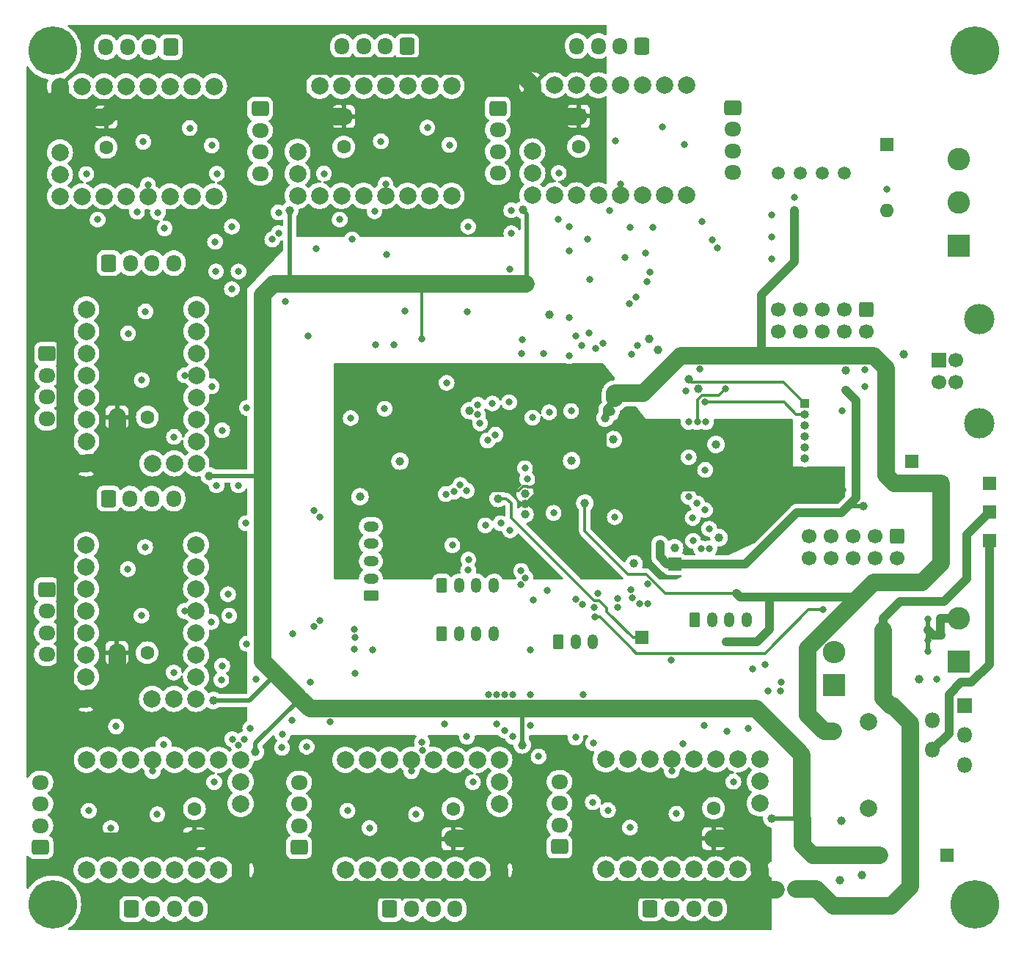
<source format=gbr>
%TF.GenerationSoftware,KiCad,Pcbnew,6.0.5*%
%TF.CreationDate,2022-11-30T22:08:50+03:00*%
%TF.ProjectId,multistepper,6d756c74-6973-4746-9570-7065722e6b69,rev?*%
%TF.SameCoordinates,Original*%
%TF.FileFunction,Copper,L3,Inr*%
%TF.FilePolarity,Positive*%
%FSLAX46Y46*%
G04 Gerber Fmt 4.6, Leading zero omitted, Abs format (unit mm)*
G04 Created by KiCad (PCBNEW 6.0.5) date 2022-11-30 22:08:50*
%MOMM*%
%LPD*%
G01*
G04 APERTURE LIST*
G04 Aperture macros list*
%AMRoundRect*
0 Rectangle with rounded corners*
0 $1 Rounding radius*
0 $2 $3 $4 $5 $6 $7 $8 $9 X,Y pos of 4 corners*
0 Add a 4 corners polygon primitive as box body*
4,1,4,$2,$3,$4,$5,$6,$7,$8,$9,$2,$3,0*
0 Add four circle primitives for the rounded corners*
1,1,$1+$1,$2,$3*
1,1,$1+$1,$4,$5*
1,1,$1+$1,$6,$7*
1,1,$1+$1,$8,$9*
0 Add four rect primitives between the rounded corners*
20,1,$1+$1,$2,$3,$4,$5,0*
20,1,$1+$1,$4,$5,$6,$7,0*
20,1,$1+$1,$6,$7,$8,$9,0*
20,1,$1+$1,$8,$9,$2,$3,0*%
G04 Aperture macros list end*
%TA.AperFunction,ComponentPad*%
%ADD10RoundRect,0.250000X0.600000X0.725000X-0.600000X0.725000X-0.600000X-0.725000X0.600000X-0.725000X0*%
%TD*%
%TA.AperFunction,ComponentPad*%
%ADD11O,1.700000X1.950000*%
%TD*%
%TA.AperFunction,ComponentPad*%
%ADD12RoundRect,0.250000X-0.725000X0.600000X-0.725000X-0.600000X0.725000X-0.600000X0.725000X0.600000X0*%
%TD*%
%TA.AperFunction,ComponentPad*%
%ADD13O,1.950000X1.700000*%
%TD*%
%TA.AperFunction,ComponentPad*%
%ADD14RoundRect,0.250000X0.625000X-0.350000X0.625000X0.350000X-0.625000X0.350000X-0.625000X-0.350000X0*%
%TD*%
%TA.AperFunction,ComponentPad*%
%ADD15O,1.750000X1.200000*%
%TD*%
%TA.AperFunction,ComponentPad*%
%ADD16RoundRect,0.250000X-0.600000X0.600000X-0.600000X-0.600000X0.600000X-0.600000X0.600000X0.600000X0*%
%TD*%
%TA.AperFunction,ComponentPad*%
%ADD17C,1.700000*%
%TD*%
%TA.AperFunction,ComponentPad*%
%ADD18RoundRect,0.250000X0.725000X-0.600000X0.725000X0.600000X-0.725000X0.600000X-0.725000X-0.600000X0*%
%TD*%
%TA.AperFunction,ComponentPad*%
%ADD19R,1.500000X1.500000*%
%TD*%
%TA.AperFunction,ComponentPad*%
%ADD20C,5.600000*%
%TD*%
%TA.AperFunction,ComponentPad*%
%ADD21R,1.600000X1.600000*%
%TD*%
%TA.AperFunction,ComponentPad*%
%ADD22O,1.600000X1.600000*%
%TD*%
%TA.AperFunction,ComponentPad*%
%ADD23C,1.600000*%
%TD*%
%TA.AperFunction,ComponentPad*%
%ADD24RoundRect,0.250000X-0.350000X-0.625000X0.350000X-0.625000X0.350000X0.625000X-0.350000X0.625000X0*%
%TD*%
%TA.AperFunction,ComponentPad*%
%ADD25O,1.200000X1.750000*%
%TD*%
%TA.AperFunction,ComponentPad*%
%ADD26RoundRect,0.250000X-0.600000X-0.725000X0.600000X-0.725000X0.600000X0.725000X-0.600000X0.725000X0*%
%TD*%
%TA.AperFunction,ComponentPad*%
%ADD27C,2.000000*%
%TD*%
%TA.AperFunction,ComponentPad*%
%ADD28R,2.600000X2.600000*%
%TD*%
%TA.AperFunction,ComponentPad*%
%ADD29C,2.600000*%
%TD*%
%TA.AperFunction,ComponentPad*%
%ADD30R,1.000000X1.000000*%
%TD*%
%TA.AperFunction,ComponentPad*%
%ADD31O,1.000000X1.000000*%
%TD*%
%TA.AperFunction,ComponentPad*%
%ADD32C,1.500000*%
%TD*%
%TA.AperFunction,ComponentPad*%
%ADD33O,2.600000X2.600000*%
%TD*%
%TA.AperFunction,ComponentPad*%
%ADD34R,1.800000X1.800000*%
%TD*%
%TA.AperFunction,ComponentPad*%
%ADD35O,1.800000X1.800000*%
%TD*%
%TA.AperFunction,ComponentPad*%
%ADD36R,1.700000X1.700000*%
%TD*%
%TA.AperFunction,ComponentPad*%
%ADD37C,3.500000*%
%TD*%
%TA.AperFunction,ViaPad*%
%ADD38C,1.000000*%
%TD*%
%TA.AperFunction,ViaPad*%
%ADD39C,0.800000*%
%TD*%
%TA.AperFunction,Conductor*%
%ADD40C,1.000000*%
%TD*%
%TA.AperFunction,Conductor*%
%ADD41C,0.500000*%
%TD*%
%TA.AperFunction,Conductor*%
%ADD42C,0.300000*%
%TD*%
%TA.AperFunction,Conductor*%
%ADD43C,2.000000*%
%TD*%
G04 APERTURE END LIST*
D10*
%TO.N,Net-(J17-Pad1)*%
%TO.C,J17*%
X99921075Y-41501827D03*
D11*
%TO.N,Net-(J17-Pad2)*%
X97421075Y-41501827D03*
%TO.N,Net-(J17-Pad3)*%
X94921075Y-41501827D03*
%TO.N,Net-(J17-Pad4)*%
X92421075Y-41501827D03*
%TD*%
D12*
%TO.N,Net-(J12-Pad1)*%
%TO.C,J12*%
X58374000Y-76974000D03*
D13*
%TO.N,Net-(J12-Pad2)*%
X58374000Y-79474000D03*
%TO.N,Net-(J12-Pad3)*%
X58374000Y-81974000D03*
%TO.N,Net-(J12-Pad4)*%
X58374000Y-84474000D03*
%TD*%
D14*
%TO.N,GND*%
%TO.C,J6*%
X95758000Y-104902000D03*
D15*
%TO.N,Net-(J6-Pad2)*%
X95758000Y-102902000D03*
%TO.N,Net-(J6-Pad3)*%
X95758000Y-100902000D03*
%TO.N,Net-(J6-Pad4)*%
X95758000Y-98902000D03*
%TO.N,Net-(J6-Pad5)*%
X95758000Y-96902000D03*
%TD*%
D16*
%TO.N,GND*%
%TO.C,J2*%
X152958800Y-71840700D03*
D17*
%TO.N,Net-(J2-Pad2)*%
X152958800Y-74380700D03*
%TO.N,Net-(J2-Pad3)*%
X150418800Y-71840700D03*
%TO.N,Net-(J2-Pad4)*%
X150418800Y-74380700D03*
%TO.N,Net-(J2-Pad5)*%
X147878800Y-71840700D03*
%TO.N,Net-(J2-Pad6)*%
X147878800Y-74380700D03*
%TO.N,Net-(J2-Pad7)*%
X145338800Y-71840700D03*
%TO.N,Net-(J2-Pad8)*%
X145338800Y-74380700D03*
%TO.N,GND*%
X142798800Y-71840700D03*
%TO.N,Net-(J2-Pad10)*%
X142798800Y-74380700D03*
%TD*%
D18*
%TO.N,Net-(J22-Pad1)*%
%TO.C,J22*%
X87466000Y-133934000D03*
D13*
%TO.N,M5_L0*%
X87466000Y-131434000D03*
%TO.N,M5_L1*%
X87466000Y-128934000D03*
%TO.N,GND*%
X87466000Y-126434000D03*
%TD*%
D19*
%TO.N,+5V*%
%TO.C,TP7*%
X161544000Y-91948000D03*
%TD*%
D20*
%TO.N,N/C*%
%TO.C,H4*%
X165500000Y-140500000D03*
%TD*%
D21*
%TO.N,Net-(R18-Pad1)*%
%TO.C,SW3*%
X155295600Y-52832000D03*
D22*
%TO.N,/CANL*%
X155295600Y-60452000D03*
%TD*%
D21*
%TO.N,/Motors/Vm*%
%TO.C,C24*%
X105246000Y-132978000D03*
D23*
%TO.N,GND*%
X105246000Y-129478000D03*
%TD*%
D24*
%TO.N,Net-(J4-Pad1)*%
%TO.C,J5*%
X103934000Y-103733600D03*
D25*
%TO.N,ADC2*%
X105934000Y-103733600D03*
%TO.N,ADC3*%
X107934000Y-103733600D03*
%TO.N,GND*%
X109934000Y-103733600D03*
%TD*%
D26*
%TO.N,Net-(J11-Pad1)*%
%TO.C,J11*%
X65500000Y-66500000D03*
D11*
%TO.N,M0_L0*%
X68000000Y-66500000D03*
%TO.N,M0_L1*%
X70500000Y-66500000D03*
%TO.N,GND*%
X73000000Y-66500000D03*
%TD*%
D27*
%TO.N,/Motors/stepper_M5/~{ENx}*%
%TO.C,XX5*%
X140640000Y-123774000D03*
%TO.N,/Motors/stepper_M5/MS1*%
X138100000Y-123774000D03*
%TO.N,/Motors/stepper_M5/MS2*%
X135560000Y-123774000D03*
%TO.N,/Motors/stepper_M5/SPR*%
X133020000Y-123774000D03*
%TO.N,/Motors/stepper_M5/U*%
X130480000Y-123774000D03*
%TO.N,/Motors/stepper_M5/CLK*%
X127940000Y-123774000D03*
%TO.N,/Motors/stepper_M5/STEPx*%
X125400000Y-123774000D03*
%TO.N,/Motors/stepper_M5/DIRx*%
X122860000Y-123774000D03*
%TO.N,GND*%
X122860000Y-136474000D03*
%TO.N,Vio*%
X125400000Y-136474000D03*
%TO.N,Net-(J21-Pad1)*%
X127940000Y-136474000D03*
%TO.N,Net-(J21-Pad2)*%
X130480000Y-136474000D03*
%TO.N,Net-(J21-Pad3)*%
X133020000Y-136474000D03*
%TO.N,Net-(J21-Pad4)*%
X135560000Y-136474000D03*
%TO.N,GND*%
X138100000Y-136474000D03*
%TO.N,/Motors/Vm*%
X140640000Y-136474000D03*
%TO.N,/Motors/DIAG4*%
X140640000Y-126314000D03*
%TO.N,unconnected-(XX5-Pad18)*%
X140640000Y-128854000D03*
%TD*%
D24*
%TO.N,Net-(J13-Pad1)*%
%TO.C,J13*%
X117380000Y-110194000D03*
D25*
%TO.N,Net-(J13-Pad2)*%
X119380000Y-110194000D03*
%TO.N,GND*%
X121380000Y-110194000D03*
%TD*%
D27*
%TO.N,/Motors/stepper_M8/~{ENx}*%
%TO.C,XX8*%
X75572000Y-116801600D03*
%TO.N,/Motors/stepper_M8/MS1*%
X75572000Y-114261600D03*
%TO.N,/Motors/stepper_M8/MS2*%
X75572000Y-111721600D03*
%TO.N,/Motors/stepper_M8/SPR*%
X75572000Y-109181600D03*
%TO.N,/Motors/stepper_M8/U*%
X75572000Y-106641600D03*
%TO.N,/Motors/stepper_M8/CLK*%
X75572000Y-104101600D03*
%TO.N,/Motors/stepper_M8/STEPx*%
X75572000Y-101561600D03*
%TO.N,/Motors/stepper_M8/DIRx*%
X75572000Y-99021600D03*
%TO.N,GND*%
X62872000Y-99021600D03*
%TO.N,Vio*%
X62872000Y-101561600D03*
%TO.N,Net-(J27-Pad1)*%
X62872000Y-104101600D03*
%TO.N,Net-(J27-Pad2)*%
X62872000Y-106641600D03*
%TO.N,Net-(J27-Pad3)*%
X62872000Y-109181600D03*
%TO.N,Net-(J27-Pad4)*%
X62872000Y-111721600D03*
%TO.N,GND*%
X62872000Y-114261600D03*
%TO.N,/Motors/Vm*%
X62872000Y-116801600D03*
%TO.N,/Motors/DIAG7*%
X73032000Y-116801600D03*
%TO.N,unconnected-(XX8-Pad18)*%
X70492000Y-116801600D03*
%TD*%
%TO.N,/Motors/stepper_M3/~{ENx}*%
%TO.C,XX3*%
X87281075Y-58727827D03*
%TO.N,/Motors/stepper_M3/MS1*%
X89821075Y-58727827D03*
%TO.N,/Motors/stepper_M3/MS2*%
X92361075Y-58727827D03*
%TO.N,/Motors/stepper_M3/SPR*%
X94901075Y-58727827D03*
%TO.N,/Motors/stepper_M3/U*%
X97441075Y-58727827D03*
%TO.N,/Motors/stepper_M3/CLK*%
X99981075Y-58727827D03*
%TO.N,/Motors/stepper_M3/STEPx*%
X102521075Y-58727827D03*
%TO.N,/Motors/stepper_M3/DIRx*%
X105061075Y-58727827D03*
%TO.N,GND*%
X105061075Y-46027827D03*
%TO.N,Vio*%
X102521075Y-46027827D03*
%TO.N,Net-(J17-Pad1)*%
X99981075Y-46027827D03*
%TO.N,Net-(J17-Pad2)*%
X97441075Y-46027827D03*
%TO.N,Net-(J17-Pad3)*%
X94901075Y-46027827D03*
%TO.N,Net-(J17-Pad4)*%
X92361075Y-46027827D03*
%TO.N,GND*%
X89821075Y-46027827D03*
%TO.N,/Motors/Vm*%
X87281075Y-46027827D03*
%TO.N,/Motors/DIAG2*%
X87281075Y-56187827D03*
%TO.N,unconnected-(XX3-Pad18)*%
X87281075Y-53647827D03*
%TD*%
D28*
%TO.N,GND*%
%TO.C,J10*%
X163576000Y-112482000D03*
D29*
%TO.N,Net-(J10-Pad2)*%
X163576000Y-107482000D03*
%TD*%
D16*
%TO.N,Net-(J3-Pad1)*%
%TO.C,J3*%
X156464000Y-98044000D03*
D17*
%TO.N,GND*%
X156464000Y-100584000D03*
%TO.N,Net-(J3-Pad3)*%
X153924000Y-98044000D03*
%TO.N,Net-(J3-Pad4)*%
X153924000Y-100584000D03*
%TO.N,Net-(J3-Pad5)*%
X151384000Y-98044000D03*
%TO.N,Net-(J3-Pad6)*%
X151384000Y-100584000D03*
%TO.N,Net-(J3-Pad7)*%
X148844000Y-98044000D03*
%TO.N,Net-(J3-Pad8)*%
X148844000Y-100584000D03*
%TO.N,Net-(J3-Pad9)*%
X146304000Y-98044000D03*
%TO.N,GND*%
X146304000Y-100584000D03*
%TD*%
D19*
%TO.N,GND*%
%TO.C,TP3*%
X167132000Y-91948000D03*
%TD*%
D30*
%TO.N,/MCU base/SWCLK*%
%TO.C,J1*%
X145821000Y-82677000D03*
D31*
%TO.N,/MCU base/SWDIO*%
X145821000Y-83947000D03*
%TO.N,GND*%
X145821000Y-85217000D03*
%TO.N,Net-(J1-Pad4)*%
X145821000Y-86487000D03*
%TO.N,/MCU base/BOOT0*%
X145821000Y-87757000D03*
%TO.N,/MCU base/NRST*%
X145821000Y-89027000D03*
%TD*%
D18*
%TO.N,Net-(J24-Pad1)*%
%TO.C,J24*%
X57604925Y-133934000D03*
D13*
%TO.N,M6_L0*%
X57604925Y-131434000D03*
%TO.N,M6_L1*%
X57604925Y-128934000D03*
%TO.N,GND*%
X57604925Y-126434000D03*
%TD*%
D20*
%TO.N,N/C*%
%TO.C,H1*%
X59000000Y-42000000D03*
%TD*%
D21*
%TO.N,/Motors/Vm*%
%TO.C,C23*%
X135306000Y-132918000D03*
D23*
%TO.N,GND*%
X135306000Y-129418000D03*
%TD*%
D10*
%TO.N,Net-(J19-Pad1)*%
%TO.C,J19*%
X127026450Y-41440000D03*
D11*
%TO.N,Net-(J19-Pad2)*%
X124526450Y-41440000D03*
%TO.N,Net-(J19-Pad3)*%
X122026450Y-41440000D03*
%TO.N,Net-(J19-Pad4)*%
X119526450Y-41440000D03*
%TD*%
D19*
%TO.N,Vdrive*%
%TO.C,TP2*%
X167132000Y-95250000D03*
%TD*%
D12*
%TO.N,Net-(J14-Pad1)*%
%TO.C,J14*%
X82974000Y-48689654D03*
D13*
%TO.N,M1_L0*%
X82974000Y-51189654D03*
%TO.N,M1_L1*%
X82974000Y-53689654D03*
%TO.N,GND*%
X82974000Y-56189654D03*
%TD*%
D20*
%TO.N,N/C*%
%TO.C,H3*%
X59000000Y-140500000D03*
%TD*%
D26*
%TO.N,Net-(J23-Pad1)*%
%TO.C,J23*%
X97940000Y-141060000D03*
D11*
%TO.N,Net-(J23-Pad2)*%
X100440000Y-141060000D03*
%TO.N,Net-(J23-Pad3)*%
X102940000Y-141060000D03*
%TO.N,Net-(J23-Pad4)*%
X105440000Y-141060000D03*
%TD*%
D26*
%TO.N,Net-(J25-Pad1)*%
%TO.C,J25*%
X68078925Y-141060000D03*
D11*
%TO.N,Net-(J25-Pad2)*%
X70578925Y-141060000D03*
%TO.N,Net-(J25-Pad3)*%
X73078925Y-141060000D03*
%TO.N,Net-(J25-Pad4)*%
X75578925Y-141060000D03*
%TD*%
D27*
%TO.N,/Motors/stepper_M4/~{ENx}*%
%TO.C,XX4*%
X114386450Y-58666000D03*
%TO.N,/Motors/stepper_M4/MS1*%
X116926450Y-58666000D03*
%TO.N,/Motors/stepper_M4/MS2*%
X119466450Y-58666000D03*
%TO.N,/Motors/stepper_M4/SPR*%
X122006450Y-58666000D03*
%TO.N,/Motors/stepper_M4/U*%
X124546450Y-58666000D03*
%TO.N,/Motors/stepper_M4/CLK*%
X127086450Y-58666000D03*
%TO.N,/Motors/stepper_M4/STEPx*%
X129626450Y-58666000D03*
%TO.N,/Motors/stepper_M4/DIRx*%
X132166450Y-58666000D03*
%TO.N,GND*%
X132166450Y-45966000D03*
%TO.N,Vio*%
X129626450Y-45966000D03*
%TO.N,Net-(J19-Pad1)*%
X127086450Y-45966000D03*
%TO.N,Net-(J19-Pad2)*%
X124546450Y-45966000D03*
%TO.N,Net-(J19-Pad3)*%
X122006450Y-45966000D03*
%TO.N,Net-(J19-Pad4)*%
X119466450Y-45966000D03*
%TO.N,GND*%
X116926450Y-45966000D03*
%TO.N,/Motors/Vm*%
X114386450Y-45966000D03*
%TO.N,/Motors/DIAG3*%
X114386450Y-56126000D03*
%TO.N,unconnected-(XX4-Pad18)*%
X114386450Y-53586000D03*
%TD*%
D20*
%TO.N,N/C*%
%TO.C,H2*%
X165500000Y-42000000D03*
%TD*%
D26*
%TO.N,Net-(J21-Pad1)*%
%TO.C,J21*%
X128000000Y-141000000D03*
D11*
%TO.N,Net-(J21-Pad2)*%
X130500000Y-141000000D03*
%TO.N,Net-(J21-Pad3)*%
X133000000Y-141000000D03*
%TO.N,Net-(J21-Pad4)*%
X135500000Y-141000000D03*
%TD*%
D21*
%TO.N,/Motors/Vm*%
%TO.C,C21*%
X92615075Y-49583827D03*
D23*
%TO.N,GND*%
X92615075Y-53083827D03*
%TD*%
D21*
%TO.N,/Motors/Vm*%
%TO.C,C22*%
X119720450Y-49522000D03*
D23*
%TO.N,GND*%
X119720450Y-53022000D03*
%TD*%
D12*
%TO.N,Net-(J18-Pad1)*%
%TO.C,J18*%
X137500450Y-48566000D03*
D13*
%TO.N,M3_L0*%
X137500450Y-51066000D03*
%TO.N,M3_L1*%
X137500450Y-53566000D03*
%TO.N,GND*%
X137500450Y-56066000D03*
%TD*%
D32*
%TO.N,GND*%
%TO.C,Q1*%
X142798800Y-56083200D03*
%TO.N,Net-(C10-Pad1)*%
X145338800Y-56083200D03*
%TO.N,Earth*%
X147878800Y-56083200D03*
%TO.N,Net-(C11-Pad1)*%
X150418800Y-56083200D03*
%TD*%
D27*
%TO.N,/Motors/stepper_M6/~{ENx}*%
%TO.C,XX6*%
X110580000Y-123834000D03*
%TO.N,/Motors/stepper_M6/MS1*%
X108040000Y-123834000D03*
%TO.N,/Motors/stepper_M6/MS2*%
X105500000Y-123834000D03*
%TO.N,/Motors/stepper_M6/SPR*%
X102960000Y-123834000D03*
%TO.N,/Motors/stepper_M6/U*%
X100420000Y-123834000D03*
%TO.N,/Motors/stepper_M6/CLK*%
X97880000Y-123834000D03*
%TO.N,/Motors/stepper_M6/STEPx*%
X95340000Y-123834000D03*
%TO.N,/Motors/stepper_M6/DIRx*%
X92800000Y-123834000D03*
%TO.N,GND*%
X92800000Y-136534000D03*
%TO.N,Vio*%
X95340000Y-136534000D03*
%TO.N,Net-(J23-Pad1)*%
X97880000Y-136534000D03*
%TO.N,Net-(J23-Pad2)*%
X100420000Y-136534000D03*
%TO.N,Net-(J23-Pad3)*%
X102960000Y-136534000D03*
%TO.N,Net-(J23-Pad4)*%
X105500000Y-136534000D03*
%TO.N,GND*%
X108040000Y-136534000D03*
%TO.N,/Motors/Vm*%
X110580000Y-136534000D03*
%TO.N,/Motors/DIAG5*%
X110580000Y-126374000D03*
%TO.N,unconnected-(XX6-Pad18)*%
X110580000Y-128914000D03*
%TD*%
D28*
%TO.N,Net-(D26-Pad1)*%
%TO.C,D26*%
X149250400Y-115194400D03*
D33*
%TO.N,GND*%
X149250400Y-111384400D03*
%TD*%
D19*
%TO.N,+3.3VADC*%
%TO.C,TP6*%
X127000000Y-109728000D03*
%TD*%
D21*
%TO.N,/Motors/Vm*%
%TO.C,C19*%
X66456000Y-84280000D03*
D23*
%TO.N,GND*%
X69956000Y-84280000D03*
%TD*%
D34*
%TO.N,Vdrive*%
%TO.C,U5*%
X164287200Y-117602000D03*
D35*
%TO.N,Net-(D26-Pad1)*%
X160587200Y-119302000D03*
%TO.N,GND*%
X164287200Y-121002000D03*
%TO.N,Net-(C17-Pad1)*%
X160587200Y-122702000D03*
%TO.N,GND*%
X164287200Y-124402000D03*
%TD*%
D12*
%TO.N,Net-(J27-Pad1)*%
%TO.C,J27*%
X58346000Y-104161600D03*
D13*
%TO.N,Net-(J27-Pad2)*%
X58346000Y-106661600D03*
%TO.N,Net-(J27-Pad3)*%
X58346000Y-109161600D03*
%TO.N,Net-(J27-Pad4)*%
X58346000Y-111661600D03*
%TD*%
D24*
%TO.N,GND*%
%TO.C,J7*%
X133144000Y-107704800D03*
D25*
%TO.N,Net-(J7-Pad2)*%
X135144000Y-107704800D03*
%TO.N,Net-(J7-Pad3)*%
X137144000Y-107704800D03*
%TO.N,Net-(J7-Pad4)*%
X139144000Y-107704800D03*
%TD*%
D19*
%TO.N,Net-(C17-Pad1)*%
%TO.C,TP4*%
X167132000Y-98552000D03*
%TD*%
D10*
%TO.N,Net-(J15-Pad1)*%
%TO.C,J15*%
X72644000Y-41563654D03*
D11*
%TO.N,Net-(J15-Pad2)*%
X70144000Y-41563654D03*
%TO.N,Net-(J15-Pad3)*%
X67644000Y-41563654D03*
%TO.N,Net-(J15-Pad4)*%
X65144000Y-41563654D03*
%TD*%
D27*
%TO.N,Net-(C17-Pad1)*%
%TO.C,L1*%
X153162000Y-129409200D03*
%TO.N,Net-(D26-Pad1)*%
X153162000Y-119409200D03*
%TD*%
D21*
%TO.N,/Motors/Vm*%
%TO.C,C20*%
X65194000Y-49645654D03*
D23*
%TO.N,GND*%
X65194000Y-53145654D03*
%TD*%
D27*
%TO.N,/Motors/stepper_M2/~{ENx}*%
%TO.C,XX2*%
X59860000Y-58789654D03*
%TO.N,/Motors/stepper_M2/MS1*%
X62400000Y-58789654D03*
%TO.N,/Motors/stepper_M2/MS2*%
X64940000Y-58789654D03*
%TO.N,/Motors/stepper_M2/SPR*%
X67480000Y-58789654D03*
%TO.N,/Motors/stepper_M2/U*%
X70020000Y-58789654D03*
%TO.N,/Motors/stepper_M2/CLK*%
X72560000Y-58789654D03*
%TO.N,/Motors/stepper_M2/STEPx*%
X75100000Y-58789654D03*
%TO.N,/Motors/stepper_M2/DIRx*%
X77640000Y-58789654D03*
%TO.N,GND*%
X77640000Y-46089654D03*
%TO.N,Vio*%
X75100000Y-46089654D03*
%TO.N,Net-(J15-Pad1)*%
X72560000Y-46089654D03*
%TO.N,Net-(J15-Pad2)*%
X70020000Y-46089654D03*
%TO.N,Net-(J15-Pad3)*%
X67480000Y-46089654D03*
%TO.N,Net-(J15-Pad4)*%
X64940000Y-46089654D03*
%TO.N,GND*%
X62400000Y-46089654D03*
%TO.N,/Motors/Vm*%
X59860000Y-46089654D03*
%TO.N,/Motors/DIAG1*%
X59860000Y-56249654D03*
%TO.N,unconnected-(XX2-Pad18)*%
X59860000Y-53709654D03*
%TD*%
D28*
%TO.N,/CANL*%
%TO.C,J9*%
X163576000Y-64516000D03*
D29*
%TO.N,Earth*%
X163576000Y-59516000D03*
%TO.N,/CANH*%
X163576000Y-54516000D03*
%TD*%
D21*
%TO.N,/Motors/Vm*%
%TO.C,C25*%
X75384925Y-132978000D03*
D23*
%TO.N,GND*%
X75384925Y-129478000D03*
%TD*%
D27*
%TO.N,/Motors/stepper_M7/~{ENx}*%
%TO.C,XX7*%
X80718925Y-123834000D03*
%TO.N,/Motors/stepper_M7/MS1*%
X78178925Y-123834000D03*
%TO.N,/Motors/stepper_M7/MS2*%
X75638925Y-123834000D03*
%TO.N,/Motors/stepper_M7/SPR*%
X73098925Y-123834000D03*
%TO.N,/Motors/stepper_M7/U*%
X70558925Y-123834000D03*
%TO.N,/Motors/stepper_M7/CLK*%
X68018925Y-123834000D03*
%TO.N,/Motors/stepper_M7/STEPx*%
X65478925Y-123834000D03*
%TO.N,/Motors/stepper_M7/DIRx*%
X62938925Y-123834000D03*
%TO.N,GND*%
X62938925Y-136534000D03*
%TO.N,Vio*%
X65478925Y-136534000D03*
%TO.N,Net-(J25-Pad1)*%
X68018925Y-136534000D03*
%TO.N,Net-(J25-Pad2)*%
X70558925Y-136534000D03*
%TO.N,Net-(J25-Pad3)*%
X73098925Y-136534000D03*
%TO.N,Net-(J25-Pad4)*%
X75638925Y-136534000D03*
%TO.N,GND*%
X78178925Y-136534000D03*
%TO.N,/Motors/Vm*%
X80718925Y-136534000D03*
%TO.N,/Motors/DIAG6*%
X80718925Y-126374000D03*
%TO.N,unconnected-(XX7-Pad18)*%
X80718925Y-128914000D03*
%TD*%
D26*
%TO.N,Net-(J26-Pad1)*%
%TO.C,J26*%
X65472000Y-93687600D03*
D11*
%TO.N,M7_L0*%
X67972000Y-93687600D03*
%TO.N,M7_L1*%
X70472000Y-93687600D03*
%TO.N,GND*%
X72972000Y-93687600D03*
%TD*%
D24*
%TO.N,Net-(J4-Pad1)*%
%TO.C,J4*%
X103934000Y-109321600D03*
D25*
%TO.N,ADC0*%
X105934000Y-109321600D03*
%TO.N,ADC1*%
X107934000Y-109321600D03*
%TO.N,GND*%
X109934000Y-109321600D03*
%TD*%
D18*
%TO.N,Net-(J20-Pad1)*%
%TO.C,J20*%
X117526000Y-133874000D03*
D13*
%TO.N,M4_L0*%
X117526000Y-131374000D03*
%TO.N,M4_L1*%
X117526000Y-128874000D03*
%TO.N,GND*%
X117526000Y-126374000D03*
%TD*%
D12*
%TO.N,Net-(J16-Pad1)*%
%TO.C,J16*%
X110395075Y-48627827D03*
D13*
%TO.N,M2_L0*%
X110395075Y-51127827D03*
%TO.N,M2_L1*%
X110395075Y-53627827D03*
%TO.N,GND*%
X110395075Y-56127827D03*
%TD*%
D19*
%TO.N,Vio*%
%TO.C,TP8*%
X162255200Y-134823200D03*
%TD*%
%TO.N,+3V3*%
%TO.C,TP5*%
X130810000Y-101244400D03*
%TD*%
D21*
%TO.N,/Motors/Vm*%
%TO.C,C26*%
X66428000Y-111467600D03*
D23*
%TO.N,GND*%
X69928000Y-111467600D03*
%TD*%
D27*
%TO.N,/Motors/stepper_M1/~{ENx}*%
%TO.C,XX1*%
X75600000Y-89614000D03*
%TO.N,/Motors/stepper_M1/MS1*%
X75600000Y-87074000D03*
%TO.N,/Motors/stepper_M1/MS2*%
X75600000Y-84534000D03*
%TO.N,/Motors/stepper_M1/SPR*%
X75600000Y-81994000D03*
%TO.N,/Motors/stepper_M1/U*%
X75600000Y-79454000D03*
%TO.N,/Motors/stepper_M1/CLK*%
X75600000Y-76914000D03*
%TO.N,/Motors/stepper_M1/STEPx*%
X75600000Y-74374000D03*
%TO.N,/Motors/stepper_M1/DIRx*%
X75600000Y-71834000D03*
%TO.N,GND*%
X62900000Y-71834000D03*
%TO.N,Vio*%
X62900000Y-74374000D03*
%TO.N,Net-(J12-Pad1)*%
X62900000Y-76914000D03*
%TO.N,Net-(J12-Pad2)*%
X62900000Y-79454000D03*
%TO.N,Net-(J12-Pad3)*%
X62900000Y-81994000D03*
%TO.N,Net-(J12-Pad4)*%
X62900000Y-84534000D03*
%TO.N,GND*%
X62900000Y-87074000D03*
%TO.N,/Motors/Vm*%
X62900000Y-89614000D03*
%TO.N,/Motors/DIAG0*%
X73060000Y-89614000D03*
%TO.N,unconnected-(XX1-Pad18)*%
X70520000Y-89614000D03*
%TD*%
D36*
%TO.N,/VB*%
%TO.C,J8*%
X161290000Y-77730000D03*
D17*
%TO.N,Net-(J8-Pad2)*%
X161290000Y-80230000D03*
%TO.N,Net-(J8-Pad3)*%
X163290000Y-80230000D03*
%TO.N,GND*%
X163290000Y-77730000D03*
D37*
X166000000Y-72960000D03*
X166000000Y-85000000D03*
%TD*%
D19*
%TO.N,Net-(D22-Pad1)*%
%TO.C,TP1*%
X158167500Y-89348000D03*
%TD*%
D38*
%TO.N,+3V3*%
X150600000Y-78870400D03*
%TO.N,GND*%
X149910800Y-137749000D03*
D39*
X133756400Y-78699500D03*
X99669600Y-72034400D03*
X121412000Y-121909100D03*
X88493600Y-74930000D03*
D38*
X94488000Y-93472000D03*
D39*
X114401600Y-84328000D03*
D38*
X127863600Y-75285600D03*
X152450000Y-137174000D03*
D39*
X142033000Y-66040000D03*
X101650800Y-121818400D03*
D38*
X113538000Y-95504000D03*
D39*
X125120400Y-65887600D03*
D38*
X116332000Y-72440800D03*
D39*
X77978000Y-56184800D03*
X89458800Y-64871600D03*
D38*
X135585200Y-87426800D03*
D39*
X161086800Y-114503200D03*
X130454400Y-112369600D03*
D38*
X126136400Y-101193600D03*
X135940800Y-98196400D03*
X150063200Y-130860800D03*
D39*
X86715600Y-109321600D03*
D38*
X107137200Y-83515200D03*
D39*
X127457200Y-65328800D03*
D38*
X130810000Y-99364800D03*
X123734800Y-86868000D03*
X159004000Y-114503200D03*
X118922800Y-89306400D03*
X113538000Y-93116400D03*
X157276800Y-77012800D03*
D39*
X86664800Y-119278400D03*
D38*
X133578600Y-80975200D03*
X99110800Y-89357200D03*
D39*
X121056400Y-68427600D03*
%TO.N,/MCU base/NRST*%
X113538000Y-90170000D03*
X97332800Y-83312000D03*
%TO.N,/MCU base/BOOT0*%
X116332000Y-83718400D03*
X150164800Y-83548000D03*
%TO.N,+3V3*%
X129133600Y-98958400D03*
D38*
X152603200Y-94538800D03*
D39*
X129133600Y-100431600D03*
D38*
X150600000Y-81200000D03*
D39*
%TO.N,/MCU base/BTN0*%
X134432006Y-84836000D03*
%TO.N,/MCU base/BTN1*%
X133432503Y-84836000D03*
X136652000Y-80975189D03*
%TO.N,/MCU base/BTN2_SDA*%
X132433000Y-84836000D03*
%TO.N,/MCU base/SWDIO*%
X134333000Y-82561000D03*
%TO.N,/MCU base/BTN3_SCL*%
X132130800Y-81280000D03*
D38*
%TO.N,/MCU base/SWCLK*%
X128879600Y-76504800D03*
X132425423Y-79925423D03*
D39*
%TO.N,M4_L0*%
X132435600Y-88900000D03*
X119380000Y-121259600D03*
X143103600Y-114858800D03*
%TO.N,M4_L1*%
X134333000Y-90361500D03*
X121361200Y-128727200D03*
%TO.N,/MCU base/BTN4*%
X122508007Y-75782947D03*
%TO.N,/MCU base/BTN5*%
X121666000Y-76327000D03*
%TO.N,/MCU base/BTN6*%
X120904000Y-74574400D03*
%TO.N,M3_L1*%
X135788400Y-64719200D03*
X125882400Y-77012800D03*
X127579800Y-68681600D03*
%TO.N,M3_L0*%
X126492000Y-76036700D03*
X135128000Y-63855600D03*
X127965200Y-67513200D03*
%TO.N,M2_L1*%
X120079500Y-75996800D03*
%TO.N,M2_L0*%
X119380000Y-74930000D03*
%TO.N,M1_L0*%
X113205734Y-75363866D03*
X113182400Y-76911200D03*
%TO.N,M1_L1*%
X115671600Y-76911200D03*
%TO.N,/MCU base/SCRN_DCRS*%
X134808000Y-99435500D03*
%TO.N,/MCU base/SCRN_SCK*%
X133858000Y-99435500D03*
%TO.N,/MCU base/SCRN_MISO*%
X132943600Y-98552000D03*
%TO.N,/MCU base/SCRN_MOSI*%
X134808000Y-97160500D03*
%TO.N,/MCU base/SCRN_RST*%
X132892800Y-95910400D03*
%TO.N,/MCU base/SCRN_CS*%
X134315200Y-94996000D03*
%TO.N,M6_L1*%
X121564400Y-106273600D03*
X127696000Y-105785500D03*
X124216900Y-106273600D03*
%TO.N,M6_L0*%
X121909100Y-104597200D03*
X126746000Y-105785500D03*
X124216900Y-105237706D03*
%TO.N,M5_L1*%
X133400800Y-94234000D03*
%TO.N,M5_L0*%
X132435600Y-93472000D03*
%TO.N,/MCU base/A0*%
X105156000Y-99060000D03*
%TO.N,/MCU base/A1*%
X108966000Y-96774000D03*
%TO.N,/MCU base/A2*%
X110744000Y-96520000D03*
%TO.N,/MCU base/A3*%
X111815000Y-97337000D03*
%TO.N,/MCU base/A4*%
X116840000Y-95331600D03*
%TO.N,/MCU base/A5*%
X113792000Y-91440000D03*
%TO.N,ADC4*%
X121617266Y-107342466D03*
X147980400Y-106527600D03*
%TO.N,+5V*%
X144627600Y-60401200D03*
X136804400Y-110236000D03*
D38*
X146202400Y-118668800D03*
X122783600Y-84378800D03*
X149098000Y-120548400D03*
X137972800Y-104648000D03*
X155197900Y-90973600D03*
X120446800Y-94202100D03*
X123494800Y-83667600D03*
D39*
%TO.N,ADC0*%
X107004000Y-100722000D03*
D38*
%TO.N,Vdrive*%
X147167600Y-138734800D03*
X145999200Y-138734800D03*
D39*
X154905000Y-111379000D03*
D38*
X144743000Y-138836400D03*
D39*
X154905000Y-110109000D03*
X154905000Y-108839000D03*
D38*
X149088128Y-140655328D03*
D39*
X154889200Y-112268000D03*
%TO.N,ADC1*%
X106982978Y-101953778D03*
%TO.N,MUL0*%
X109778800Y-82702400D03*
%TO.N,MUL1*%
X108102400Y-82854800D03*
%TO.N,MUL2*%
X108102400Y-83972400D03*
%TO.N,MUL_EN*%
X108356400Y-84988400D03*
%TO.N,M1_DIR*%
X71944000Y-62483654D03*
X77774800Y-64047900D03*
D38*
%TO.N,+3.3VADC*%
X110439200Y-93675200D03*
D39*
%TO.N,USART3_TX*%
X123901200Y-95808800D03*
%TO.N,M6_STEP*%
X93882532Y-113842800D03*
X93878400Y-111099600D03*
%TO.N,M5_DIR*%
X141274800Y-112877600D03*
X139801600Y-113385600D03*
%TO.N,USB_DM*%
X152786500Y-80712000D03*
%TO.N,USB_DP*%
X152786500Y-78812000D03*
%TO.N,M4_DIR*%
X141579600Y-115925600D03*
X143052800Y-115925600D03*
%TO.N,CAN_RX*%
X125577600Y-71170800D03*
X142033000Y-60960000D03*
%TO.N,CAN_TX*%
X126390400Y-70459600D03*
X142033000Y-63500000D03*
%TO.N,USART2_TX*%
X118872000Y-83566000D03*
%TO.N,M3_STEP*%
X128270000Y-62382400D03*
X125670450Y-62360000D03*
%TO.N,Net-(C10-Pad1)*%
X144627600Y-58864700D03*
%TO.N,/MCU base/MOT_MUL0*%
X104394000Y-93167200D03*
%TO.N,/MCU base/MOT_MUL1*%
X105359802Y-92889531D03*
%TO.N,/MCU base/MOT_MUL2*%
X106070400Y-92100400D03*
%TO.N,/MCU base/MOT_MUL_EN*%
X106832400Y-92760800D03*
%TO.N,/MCU base/OUT1*%
X125780800Y-104241600D03*
%TO.N,/MCU base/OUT0*%
X127696000Y-103510500D03*
%TO.N,/MCU base/OUT2*%
X125964204Y-105122384D03*
%TO.N,/CANH*%
X155295600Y-57938000D03*
D38*
%TO.N,Net-(J10-Pad2)*%
X161544000Y-109423200D03*
X161482400Y-107482000D03*
D39*
X160055000Y-107569000D03*
X160070800Y-110083600D03*
X160070800Y-108864400D03*
X160070800Y-111353600D03*
D38*
%TO.N,/Motors/Vm*%
X142544800Y-138836400D03*
X139598400Y-138836400D03*
X138074400Y-138836400D03*
X141020800Y-138836400D03*
D39*
%TO.N,/Motors/USART0-3*%
X79705200Y-62280800D03*
X118618000Y-62280800D03*
X133959600Y-61671200D03*
X104807075Y-52853827D03*
X118618000Y-77216000D03*
X131912450Y-52792000D03*
X118618000Y-72796400D03*
X79705200Y-69494400D03*
X106984800Y-62280800D03*
X77386000Y-52915654D03*
X69726000Y-72088000D03*
X118618000Y-65125600D03*
%TO.N,/Motors/MOSI*%
X117434450Y-56094000D03*
X78587600Y-85801200D03*
X80467200Y-122174000D03*
X77670925Y-126406000D03*
X113095200Y-103625600D03*
X136855200Y-120548400D03*
X107532000Y-126406000D03*
X78587600Y-112979200D03*
X112115600Y-116281200D03*
X106832400Y-121158000D03*
X73028000Y-86566000D03*
X73000000Y-113753600D03*
X62908000Y-56217654D03*
X117348000Y-61468000D03*
X112115600Y-121158000D03*
X92151200Y-61468000D03*
X64211200Y-61468000D03*
X137592000Y-126346000D03*
X90329075Y-56155827D03*
%TO.N,/Motors/SCK*%
X110286800Y-119735600D03*
X84378800Y-63754000D03*
X81432400Y-83210400D03*
X81432400Y-110439200D03*
X69278500Y-107186499D03*
X93573600Y-63754000D03*
X100964899Y-130127500D03*
X96896176Y-52434327D03*
X69475101Y-52496154D03*
X120751600Y-63754000D03*
X131024899Y-130067500D03*
X81838800Y-120192800D03*
X134264400Y-119837200D03*
X69306500Y-79998899D03*
X110286800Y-116281200D03*
X104241600Y-119735600D03*
X71103824Y-130127500D03*
X113095200Y-102025600D03*
X124001551Y-52372500D03*
%TO.N,/Motors/MISO*%
X111201200Y-116281200D03*
X111963200Y-60401200D03*
X81127600Y-121462800D03*
X80467200Y-92151200D03*
X111963200Y-63042800D03*
X113588800Y-102819200D03*
X85090000Y-60655200D03*
X77876400Y-67462400D03*
X77927200Y-92151200D03*
X111201200Y-120446800D03*
X85496400Y-122428000D03*
X79756000Y-121462800D03*
X80467200Y-67462400D03*
X85547200Y-120904000D03*
X115112800Y-123444000D03*
X85090000Y-63042800D03*
%TO.N,/Motors/USART4-7*%
X63192925Y-129708000D03*
X82499200Y-114554000D03*
X93054000Y-129708000D03*
X78486000Y-114604800D03*
X91033600Y-119481600D03*
X123114000Y-129648000D03*
X66344800Y-119989600D03*
X120294400Y-116281200D03*
X81330800Y-96520000D03*
X69698000Y-99275600D03*
%TO.N,/Motors/DIAG4*%
X95961200Y-111150400D03*
X114147600Y-119848100D03*
X139344400Y-120243600D03*
X114147600Y-116281200D03*
X96266000Y-75946000D03*
X114147600Y-111150400D03*
X98399600Y-75931500D03*
%TO.N,/Motors/DIAG6*%
X93929200Y-109677200D03*
X88341200Y-122326400D03*
X88773000Y-114833400D03*
%TO.N,/Motors/DIAG7*%
X93878400Y-108762800D03*
%TO.N,/Motors/DIAG5*%
X109321600Y-116281200D03*
%TO.N,/Motors/DIAG3*%
X104495600Y-80314800D03*
X106881134Y-72138066D03*
X111810800Y-67208400D03*
%TO.N,/Motors/DIAG0*%
X93421200Y-84378800D03*
%TO.N,/Motors/DIAG1*%
X85902800Y-70967600D03*
%TO.N,/Motors/DIAG2*%
X97586800Y-65481200D03*
%TO.N,/Motors/stepper_M1/U*%
X74279200Y-79454000D03*
X67726000Y-74628000D03*
%TO.N,/Motors/stepper_M1/~{ENx}*%
X77378000Y-80724000D03*
%TO.N,/MCU base/USART1_RX*%
X114503200Y-105359200D03*
%TO.N,/MCU base/USART1_TX*%
X116078000Y-104292400D03*
%TO.N,M0_L1*%
X110134400Y-86309200D03*
%TO.N,M0_L0*%
X109220000Y-86969600D03*
%TO.N,M7_L0*%
X89865200Y-107746800D03*
X89865200Y-95859600D03*
X119430800Y-105308400D03*
%TO.N,M7_L1*%
X89154000Y-95097600D03*
X89154000Y-108458000D03*
X120142000Y-105918000D03*
%TO.N,M7_DIR*%
X79400400Y-107188000D03*
X79266000Y-104717600D03*
D38*
%TO.N,MCU3v3*%
X113385600Y-86156800D03*
X102108000Y-102108000D03*
X119938800Y-86106000D03*
X124815600Y-84124800D03*
X109169200Y-79400400D03*
X113538000Y-94335600D03*
X125222000Y-95046800D03*
X150164800Y-92728000D03*
D39*
%TO.N,/Motors/stepper_M2/U*%
X70020000Y-57468854D03*
X74846000Y-50915654D03*
%TO.N,/Motors/stepper_M2/STEPx*%
X71170800Y-60655200D03*
%TO.N,/Motors/stepper_M2/~{ENx}*%
X68750000Y-60567654D03*
%TO.N,/Motors/stepper_M3/U*%
X97441075Y-57407027D03*
X102267075Y-50853827D03*
%TO.N,/Motors/stepper_M3/~{ENx}*%
X96171075Y-60505827D03*
%TO.N,/Motors/stepper_M4/U*%
X129372450Y-50792000D03*
X124546450Y-57345200D03*
%TO.N,/Motors/stepper_M4/~{ENx}*%
X123276450Y-60444000D03*
%TO.N,/Motors/stepper_M5/U*%
X125654000Y-131648000D03*
X130480000Y-125094800D03*
%TO.N,/Motors/stepper_M5/~{ENx}*%
X131750000Y-121996000D03*
%TO.N,/Motors/stepper_M6/U*%
X95594000Y-131708000D03*
X100420000Y-125154800D03*
%TO.N,/Motors/stepper_M6/~{ENx}*%
X101690000Y-122783600D03*
%TO.N,/Motors/stepper_M7/U*%
X65732925Y-131708000D03*
X70558925Y-125154800D03*
%TO.N,/Motors/stepper_M7/~{ENx}*%
X71828925Y-122056000D03*
%TO.N,/Motors/stepper_M8/U*%
X67698000Y-101815600D03*
X74251200Y-106641600D03*
%TO.N,/Motors/stepper_M8/~{ENx}*%
X77350000Y-107911600D03*
%TO.N,/MCU base/Diagn*%
X111709200Y-82550000D03*
D38*
%TO.N,Vio*%
X77114400Y-91084400D03*
X82448400Y-122936000D03*
X149910800Y-134874000D03*
X86410800Y-60401200D03*
X113284000Y-60350400D03*
X142036800Y-130606800D03*
X77571600Y-116992400D03*
X154482800Y-134874000D03*
D39*
X101650800Y-75285600D03*
D38*
X152450000Y-134874000D03*
X113233200Y-122123200D03*
%TD*%
D40*
%TO.N,+3V3*%
X151739600Y-93624400D02*
X150825200Y-94538800D01*
X129130895Y-98953193D02*
X129130895Y-100426393D01*
X151739600Y-82339600D02*
X150600000Y-81200000D01*
X144932400Y-95300800D02*
X150063200Y-95300800D01*
X151739600Y-93624400D02*
X151739600Y-82339600D01*
D41*
X152603200Y-94538800D02*
X150825200Y-94538800D01*
D40*
X129946400Y-101244400D02*
X129133600Y-100431600D01*
X138988800Y-101244400D02*
X144932400Y-95300800D01*
X130810000Y-101244400D02*
X129946400Y-101244400D01*
X130810000Y-101244400D02*
X138988800Y-101244400D01*
X150825200Y-94538800D02*
X150063200Y-95300800D01*
D42*
%TO.N,/MCU base/BTN1*%
X135902478Y-81724711D02*
X133946689Y-81724711D01*
X136652000Y-80975189D02*
X135902478Y-81724711D01*
X133432503Y-82238897D02*
X133432503Y-84836000D01*
X133946689Y-81724711D02*
X133432503Y-82238897D01*
%TO.N,/MCU base/SWDIO*%
X145821000Y-83947000D02*
X144821002Y-83947000D01*
X143435002Y-82561000D02*
X134333000Y-82561000D01*
X144821002Y-83947000D02*
X143435002Y-82561000D01*
%TO.N,/MCU base/SWCLK*%
X143369689Y-80225689D02*
X145821000Y-82677000D01*
X132725689Y-80225689D02*
X143369689Y-80225689D01*
X132425423Y-79925423D02*
X132725689Y-80225689D01*
%TO.N,ADC4*%
X146253200Y-106527600D02*
X141224000Y-111556800D01*
X122176066Y-107342466D02*
X121617266Y-107342466D01*
X147980400Y-106527600D02*
X146253200Y-106527600D01*
X125907800Y-111074200D02*
X122176066Y-107342466D01*
X126390400Y-111556800D02*
X125907800Y-111074200D01*
X141224000Y-111556800D02*
X126390400Y-111556800D01*
D43*
%TO.N,+5V*%
X148082000Y-120548400D02*
X146202400Y-118668800D01*
X140833600Y-77200000D02*
X153795800Y-77200000D01*
X123901200Y-82143600D02*
X123901200Y-81534000D01*
D40*
X140309600Y-110236000D02*
X136804400Y-110236000D01*
D41*
X122783600Y-83261200D02*
X123901200Y-82143600D01*
X123494800Y-82550000D02*
X123901200Y-82143600D01*
D43*
X149098000Y-120548400D02*
X148082000Y-120548400D01*
D40*
X141757400Y-108788200D02*
X140309600Y-110236000D01*
D42*
X129752048Y-104648000D02*
X137972800Y-104648000D01*
D41*
X123494800Y-83667600D02*
X123494800Y-82550000D01*
D43*
X161544000Y-101142800D02*
X161544000Y-91948000D01*
D41*
X123494800Y-83667600D02*
X122783600Y-84378800D01*
D43*
X155197900Y-78602100D02*
X155197900Y-90973600D01*
D40*
X140833600Y-70189600D02*
X144627600Y-66395600D01*
D42*
X120446800Y-94202100D02*
X120446800Y-97434400D01*
D40*
X141757400Y-105029000D02*
X138353800Y-105029000D01*
X138353800Y-105029000D02*
X137972800Y-104648000D01*
D43*
X127166000Y-81534000D02*
X131500000Y-77200000D01*
X159359600Y-103327200D02*
X161544000Y-101142800D01*
X131500000Y-77200000D02*
X140833600Y-77200000D01*
X156172300Y-91948000D02*
X155197900Y-90973600D01*
X161544000Y-91948000D02*
X157276800Y-91948000D01*
X123901200Y-81534000D02*
X127166000Y-81534000D01*
X146202400Y-118668800D02*
X146202400Y-110947200D01*
D40*
X141757400Y-105029000D02*
X141757400Y-108788200D01*
D42*
X125407911Y-102395511D02*
X127499559Y-102395511D01*
D43*
X157276800Y-91948000D02*
X156172300Y-91948000D01*
D42*
X127499559Y-102395511D02*
X129752048Y-104648000D01*
D40*
X144627600Y-66395600D02*
X144627600Y-60401200D01*
D43*
X153795800Y-77200000D02*
X155197900Y-78602100D01*
X146202400Y-110947200D02*
X152120600Y-105029000D01*
X153822400Y-103327200D02*
X159359600Y-103327200D01*
D40*
X152120600Y-105029000D02*
X141757400Y-105029000D01*
X140833600Y-77200000D02*
X140833600Y-70189600D01*
D41*
X122783600Y-84378800D02*
X122783600Y-83261200D01*
D43*
X152120600Y-105029000D02*
X153822400Y-103327200D01*
D42*
X120446800Y-97434400D02*
X125407911Y-102395511D01*
D40*
%TO.N,Vdrive*%
X167132000Y-95250000D02*
X164541200Y-97840800D01*
D43*
X157988000Y-119583200D02*
X157988000Y-138531600D01*
X154905000Y-111379000D02*
X154905000Y-112252200D01*
X147157728Y-138724928D02*
X145989328Y-138724928D01*
X154905000Y-110109000D02*
X154905000Y-111379000D01*
X155702000Y-117551200D02*
X155956000Y-117551200D01*
X157978128Y-138521728D02*
X155844528Y-140655328D01*
X155956000Y-117551200D02*
X157988000Y-119583200D01*
X145989328Y-138724928D02*
X144834728Y-138724928D01*
D40*
X164541200Y-97840800D02*
X164541200Y-102971600D01*
X156794200Y-105587800D02*
X161925000Y-105587800D01*
X154905000Y-107477000D02*
X154905000Y-108839000D01*
D43*
X154889200Y-116738400D02*
X155702000Y-117551200D01*
D40*
X156794200Y-105587800D02*
X154905000Y-107477000D01*
D43*
X154889200Y-112268000D02*
X154889200Y-116738400D01*
X149088128Y-140655328D02*
X147157728Y-138724928D01*
D40*
X161925000Y-105587800D02*
X164541200Y-102971600D01*
D43*
X154905000Y-108839000D02*
X154905000Y-110109000D01*
X155844528Y-140655328D02*
X149088128Y-140655328D01*
D42*
%TO.N,+3.3VADC*%
X122123200Y-105460800D02*
X122986800Y-106324400D01*
X111404400Y-93675200D02*
X111963200Y-94234000D01*
X121513600Y-105460800D02*
X122123200Y-105460800D01*
X111963200Y-95910400D02*
X121513600Y-105460800D01*
X122986800Y-106324400D02*
X122986800Y-106730800D01*
X110439200Y-93675200D02*
X111404400Y-93675200D01*
X125984000Y-109728000D02*
X127000000Y-109728000D01*
X111963200Y-94234000D02*
X111963200Y-95910400D01*
X122986800Y-106730800D02*
X125984000Y-109728000D01*
D40*
%TO.N,Net-(C17-Pad1)*%
X163880800Y-114909600D02*
X165049200Y-114909600D01*
X167132000Y-112826800D02*
X167132000Y-98552000D01*
X162509200Y-116281200D02*
X163880800Y-114909600D01*
X162509200Y-120780000D02*
X162509200Y-116281200D01*
X165049200Y-114909600D02*
X167132000Y-112826800D01*
X160587200Y-122702000D02*
X162509200Y-120780000D01*
%TO.N,Net-(J10-Pad2)*%
X160629600Y-109423200D02*
X160070800Y-108864400D01*
X161482400Y-107482000D02*
X161482400Y-109361600D01*
D41*
X160055000Y-107569000D02*
X160055000Y-111337800D01*
D40*
X161482400Y-109361600D02*
X161544000Y-109423200D01*
D41*
X160055000Y-111337800D02*
X160070800Y-111353600D01*
D40*
X161544000Y-109423200D02*
X160629600Y-109423200D01*
X161482400Y-107482000D02*
X163576000Y-107482000D01*
D43*
%TO.N,/Motors/Vm*%
X65839654Y-49000000D02*
X78500000Y-49000000D01*
X59897625Y-46121134D02*
X59897625Y-48153134D01*
X87281075Y-46027827D02*
X87281075Y-43897875D01*
X64963480Y-89576375D02*
X66487480Y-88052375D01*
X110580000Y-138672400D02*
X110744000Y-138836400D01*
X88842700Y-49615307D02*
X92652700Y-49615307D01*
X140640000Y-138455600D02*
X140640000Y-136474000D01*
X60354346Y-49645654D02*
X57353200Y-52646800D01*
X80718925Y-138783325D02*
X80772000Y-138836400D01*
X64935480Y-116763975D02*
X66459480Y-115239975D01*
X87318700Y-48091307D02*
X88842700Y-49615307D01*
X139078375Y-132886520D02*
X135268375Y-132886520D01*
X110542375Y-134470520D02*
X109018375Y-132946520D01*
X110580000Y-136534000D02*
X110580000Y-138672400D01*
X65194000Y-49645654D02*
X60354346Y-49645654D01*
X87318700Y-46059307D02*
X87318700Y-48091307D01*
X61104551Y-133207511D02*
X60448520Y-132551480D01*
X60448520Y-116792680D02*
X60448520Y-132551480D01*
X112210050Y-43789600D02*
X87172800Y-43789600D01*
X87281075Y-43897875D02*
X87172800Y-43789600D01*
X114386450Y-45966000D02*
X112210050Y-43789600D01*
X60448520Y-89309880D02*
X60448520Y-116792680D01*
X140602375Y-134410520D02*
X139078375Y-132886520D01*
X65194000Y-49645654D02*
X65839654Y-49000000D01*
X75384925Y-132978000D02*
X75155414Y-133207511D01*
X110744000Y-138836400D02*
X138074400Y-138836400D01*
X140602375Y-136442520D02*
X140602375Y-134410520D01*
X114424075Y-48029480D02*
X115948075Y-49553480D01*
X80718925Y-136534000D02*
X80718925Y-138783325D01*
X60752640Y-89614000D02*
X62900000Y-89614000D01*
X81472173Y-46027827D02*
X87281075Y-46027827D01*
X60448520Y-73707320D02*
X60448520Y-89309880D01*
X59897625Y-48153134D02*
X61421625Y-49677134D01*
X62872000Y-116801600D02*
X60457440Y-116801600D01*
X138074400Y-138836400D02*
X141020800Y-138836400D01*
X57353200Y-70612000D02*
X60448520Y-73707320D01*
X62931480Y-89576375D02*
X64963480Y-89576375D01*
X115948075Y-49553480D02*
X119758075Y-49553480D01*
X60448520Y-89309880D02*
X60752640Y-89614000D01*
X109018375Y-132946520D02*
X105208375Y-132946520D01*
X60457440Y-116801600D02*
X60448520Y-116792680D01*
X141020800Y-138836400D02*
X140640000Y-138455600D01*
X75155414Y-133207511D02*
X61104551Y-133207511D01*
X78500000Y-49000000D02*
X81472173Y-46027827D01*
X80681300Y-136502520D02*
X80681300Y-134470520D01*
X80681300Y-134470520D02*
X79157300Y-132946520D01*
X114424075Y-45997480D02*
X114424075Y-48029480D01*
X57353200Y-52646800D02*
X57353200Y-70612000D01*
X79157300Y-132946520D02*
X75347300Y-132946520D01*
X62903480Y-116763975D02*
X64935480Y-116763975D01*
X66459480Y-115239975D02*
X66459480Y-111429975D01*
X110542375Y-136502520D02*
X110542375Y-134470520D01*
X66487480Y-88052375D02*
X66487480Y-84242375D01*
X61421625Y-49677134D02*
X65231625Y-49677134D01*
X141020800Y-138836400D02*
X142544800Y-138836400D01*
X80772000Y-138836400D02*
X110744000Y-138836400D01*
D42*
%TO.N,MCU3v3*%
X113785170Y-92303600D02*
X113835970Y-92354400D01*
X122903200Y-92728000D02*
X122834400Y-92659200D01*
X102109900Y-102106100D02*
X102109900Y-98543270D01*
X122834400Y-92659200D02*
X122834400Y-86106000D01*
X150164800Y-92728000D02*
X122903200Y-92728000D01*
X112788489Y-92805941D02*
X113290830Y-92303600D01*
X117297200Y-89611200D02*
X117297200Y-90576400D01*
X103488330Y-98543270D02*
X109225659Y-92805941D01*
X115519200Y-92354400D02*
X113538000Y-94335600D01*
X102109900Y-98543270D02*
X103488330Y-98543270D01*
X113385600Y-86156800D02*
X117297200Y-89611200D01*
X109225659Y-92805941D02*
X112788489Y-92805941D01*
X113835970Y-92354400D02*
X115519200Y-92354400D01*
X113290830Y-92303600D02*
X113785170Y-92303600D01*
X102108000Y-102108000D02*
X102109900Y-102106100D01*
X125222000Y-95046800D02*
X122834400Y-92659200D01*
X113385600Y-86156800D02*
X119938800Y-86106000D01*
X117297200Y-90576400D02*
X115519200Y-92354400D01*
X122834400Y-86106000D02*
X124815600Y-84124800D01*
X119938800Y-86106000D02*
X122834400Y-86106000D01*
D41*
%TO.N,Vio*%
X82448400Y-122936000D02*
X82448400Y-121920000D01*
D43*
X83261200Y-70154800D02*
X83261200Y-91084400D01*
X86563200Y-68884800D02*
X84531200Y-68884800D01*
D41*
X81737200Y-116992400D02*
X84759800Y-113969800D01*
D43*
X83261200Y-91084400D02*
X83261200Y-110134400D01*
X145491200Y-130606800D02*
X145491200Y-123240800D01*
X88747600Y-117957600D02*
X87579200Y-116789200D01*
X145491200Y-123240800D02*
X140208000Y-117957600D01*
D41*
X142036800Y-130606800D02*
X145491200Y-130606800D01*
X113233200Y-122123200D02*
X113233200Y-118160800D01*
X77114400Y-91084400D02*
X83261200Y-91084400D01*
D43*
X101650800Y-68884800D02*
X91135200Y-68884800D01*
X145491200Y-130606800D02*
X145542000Y-130657600D01*
X84531200Y-68884800D02*
X83261200Y-70154800D01*
D42*
X101650800Y-75285600D02*
X101650800Y-68884800D01*
D43*
X140208000Y-117957600D02*
X113436400Y-117957600D01*
X113436400Y-117957600D02*
X88747600Y-117957600D01*
X91135200Y-68884800D02*
X86563200Y-68884800D01*
X84759800Y-113969800D02*
X83261200Y-112471200D01*
X113690400Y-68884800D02*
X101650800Y-68884800D01*
X149910800Y-134874000D02*
X152450000Y-134874000D01*
X145542000Y-130657600D02*
X145542000Y-133654800D01*
D41*
X113775511Y-68799689D02*
X113775511Y-67598311D01*
D43*
X152450000Y-134874000D02*
X154482800Y-134874000D01*
D41*
X113775511Y-67598311D02*
X113775511Y-60841911D01*
D43*
X87579200Y-116789200D02*
X84759800Y-113969800D01*
X146761200Y-134874000D02*
X149910800Y-134874000D01*
D42*
X113233200Y-118160800D02*
X113436400Y-117957600D01*
D43*
X83261200Y-112471200D02*
X83261200Y-110134400D01*
D40*
X113690400Y-68884800D02*
X113775511Y-68799689D01*
D43*
X145542000Y-133654800D02*
X146761200Y-134874000D01*
D41*
X82448400Y-121920000D02*
X87579200Y-116789200D01*
X86410800Y-60401200D02*
X86410800Y-68732400D01*
X86410800Y-68732400D02*
X86563200Y-68884800D01*
X77571600Y-116992400D02*
X81737200Y-116992400D01*
X113775511Y-60841911D02*
X113284000Y-60350400D01*
%TD*%
%TA.AperFunction,Conductor*%
%TO.N,/Motors/Vm*%
G36*
X122942121Y-39028502D02*
G01*
X122988614Y-39082158D01*
X123000000Y-39134500D01*
X123000000Y-40095244D01*
X122979998Y-40163365D01*
X122926342Y-40209858D01*
X122856068Y-40219962D01*
X122798788Y-40196333D01*
X122749196Y-40159436D01*
X122749190Y-40159432D01*
X122744908Y-40156246D01*
X122740157Y-40153830D01*
X122740153Y-40153828D01*
X122612906Y-40089133D01*
X122539399Y-40051760D01*
X122534305Y-40050178D01*
X122534302Y-40050177D01*
X122324321Y-39984976D01*
X122319223Y-39983393D01*
X122313934Y-39982692D01*
X122095961Y-39953802D01*
X122095956Y-39953802D01*
X122090676Y-39953102D01*
X122085347Y-39953302D01*
X122085345Y-39953302D01*
X121975484Y-39957426D01*
X121860292Y-39961751D01*
X121855073Y-39962846D01*
X121833016Y-39967474D01*
X121634659Y-40009093D01*
X121629700Y-40011051D01*
X121629698Y-40011052D01*
X121425194Y-40091815D01*
X121425192Y-40091816D01*
X121420229Y-40093776D01*
X121415670Y-40096543D01*
X121415667Y-40096544D01*
X121282220Y-40177522D01*
X121223133Y-40213377D01*
X121219103Y-40216874D01*
X121059129Y-40355692D01*
X121049005Y-40364477D01*
X121045618Y-40368608D01*
X120906210Y-40538627D01*
X120906206Y-40538633D01*
X120902826Y-40542755D01*
X120884898Y-40574250D01*
X120833818Y-40623555D01*
X120764188Y-40637417D01*
X120698117Y-40611434D01*
X120670877Y-40582284D01*
X120613231Y-40496659D01*
X120589009Y-40460681D01*
X120547835Y-40417519D01*
X120519163Y-40387464D01*
X120429874Y-40293865D01*
X120425579Y-40290669D01*
X120274615Y-40178349D01*
X120244908Y-40156246D01*
X120240157Y-40153830D01*
X120240153Y-40153828D01*
X120112906Y-40089133D01*
X120039399Y-40051760D01*
X120034305Y-40050178D01*
X120034302Y-40050177D01*
X119824321Y-39984976D01*
X119819223Y-39983393D01*
X119813934Y-39982692D01*
X119595961Y-39953802D01*
X119595956Y-39953802D01*
X119590676Y-39953102D01*
X119585347Y-39953302D01*
X119585345Y-39953302D01*
X119475484Y-39957426D01*
X119360292Y-39961751D01*
X119355073Y-39962846D01*
X119333016Y-39967474D01*
X119134659Y-40009093D01*
X119129700Y-40011051D01*
X119129698Y-40011052D01*
X118925194Y-40091815D01*
X118925192Y-40091816D01*
X118920229Y-40093776D01*
X118915670Y-40096543D01*
X118915667Y-40096544D01*
X118782220Y-40177522D01*
X118723133Y-40213377D01*
X118719103Y-40216874D01*
X118559129Y-40355692D01*
X118549005Y-40364477D01*
X118545618Y-40368608D01*
X118406210Y-40538627D01*
X118406206Y-40538633D01*
X118402826Y-40542755D01*
X118400188Y-40547390D01*
X118400185Y-40547394D01*
X118314511Y-40697902D01*
X118288775Y-40743114D01*
X118210113Y-40959825D01*
X118209164Y-40965074D01*
X118209163Y-40965077D01*
X118169827Y-41182608D01*
X118169826Y-41182615D01*
X118169089Y-41186692D01*
X118167950Y-41210844D01*
X118167950Y-41622890D01*
X118182530Y-41794720D01*
X118183868Y-41799875D01*
X118183869Y-41799881D01*
X118235810Y-42000000D01*
X118240449Y-42017872D01*
X118335138Y-42228075D01*
X118463891Y-42419319D01*
X118467570Y-42423176D01*
X118467572Y-42423178D01*
X118529160Y-42487738D01*
X118623026Y-42586135D01*
X118627304Y-42589318D01*
X118658596Y-42612600D01*
X118807992Y-42723754D01*
X118812743Y-42726170D01*
X118812747Y-42726172D01*
X118883132Y-42761957D01*
X119013501Y-42828240D01*
X119018595Y-42829822D01*
X119018598Y-42829823D01*
X119186474Y-42881950D01*
X119233677Y-42896607D01*
X119238966Y-42897308D01*
X119456939Y-42926198D01*
X119456944Y-42926198D01*
X119462224Y-42926898D01*
X119467553Y-42926698D01*
X119467555Y-42926698D01*
X119577416Y-42922573D01*
X119692608Y-42918249D01*
X119718593Y-42912797D01*
X119805424Y-42894578D01*
X119918241Y-42870907D01*
X119923200Y-42868949D01*
X119923202Y-42868948D01*
X120127706Y-42788185D01*
X120127708Y-42788184D01*
X120132671Y-42786224D01*
X120137238Y-42783453D01*
X120325207Y-42669390D01*
X120325206Y-42669390D01*
X120329767Y-42666623D01*
X120355717Y-42644105D01*
X120499862Y-42519023D01*
X120499864Y-42519021D01*
X120503895Y-42515523D01*
X120548684Y-42460899D01*
X120646690Y-42341373D01*
X120646694Y-42341367D01*
X120650074Y-42337245D01*
X120668002Y-42305750D01*
X120719082Y-42256445D01*
X120788712Y-42242583D01*
X120854783Y-42268566D01*
X120882023Y-42297716D01*
X120963891Y-42419319D01*
X120967570Y-42423176D01*
X120967572Y-42423178D01*
X121029160Y-42487738D01*
X121123026Y-42586135D01*
X121127304Y-42589318D01*
X121158596Y-42612600D01*
X121307992Y-42723754D01*
X121312743Y-42726170D01*
X121312747Y-42726172D01*
X121383132Y-42761957D01*
X121513501Y-42828240D01*
X121518595Y-42829822D01*
X121518598Y-42829823D01*
X121686474Y-42881950D01*
X121733677Y-42896607D01*
X121738966Y-42897308D01*
X121956939Y-42926198D01*
X121956944Y-42926198D01*
X121962224Y-42926898D01*
X121967553Y-42926698D01*
X121967555Y-42926698D01*
X122077416Y-42922573D01*
X122192608Y-42918249D01*
X122218593Y-42912797D01*
X122305424Y-42894578D01*
X122418241Y-42870907D01*
X122423200Y-42868949D01*
X122423202Y-42868948D01*
X122627706Y-42788185D01*
X122627708Y-42788184D01*
X122632671Y-42786224D01*
X122637235Y-42783454D01*
X122637238Y-42783453D01*
X122808635Y-42679447D01*
X122877248Y-42661208D01*
X122944831Y-42682959D01*
X122989925Y-42737796D01*
X123000000Y-42787166D01*
X123000000Y-44580647D01*
X122979998Y-44648768D01*
X122926342Y-44695261D01*
X122856068Y-44705365D01*
X122808165Y-44688080D01*
X122697633Y-44620346D01*
X122693413Y-44617760D01*
X122688843Y-44615867D01*
X122688839Y-44615865D01*
X122478617Y-44528789D01*
X122478615Y-44528788D01*
X122474044Y-44526895D01*
X122393841Y-44507640D01*
X122247974Y-44472620D01*
X122247968Y-44472619D01*
X122243161Y-44471465D01*
X122006450Y-44452835D01*
X121769739Y-44471465D01*
X121764932Y-44472619D01*
X121764926Y-44472620D01*
X121619059Y-44507640D01*
X121538856Y-44526895D01*
X121534285Y-44528788D01*
X121534283Y-44528789D01*
X121324061Y-44615865D01*
X121324057Y-44615867D01*
X121319487Y-44617760D01*
X121315267Y-44620346D01*
X121121248Y-44739241D01*
X121121242Y-44739245D01*
X121117034Y-44741824D01*
X120936481Y-44896031D01*
X120933273Y-44899787D01*
X120933268Y-44899792D01*
X120832261Y-45018056D01*
X120772811Y-45056866D01*
X120701816Y-45057372D01*
X120640639Y-45018056D01*
X120539632Y-44899792D01*
X120539627Y-44899787D01*
X120536419Y-44896031D01*
X120355866Y-44741824D01*
X120351658Y-44739245D01*
X120351652Y-44739241D01*
X120157633Y-44620346D01*
X120153413Y-44617760D01*
X120148843Y-44615867D01*
X120148839Y-44615865D01*
X119938617Y-44528789D01*
X119938615Y-44528788D01*
X119934044Y-44526895D01*
X119853841Y-44507640D01*
X119707974Y-44472620D01*
X119707968Y-44472619D01*
X119703161Y-44471465D01*
X119466450Y-44452835D01*
X119229739Y-44471465D01*
X119224932Y-44472619D01*
X119224926Y-44472620D01*
X119079059Y-44507640D01*
X118998856Y-44526895D01*
X118994285Y-44528788D01*
X118994283Y-44528789D01*
X118784061Y-44615865D01*
X118784057Y-44615867D01*
X118779487Y-44617760D01*
X118775267Y-44620346D01*
X118581248Y-44739241D01*
X118581242Y-44739245D01*
X118577034Y-44741824D01*
X118396481Y-44896031D01*
X118393273Y-44899787D01*
X118393268Y-44899792D01*
X118292261Y-45018056D01*
X118232811Y-45056866D01*
X118161816Y-45057372D01*
X118100639Y-45018056D01*
X117999632Y-44899792D01*
X117999627Y-44899787D01*
X117996419Y-44896031D01*
X117815866Y-44741824D01*
X117811658Y-44739245D01*
X117811652Y-44739241D01*
X117617633Y-44620346D01*
X117613413Y-44617760D01*
X117608843Y-44615867D01*
X117608839Y-44615865D01*
X117398617Y-44528789D01*
X117398615Y-44528788D01*
X117394044Y-44526895D01*
X117313841Y-44507640D01*
X117167974Y-44472620D01*
X117167968Y-44472619D01*
X117163161Y-44471465D01*
X116926450Y-44452835D01*
X116689739Y-44471465D01*
X116684932Y-44472619D01*
X116684926Y-44472620D01*
X116539059Y-44507640D01*
X116458856Y-44526895D01*
X116454285Y-44528788D01*
X116454283Y-44528789D01*
X116244061Y-44615865D01*
X116244057Y-44615867D01*
X116239487Y-44617760D01*
X116235267Y-44620346D01*
X116041248Y-44739241D01*
X116041242Y-44739245D01*
X116037034Y-44741824D01*
X115856481Y-44896031D01*
X115853273Y-44899787D01*
X115853268Y-44899792D01*
X115722744Y-45052616D01*
X115663294Y-45091426D01*
X115628892Y-45093640D01*
X115609783Y-45101877D01*
X114758472Y-45953188D01*
X114750858Y-45967132D01*
X114750989Y-45968965D01*
X114755240Y-45975580D01*
X115606740Y-46827080D01*
X115623552Y-46836260D01*
X115686800Y-46850020D01*
X115722225Y-46878776D01*
X115811095Y-46982829D01*
X115856481Y-47035969D01*
X116037034Y-47190176D01*
X116041242Y-47192755D01*
X116041248Y-47192759D01*
X116187663Y-47282482D01*
X116239487Y-47314240D01*
X116244057Y-47316133D01*
X116244061Y-47316135D01*
X116454283Y-47403211D01*
X116458856Y-47405105D01*
X116539059Y-47424360D01*
X116684926Y-47459380D01*
X116684932Y-47459381D01*
X116689739Y-47460535D01*
X116926450Y-47479165D01*
X117163161Y-47460535D01*
X117167968Y-47459381D01*
X117167974Y-47459380D01*
X117313841Y-47424360D01*
X117394044Y-47405105D01*
X117398617Y-47403211D01*
X117608839Y-47316135D01*
X117608843Y-47316133D01*
X117613413Y-47314240D01*
X117665237Y-47282482D01*
X117811652Y-47192759D01*
X117811658Y-47192755D01*
X117815866Y-47190176D01*
X117996419Y-47035969D01*
X117999627Y-47032213D01*
X117999632Y-47032208D01*
X118100639Y-46913944D01*
X118160089Y-46875134D01*
X118231084Y-46874628D01*
X118292261Y-46913944D01*
X118393268Y-47032208D01*
X118393273Y-47032213D01*
X118396481Y-47035969D01*
X118577034Y-47190176D01*
X118581242Y-47192755D01*
X118581248Y-47192759D01*
X118727663Y-47282482D01*
X118779487Y-47314240D01*
X118784057Y-47316133D01*
X118784061Y-47316135D01*
X118994283Y-47403211D01*
X118998856Y-47405105D01*
X119079059Y-47424360D01*
X119224926Y-47459380D01*
X119224932Y-47459381D01*
X119229739Y-47460535D01*
X119466450Y-47479165D01*
X119703161Y-47460535D01*
X119707968Y-47459381D01*
X119707974Y-47459380D01*
X119853841Y-47424360D01*
X119934044Y-47405105D01*
X119938617Y-47403211D01*
X120148839Y-47316135D01*
X120148843Y-47316133D01*
X120153413Y-47314240D01*
X120205237Y-47282482D01*
X120351652Y-47192759D01*
X120351658Y-47192755D01*
X120355866Y-47190176D01*
X120536419Y-47035969D01*
X120539627Y-47032213D01*
X120539632Y-47032208D01*
X120640639Y-46913944D01*
X120700089Y-46875134D01*
X120771084Y-46874628D01*
X120832261Y-46913944D01*
X120933268Y-47032208D01*
X120933273Y-47032213D01*
X120936481Y-47035969D01*
X121117034Y-47190176D01*
X121121242Y-47192755D01*
X121121248Y-47192759D01*
X121267663Y-47282482D01*
X121319487Y-47314240D01*
X121324057Y-47316133D01*
X121324061Y-47316135D01*
X121534283Y-47403211D01*
X121538856Y-47405105D01*
X121619059Y-47424360D01*
X121764926Y-47459380D01*
X121764932Y-47459381D01*
X121769739Y-47460535D01*
X122006450Y-47479165D01*
X122243161Y-47460535D01*
X122247968Y-47459381D01*
X122247974Y-47459380D01*
X122393841Y-47424360D01*
X122474044Y-47405105D01*
X122478617Y-47403211D01*
X122688839Y-47316135D01*
X122688843Y-47316133D01*
X122693413Y-47314240D01*
X122745237Y-47282482D01*
X122808165Y-47243920D01*
X122876699Y-47225382D01*
X122944375Y-47246838D01*
X122989708Y-47301478D01*
X123000000Y-47351353D01*
X123000000Y-57280647D01*
X122979998Y-57348768D01*
X122926342Y-57395261D01*
X122856068Y-57405365D01*
X122808165Y-57388080D01*
X122697633Y-57320346D01*
X122693413Y-57317760D01*
X122688843Y-57315867D01*
X122688839Y-57315865D01*
X122478617Y-57228789D01*
X122478615Y-57228788D01*
X122474044Y-57226895D01*
X122340463Y-57194825D01*
X122247974Y-57172620D01*
X122247968Y-57172619D01*
X122243161Y-57171465D01*
X122006450Y-57152835D01*
X121769739Y-57171465D01*
X121764932Y-57172619D01*
X121764926Y-57172620D01*
X121672437Y-57194825D01*
X121538856Y-57226895D01*
X121534285Y-57228788D01*
X121534283Y-57228789D01*
X121324061Y-57315865D01*
X121324057Y-57315867D01*
X121319487Y-57317760D01*
X121315267Y-57320346D01*
X121121248Y-57439241D01*
X121121242Y-57439245D01*
X121117034Y-57441824D01*
X120936481Y-57596031D01*
X120933273Y-57599787D01*
X120933268Y-57599792D01*
X120832261Y-57718056D01*
X120772811Y-57756866D01*
X120701816Y-57757372D01*
X120640639Y-57718056D01*
X120539632Y-57599792D01*
X120539627Y-57599787D01*
X120536419Y-57596031D01*
X120355866Y-57441824D01*
X120351658Y-57439245D01*
X120351652Y-57439241D01*
X120157633Y-57320346D01*
X120153413Y-57317760D01*
X120148843Y-57315867D01*
X120148839Y-57315865D01*
X119938617Y-57228789D01*
X119938615Y-57228788D01*
X119934044Y-57226895D01*
X119800463Y-57194825D01*
X119707974Y-57172620D01*
X119707968Y-57172619D01*
X119703161Y-57171465D01*
X119466450Y-57152835D01*
X119229739Y-57171465D01*
X119224932Y-57172619D01*
X119224926Y-57172620D01*
X119132437Y-57194825D01*
X118998856Y-57226895D01*
X118994285Y-57228788D01*
X118994283Y-57228789D01*
X118784061Y-57315865D01*
X118784057Y-57315867D01*
X118779487Y-57317760D01*
X118775267Y-57320346D01*
X118581248Y-57439241D01*
X118581242Y-57439245D01*
X118577034Y-57441824D01*
X118396481Y-57596031D01*
X118393273Y-57599787D01*
X118393268Y-57599792D01*
X118292261Y-57718056D01*
X118232811Y-57756866D01*
X118161816Y-57757372D01*
X118100639Y-57718056D01*
X117999632Y-57599792D01*
X117999627Y-57599787D01*
X117996419Y-57596031D01*
X117815866Y-57441824D01*
X117811658Y-57439245D01*
X117811652Y-57439241D01*
X117617633Y-57320346D01*
X117613413Y-57317760D01*
X117608843Y-57315867D01*
X117608839Y-57315865D01*
X117437534Y-57244909D01*
X117382253Y-57200361D01*
X117359832Y-57132998D01*
X117377390Y-57064206D01*
X117429352Y-57015828D01*
X117485752Y-57002500D01*
X117529937Y-57002500D01*
X117536389Y-57001128D01*
X117536394Y-57001128D01*
X117623338Y-56982647D01*
X117716738Y-56962794D01*
X117722769Y-56960109D01*
X117885172Y-56887803D01*
X117885174Y-56887802D01*
X117891202Y-56885118D01*
X117927488Y-56858755D01*
X118015377Y-56794899D01*
X118045703Y-56772866D01*
X118050125Y-56767955D01*
X118169071Y-56635852D01*
X118169072Y-56635851D01*
X118173490Y-56630944D01*
X118268977Y-56465556D01*
X118327992Y-56283928D01*
X118331711Y-56248549D01*
X118347264Y-56100565D01*
X118347954Y-56094000D01*
X118334046Y-55961669D01*
X118328682Y-55910635D01*
X118328682Y-55910633D01*
X118327992Y-55904072D01*
X118268977Y-55722444D01*
X118241129Y-55674209D01*
X118227800Y-55651124D01*
X118173490Y-55557056D01*
X118157042Y-55538788D01*
X118050125Y-55420045D01*
X118050124Y-55420044D01*
X118045703Y-55415134D01*
X117920970Y-55324510D01*
X117896544Y-55306763D01*
X117896543Y-55306762D01*
X117891202Y-55302882D01*
X117885174Y-55300198D01*
X117885172Y-55300197D01*
X117722769Y-55227891D01*
X117722768Y-55227891D01*
X117716738Y-55225206D01*
X117623337Y-55205353D01*
X117536394Y-55186872D01*
X117536389Y-55186872D01*
X117529937Y-55185500D01*
X117338963Y-55185500D01*
X117332511Y-55186872D01*
X117332506Y-55186872D01*
X117245562Y-55205353D01*
X117152162Y-55225206D01*
X117146132Y-55227891D01*
X117146131Y-55227891D01*
X116983728Y-55300197D01*
X116983726Y-55300198D01*
X116977698Y-55302882D01*
X116972357Y-55306762D01*
X116972356Y-55306763D01*
X116947930Y-55324510D01*
X116823197Y-55415134D01*
X116818776Y-55420044D01*
X116818775Y-55420045D01*
X116711859Y-55538788D01*
X116695410Y-55557056D01*
X116641100Y-55651124D01*
X116627772Y-55674209D01*
X116599923Y-55722444D01*
X116540908Y-55904072D01*
X116540218Y-55910633D01*
X116540218Y-55910635D01*
X116534854Y-55961669D01*
X116520946Y-56094000D01*
X116521636Y-56100565D01*
X116537190Y-56248549D01*
X116540908Y-56283928D01*
X116599923Y-56465556D01*
X116695410Y-56630944D01*
X116699828Y-56635851D01*
X116699829Y-56635852D01*
X116818775Y-56767955D01*
X116823197Y-56772866D01*
X116853523Y-56794899D01*
X116941413Y-56858755D01*
X116977698Y-56885118D01*
X116983724Y-56887801D01*
X116983731Y-56887805D01*
X117049234Y-56916968D01*
X117103330Y-56962948D01*
X117123980Y-57030875D01*
X117104628Y-57099183D01*
X117051417Y-57146185D01*
X116988100Y-57157687D01*
X116931380Y-57153223D01*
X116926450Y-57152835D01*
X116689739Y-57171465D01*
X116684932Y-57172619D01*
X116684926Y-57172620D01*
X116592437Y-57194825D01*
X116458856Y-57226895D01*
X116454285Y-57228788D01*
X116454283Y-57228789D01*
X116244061Y-57315865D01*
X116244057Y-57315867D01*
X116239487Y-57317760D01*
X116235267Y-57320346D01*
X116041248Y-57439241D01*
X116041242Y-57439245D01*
X116037034Y-57441824D01*
X115856481Y-57596031D01*
X115853273Y-57599787D01*
X115853268Y-57599792D01*
X115752261Y-57718056D01*
X115692811Y-57756866D01*
X115621816Y-57757372D01*
X115560639Y-57718056D01*
X115459632Y-57599792D01*
X115459627Y-57599787D01*
X115456419Y-57596031D01*
X115452663Y-57592823D01*
X115452658Y-57592818D01*
X115334394Y-57491811D01*
X115295584Y-57432361D01*
X115295078Y-57361366D01*
X115334394Y-57300189D01*
X115452658Y-57199182D01*
X115452663Y-57199177D01*
X115456419Y-57195969D01*
X115610626Y-57015416D01*
X115613205Y-57011208D01*
X115613209Y-57011202D01*
X115732104Y-56817183D01*
X115734690Y-56812963D01*
X115739879Y-56800437D01*
X115823661Y-56598167D01*
X115823662Y-56598165D01*
X115825555Y-56593594D01*
X115857803Y-56459271D01*
X115879830Y-56367524D01*
X115879831Y-56367518D01*
X115880985Y-56362711D01*
X115899615Y-56126000D01*
X115880985Y-55889289D01*
X115867965Y-55835054D01*
X115829349Y-55674209D01*
X115825555Y-55658406D01*
X115811553Y-55624601D01*
X115736585Y-55443611D01*
X115736583Y-55443607D01*
X115734690Y-55439037D01*
X115678622Y-55347542D01*
X115613209Y-55240798D01*
X115613205Y-55240792D01*
X115610626Y-55236584D01*
X115456419Y-55056031D01*
X115452663Y-55052823D01*
X115452658Y-55052818D01*
X115334394Y-54951811D01*
X115295584Y-54892361D01*
X115295078Y-54821366D01*
X115334394Y-54760189D01*
X115452658Y-54659182D01*
X115452663Y-54659177D01*
X115456419Y-54655969D01*
X115610626Y-54475416D01*
X115613205Y-54471208D01*
X115613209Y-54471202D01*
X115732104Y-54277183D01*
X115734690Y-54272963D01*
X115741010Y-54257707D01*
X115823661Y-54058167D01*
X115823662Y-54058165D01*
X115825555Y-54053594D01*
X115866142Y-53884538D01*
X115879830Y-53827524D01*
X115879831Y-53827518D01*
X115880985Y-53822711D01*
X115899615Y-53586000D01*
X115880985Y-53349289D01*
X115879105Y-53341455D01*
X115836409Y-53163618D01*
X115825555Y-53118406D01*
X115813500Y-53089302D01*
X115785623Y-53022000D01*
X118406952Y-53022000D01*
X118426907Y-53250087D01*
X118428331Y-53255400D01*
X118428331Y-53255402D01*
X118483601Y-53461669D01*
X118486166Y-53471243D01*
X118488489Y-53476224D01*
X118488489Y-53476225D01*
X118580601Y-53673762D01*
X118580604Y-53673767D01*
X118582927Y-53678749D01*
X118641449Y-53762327D01*
X118710563Y-53861031D01*
X118714252Y-53866300D01*
X118876150Y-54028198D01*
X118880658Y-54031355D01*
X118880661Y-54031357D01*
X118905547Y-54048782D01*
X119063701Y-54159523D01*
X119068683Y-54161846D01*
X119068688Y-54161849D01*
X119266225Y-54253961D01*
X119271207Y-54256284D01*
X119276515Y-54257706D01*
X119276517Y-54257707D01*
X119487048Y-54314119D01*
X119487050Y-54314119D01*
X119492363Y-54315543D01*
X119720450Y-54335498D01*
X119948537Y-54315543D01*
X119953850Y-54314119D01*
X119953852Y-54314119D01*
X120164383Y-54257707D01*
X120164385Y-54257706D01*
X120169693Y-54256284D01*
X120174675Y-54253961D01*
X120372212Y-54161849D01*
X120372217Y-54161846D01*
X120377199Y-54159523D01*
X120535353Y-54048782D01*
X120560239Y-54031357D01*
X120560242Y-54031355D01*
X120564750Y-54028198D01*
X120726648Y-53866300D01*
X120730338Y-53861031D01*
X120799451Y-53762327D01*
X120857973Y-53678749D01*
X120860296Y-53673767D01*
X120860299Y-53673762D01*
X120952411Y-53476225D01*
X120952411Y-53476224D01*
X120954734Y-53471243D01*
X120957300Y-53461669D01*
X121012569Y-53255402D01*
X121012569Y-53255400D01*
X121013993Y-53250087D01*
X121033948Y-53022000D01*
X121013993Y-52793913D01*
X121005625Y-52762683D01*
X120956157Y-52578067D01*
X120956156Y-52578065D01*
X120954734Y-52572757D01*
X120930034Y-52519787D01*
X120860299Y-52370238D01*
X120860296Y-52370233D01*
X120857973Y-52365251D01*
X120752849Y-52215119D01*
X120729807Y-52182211D01*
X120729805Y-52182208D01*
X120726648Y-52177700D01*
X120564750Y-52015802D01*
X120560242Y-52012645D01*
X120560239Y-52012643D01*
X120476919Y-51954302D01*
X120377199Y-51884477D01*
X120372217Y-51882154D01*
X120372212Y-51882151D01*
X120174675Y-51790039D01*
X120174674Y-51790039D01*
X120169693Y-51787716D01*
X120164385Y-51786294D01*
X120164383Y-51786293D01*
X119953852Y-51729881D01*
X119953850Y-51729881D01*
X119948537Y-51728457D01*
X119720450Y-51708502D01*
X119492363Y-51728457D01*
X119487050Y-51729881D01*
X119487048Y-51729881D01*
X119276517Y-51786293D01*
X119276515Y-51786294D01*
X119271207Y-51787716D01*
X119266226Y-51790039D01*
X119266225Y-51790039D01*
X119068688Y-51882151D01*
X119068683Y-51882154D01*
X119063701Y-51884477D01*
X118963981Y-51954302D01*
X118880661Y-52012643D01*
X118880658Y-52012645D01*
X118876150Y-52015802D01*
X118714252Y-52177700D01*
X118711095Y-52182208D01*
X118711093Y-52182211D01*
X118688051Y-52215119D01*
X118582927Y-52365251D01*
X118580604Y-52370233D01*
X118580601Y-52370238D01*
X118510866Y-52519787D01*
X118486166Y-52572757D01*
X118484744Y-52578065D01*
X118484743Y-52578067D01*
X118435275Y-52762683D01*
X118426907Y-52793913D01*
X118406952Y-53022000D01*
X115785623Y-53022000D01*
X115736585Y-52903611D01*
X115736583Y-52903607D01*
X115734690Y-52899037D01*
X115711008Y-52860392D01*
X115613209Y-52700798D01*
X115613205Y-52700792D01*
X115610626Y-52696584D01*
X115456419Y-52516031D01*
X115275866Y-52361824D01*
X115271658Y-52359245D01*
X115271652Y-52359241D01*
X115077633Y-52240346D01*
X115073413Y-52237760D01*
X115068843Y-52235867D01*
X115068839Y-52235865D01*
X114858617Y-52148789D01*
X114858615Y-52148788D01*
X114854044Y-52146895D01*
X114749728Y-52121851D01*
X114627974Y-52092620D01*
X114627968Y-52092619D01*
X114623161Y-52091465D01*
X114386450Y-52072835D01*
X114149739Y-52091465D01*
X114144932Y-52092619D01*
X114144926Y-52092620D01*
X114023172Y-52121851D01*
X113918856Y-52146895D01*
X113914285Y-52148788D01*
X113914283Y-52148789D01*
X113704061Y-52235865D01*
X113704057Y-52235867D01*
X113699487Y-52237760D01*
X113695267Y-52240346D01*
X113501248Y-52359241D01*
X113501242Y-52359245D01*
X113497034Y-52361824D01*
X113316481Y-52516031D01*
X113162274Y-52696584D01*
X113159695Y-52700792D01*
X113159691Y-52700798D01*
X113061892Y-52860392D01*
X113038210Y-52899037D01*
X113036317Y-52903607D01*
X113036315Y-52903611D01*
X112959400Y-53089302D01*
X112947345Y-53118406D01*
X112936491Y-53163618D01*
X112893796Y-53341455D01*
X112891915Y-53349289D01*
X112873285Y-53586000D01*
X112891915Y-53822711D01*
X112893069Y-53827518D01*
X112893070Y-53827524D01*
X112906758Y-53884538D01*
X112947345Y-54053594D01*
X112949238Y-54058165D01*
X112949239Y-54058167D01*
X113031891Y-54257707D01*
X113038210Y-54272963D01*
X113040796Y-54277183D01*
X113159691Y-54471202D01*
X113159695Y-54471208D01*
X113162274Y-54475416D01*
X113316481Y-54655969D01*
X113320237Y-54659177D01*
X113320242Y-54659182D01*
X113438506Y-54760189D01*
X113477316Y-54819639D01*
X113477822Y-54890634D01*
X113438506Y-54951811D01*
X113320242Y-55052818D01*
X113320237Y-55052823D01*
X113316481Y-55056031D01*
X113162274Y-55236584D01*
X113159695Y-55240792D01*
X113159691Y-55240798D01*
X113094278Y-55347542D01*
X113038210Y-55439037D01*
X113036317Y-55443607D01*
X113036315Y-55443611D01*
X112961347Y-55624601D01*
X112947345Y-55658406D01*
X112943551Y-55674209D01*
X112904936Y-55835054D01*
X112891915Y-55889289D01*
X112873285Y-56126000D01*
X112891915Y-56362711D01*
X112893069Y-56367518D01*
X112893070Y-56367524D01*
X112915097Y-56459271D01*
X112947345Y-56593594D01*
X112949238Y-56598165D01*
X112949239Y-56598167D01*
X113033022Y-56800437D01*
X113038210Y-56812963D01*
X113040796Y-56817183D01*
X113159691Y-57011202D01*
X113159695Y-57011208D01*
X113162274Y-57015416D01*
X113316481Y-57195969D01*
X113320237Y-57199177D01*
X113320242Y-57199182D01*
X113438506Y-57300189D01*
X113477316Y-57359639D01*
X113477822Y-57430634D01*
X113438506Y-57491811D01*
X113320242Y-57592818D01*
X113320237Y-57592823D01*
X113316481Y-57596031D01*
X113162274Y-57776584D01*
X113159695Y-57780792D01*
X113159691Y-57780798D01*
X113088802Y-57896479D01*
X113038210Y-57979037D01*
X113036317Y-57983607D01*
X113036315Y-57983611D01*
X112949239Y-58193833D01*
X112947345Y-58198406D01*
X112891915Y-58429289D01*
X112873285Y-58666000D01*
X112891915Y-58902711D01*
X112893069Y-58907518D01*
X112893070Y-58907524D01*
X112906758Y-58964538D01*
X112947345Y-59133594D01*
X112949238Y-59138165D01*
X112949239Y-59138167D01*
X112991380Y-59239904D01*
X112998969Y-59310494D01*
X112967190Y-59373981D01*
X112915636Y-59405848D01*
X112916005Y-59406762D01*
X112910671Y-59408917D01*
X112910543Y-59408996D01*
X112910294Y-59409069D01*
X112910287Y-59409072D01*
X112904381Y-59410810D01*
X112898928Y-59413661D01*
X112898925Y-59413662D01*
X112821845Y-59453959D01*
X112729110Y-59502440D01*
X112587103Y-59616617D01*
X112521483Y-59643712D01*
X112451628Y-59631029D01*
X112434094Y-59620356D01*
X112425298Y-59613965D01*
X112425291Y-59613961D01*
X112419952Y-59610082D01*
X112413924Y-59607398D01*
X112413922Y-59607397D01*
X112251519Y-59535091D01*
X112251518Y-59535091D01*
X112245488Y-59532406D01*
X112152087Y-59512553D01*
X112065144Y-59494072D01*
X112065139Y-59494072D01*
X112058687Y-59492700D01*
X111867713Y-59492700D01*
X111861261Y-59494072D01*
X111861256Y-59494072D01*
X111774313Y-59512553D01*
X111680912Y-59532406D01*
X111674882Y-59535091D01*
X111674881Y-59535091D01*
X111512478Y-59607397D01*
X111512476Y-59607398D01*
X111506448Y-59610082D01*
X111501107Y-59613962D01*
X111501106Y-59613963D01*
X111496592Y-59617243D01*
X111351947Y-59722334D01*
X111347526Y-59727244D01*
X111347525Y-59727245D01*
X111336782Y-59739177D01*
X111224160Y-59864256D01*
X111220859Y-59869974D01*
X111137567Y-60014240D01*
X111128673Y-60029644D01*
X111069658Y-60211272D01*
X111068968Y-60217833D01*
X111068968Y-60217835D01*
X111052666Y-60372943D01*
X111049696Y-60401200D01*
X111050386Y-60407765D01*
X111061383Y-60512392D01*
X111069658Y-60591128D01*
X111128673Y-60772756D01*
X111131976Y-60778478D01*
X111131977Y-60778479D01*
X111152127Y-60813379D01*
X111224160Y-60938144D01*
X111228578Y-60943051D01*
X111228579Y-60943052D01*
X111313218Y-61037053D01*
X111351947Y-61080066D01*
X111506448Y-61192318D01*
X111512476Y-61195002D01*
X111512478Y-61195003D01*
X111674881Y-61267309D01*
X111680912Y-61269994D01*
X111749830Y-61284643D01*
X111861256Y-61308328D01*
X111861261Y-61308328D01*
X111867713Y-61309700D01*
X112058687Y-61309700D01*
X112065139Y-61308328D01*
X112065144Y-61308328D01*
X112176570Y-61284643D01*
X112245488Y-61269994D01*
X112251519Y-61267309D01*
X112413922Y-61195003D01*
X112413924Y-61195002D01*
X112419952Y-61192318D01*
X112478297Y-61149928D01*
X112500062Y-61134115D01*
X112566929Y-61110257D01*
X112636081Y-61126338D01*
X112655786Y-61140098D01*
X112705650Y-61182536D01*
X112878294Y-61279024D01*
X112929950Y-61295808D01*
X112988552Y-61335878D01*
X113016190Y-61401274D01*
X113017011Y-61415639D01*
X113017011Y-62580817D01*
X112997009Y-62648938D01*
X112943353Y-62695431D01*
X112873079Y-62705535D01*
X112808499Y-62676041D01*
X112781892Y-62643817D01*
X112727685Y-62549928D01*
X112702240Y-62505856D01*
X112688161Y-62490219D01*
X112578875Y-62368845D01*
X112578874Y-62368844D01*
X112574453Y-62363934D01*
X112475357Y-62291936D01*
X112425294Y-62255563D01*
X112425293Y-62255562D01*
X112419952Y-62251682D01*
X112413924Y-62248998D01*
X112413922Y-62248997D01*
X112251519Y-62176691D01*
X112251518Y-62176691D01*
X112245488Y-62174006D01*
X112136073Y-62150749D01*
X112065144Y-62135672D01*
X112065139Y-62135672D01*
X112058687Y-62134300D01*
X111867713Y-62134300D01*
X111861261Y-62135672D01*
X111861256Y-62135672D01*
X111790327Y-62150749D01*
X111680912Y-62174006D01*
X111674882Y-62176691D01*
X111674881Y-62176691D01*
X111512478Y-62248997D01*
X111512476Y-62248998D01*
X111506448Y-62251682D01*
X111501107Y-62255562D01*
X111501106Y-62255563D01*
X111451043Y-62291936D01*
X111351947Y-62363934D01*
X111347526Y-62368844D01*
X111347525Y-62368845D01*
X111238240Y-62490219D01*
X111224160Y-62505856D01*
X111128673Y-62671244D01*
X111069658Y-62852872D01*
X111068968Y-62859433D01*
X111068968Y-62859435D01*
X111057688Y-62966763D01*
X111049696Y-63042800D01*
X111050386Y-63049365D01*
X111065094Y-63189300D01*
X111069658Y-63232728D01*
X111071698Y-63239006D01*
X111102909Y-63335064D01*
X111104937Y-63406031D01*
X111068274Y-63466829D01*
X111004562Y-63498155D01*
X110983076Y-63500000D01*
X94537868Y-63500000D01*
X94469747Y-63479998D01*
X94423254Y-63426342D01*
X94418035Y-63412937D01*
X94410168Y-63388725D01*
X94410167Y-63388724D01*
X94408127Y-63382444D01*
X94312640Y-63217056D01*
X94287649Y-63189300D01*
X94189275Y-63080045D01*
X94189274Y-63080044D01*
X94184853Y-63075134D01*
X94085757Y-63003136D01*
X94035694Y-62966763D01*
X94035693Y-62966762D01*
X94030352Y-62962882D01*
X94024324Y-62960198D01*
X94024322Y-62960197D01*
X93861919Y-62887891D01*
X93861918Y-62887891D01*
X93855888Y-62885206D01*
X93757134Y-62864215D01*
X93675544Y-62846872D01*
X93675539Y-62846872D01*
X93669087Y-62845500D01*
X93478113Y-62845500D01*
X93471661Y-62846872D01*
X93471656Y-62846872D01*
X93390066Y-62864215D01*
X93291312Y-62885206D01*
X93285282Y-62887891D01*
X93285281Y-62887891D01*
X93122878Y-62960197D01*
X93122876Y-62960198D01*
X93116848Y-62962882D01*
X93111507Y-62966762D01*
X93111506Y-62966763D01*
X93061443Y-63003136D01*
X92962347Y-63075134D01*
X92957926Y-63080044D01*
X92957925Y-63080045D01*
X92859552Y-63189300D01*
X92834560Y-63217056D01*
X92739073Y-63382444D01*
X92737033Y-63388724D01*
X92737032Y-63388725D01*
X92729165Y-63412937D01*
X92689091Y-63471542D01*
X92623694Y-63499179D01*
X92609332Y-63500000D01*
X87295300Y-63500000D01*
X87227179Y-63479998D01*
X87180686Y-63426342D01*
X87169300Y-63374000D01*
X87169300Y-61468000D01*
X91237696Y-61468000D01*
X91238386Y-61474565D01*
X91255655Y-61638866D01*
X91257658Y-61657928D01*
X91316673Y-61839556D01*
X91319976Y-61845278D01*
X91319977Y-61845279D01*
X91333384Y-61868500D01*
X91412160Y-62004944D01*
X91416578Y-62009851D01*
X91416579Y-62009852D01*
X91529868Y-62135672D01*
X91539947Y-62146866D01*
X91602718Y-62192472D01*
X91680518Y-62248997D01*
X91694448Y-62259118D01*
X91700476Y-62261802D01*
X91700478Y-62261803D01*
X91862881Y-62334109D01*
X91868912Y-62336794D01*
X91931352Y-62350066D01*
X92049256Y-62375128D01*
X92049261Y-62375128D01*
X92055713Y-62376500D01*
X92246687Y-62376500D01*
X92253139Y-62375128D01*
X92253144Y-62375128D01*
X92371048Y-62350066D01*
X92433488Y-62336794D01*
X92439519Y-62334109D01*
X92559254Y-62280800D01*
X106071296Y-62280800D01*
X106071986Y-62287365D01*
X106079626Y-62360051D01*
X106091258Y-62470728D01*
X106150273Y-62652356D01*
X106153576Y-62658078D01*
X106153577Y-62658079D01*
X106164807Y-62677529D01*
X106245760Y-62817744D01*
X106250178Y-62822651D01*
X106250179Y-62822652D01*
X106369125Y-62954755D01*
X106373547Y-62959666D01*
X106410902Y-62986806D01*
X106497007Y-63049365D01*
X106528048Y-63071918D01*
X106534076Y-63074602D01*
X106534078Y-63074603D01*
X106682697Y-63140772D01*
X106702512Y-63149594D01*
X106781592Y-63166403D01*
X106882856Y-63187928D01*
X106882861Y-63187928D01*
X106889313Y-63189300D01*
X107080287Y-63189300D01*
X107086739Y-63187928D01*
X107086744Y-63187928D01*
X107188008Y-63166403D01*
X107267088Y-63149594D01*
X107286903Y-63140772D01*
X107435522Y-63074603D01*
X107435524Y-63074602D01*
X107441552Y-63071918D01*
X107472594Y-63049365D01*
X107558698Y-62986806D01*
X107596053Y-62959666D01*
X107600475Y-62954755D01*
X107719421Y-62822652D01*
X107719422Y-62822651D01*
X107723840Y-62817744D01*
X107804793Y-62677529D01*
X107816023Y-62658079D01*
X107816024Y-62658078D01*
X107819327Y-62652356D01*
X107878342Y-62470728D01*
X107889975Y-62360051D01*
X107897614Y-62287365D01*
X107898304Y-62280800D01*
X107890668Y-62208144D01*
X107879032Y-62097435D01*
X107879032Y-62097433D01*
X107878342Y-62090872D01*
X107819327Y-61909244D01*
X107723840Y-61743856D01*
X107596053Y-61601934D01*
X107475679Y-61514477D01*
X107446894Y-61493563D01*
X107446893Y-61493562D01*
X107441552Y-61489682D01*
X107435524Y-61486998D01*
X107435522Y-61486997D01*
X107273119Y-61414691D01*
X107273118Y-61414691D01*
X107267088Y-61412006D01*
X107173688Y-61392153D01*
X107086744Y-61373672D01*
X107086739Y-61373672D01*
X107080287Y-61372300D01*
X106889313Y-61372300D01*
X106882861Y-61373672D01*
X106882856Y-61373672D01*
X106795912Y-61392153D01*
X106702512Y-61412006D01*
X106696482Y-61414691D01*
X106696481Y-61414691D01*
X106534078Y-61486997D01*
X106534076Y-61486998D01*
X106528048Y-61489682D01*
X106522707Y-61493562D01*
X106522706Y-61493563D01*
X106493921Y-61514477D01*
X106373547Y-61601934D01*
X106245760Y-61743856D01*
X106150273Y-61909244D01*
X106091258Y-62090872D01*
X106090568Y-62097433D01*
X106090568Y-62097435D01*
X106078932Y-62208144D01*
X106071296Y-62280800D01*
X92559254Y-62280800D01*
X92601922Y-62261803D01*
X92601924Y-62261802D01*
X92607952Y-62259118D01*
X92621883Y-62248997D01*
X92699682Y-62192472D01*
X92762453Y-62146866D01*
X92772532Y-62135672D01*
X92885821Y-62009852D01*
X92885822Y-62009851D01*
X92890240Y-62004944D01*
X92969016Y-61868500D01*
X92982423Y-61845279D01*
X92982424Y-61845278D01*
X92985727Y-61839556D01*
X93044742Y-61657928D01*
X93046746Y-61638866D01*
X93064014Y-61474565D01*
X93064704Y-61468000D01*
X93049579Y-61324095D01*
X93045432Y-61284635D01*
X93045432Y-61284633D01*
X93044742Y-61278072D01*
X92985727Y-61096444D01*
X92968123Y-61065952D01*
X92924278Y-60990012D01*
X92890240Y-60931056D01*
X92791397Y-60821279D01*
X92766875Y-60794045D01*
X92766874Y-60794044D01*
X92762453Y-60789134D01*
X92639183Y-60699573D01*
X92613294Y-60680763D01*
X92613293Y-60680762D01*
X92607952Y-60676882D01*
X92601924Y-60674198D01*
X92601922Y-60674197D01*
X92439519Y-60601891D01*
X92439518Y-60601891D01*
X92433488Y-60599206D01*
X92340087Y-60579353D01*
X92253144Y-60560872D01*
X92253139Y-60560872D01*
X92246687Y-60559500D01*
X92055713Y-60559500D01*
X92049261Y-60560872D01*
X92049256Y-60560872D01*
X91962313Y-60579353D01*
X91868912Y-60599206D01*
X91862882Y-60601891D01*
X91862881Y-60601891D01*
X91700478Y-60674197D01*
X91700476Y-60674198D01*
X91694448Y-60676882D01*
X91689107Y-60680762D01*
X91689106Y-60680763D01*
X91663217Y-60699573D01*
X91539947Y-60789134D01*
X91535526Y-60794044D01*
X91535525Y-60794045D01*
X91511004Y-60821279D01*
X91412160Y-60931056D01*
X91378122Y-60990012D01*
X91334278Y-61065952D01*
X91316673Y-61096444D01*
X91257658Y-61278072D01*
X91256968Y-61284633D01*
X91256968Y-61284635D01*
X91252821Y-61324095D01*
X91237696Y-61468000D01*
X87169300Y-61468000D01*
X87169300Y-61112810D01*
X87189302Y-61044689D01*
X87199919Y-61030479D01*
X87232845Y-60992334D01*
X87238878Y-60985345D01*
X87336569Y-60813379D01*
X87398997Y-60625713D01*
X87423785Y-60429495D01*
X87424180Y-60401200D01*
X87419893Y-60357478D01*
X87433152Y-60287731D01*
X87482015Y-60236224D01*
X87518039Y-60223418D01*
X87517786Y-60222362D01*
X87590129Y-60204994D01*
X87748669Y-60166932D01*
X87753242Y-60165038D01*
X87963464Y-60077962D01*
X87963468Y-60077960D01*
X87968038Y-60076067D01*
X87972258Y-60073481D01*
X88166277Y-59954586D01*
X88166283Y-59954582D01*
X88170491Y-59952003D01*
X88351044Y-59797796D01*
X88354252Y-59794040D01*
X88354257Y-59794035D01*
X88455264Y-59675771D01*
X88514714Y-59636961D01*
X88585709Y-59636455D01*
X88646886Y-59675771D01*
X88747893Y-59794035D01*
X88747898Y-59794040D01*
X88751106Y-59797796D01*
X88931659Y-59952003D01*
X88935867Y-59954582D01*
X88935873Y-59954586D01*
X89129892Y-60073481D01*
X89134112Y-60076067D01*
X89138682Y-60077960D01*
X89138686Y-60077962D01*
X89348908Y-60165038D01*
X89353481Y-60166932D01*
X89433684Y-60186187D01*
X89579551Y-60221207D01*
X89579557Y-60221208D01*
X89584364Y-60222362D01*
X89821075Y-60240992D01*
X90057786Y-60222362D01*
X90062593Y-60221208D01*
X90062599Y-60221207D01*
X90208466Y-60186187D01*
X90288669Y-60166932D01*
X90293242Y-60165038D01*
X90503464Y-60077962D01*
X90503468Y-60077960D01*
X90508038Y-60076067D01*
X90512258Y-60073481D01*
X90706277Y-59954586D01*
X90706283Y-59954582D01*
X90710491Y-59952003D01*
X90891044Y-59797796D01*
X90894252Y-59794040D01*
X90894257Y-59794035D01*
X90995264Y-59675771D01*
X91054714Y-59636961D01*
X91125709Y-59636455D01*
X91186886Y-59675771D01*
X91287893Y-59794035D01*
X91287898Y-59794040D01*
X91291106Y-59797796D01*
X91471659Y-59952003D01*
X91475867Y-59954582D01*
X91475873Y-59954586D01*
X91669892Y-60073481D01*
X91674112Y-60076067D01*
X91678682Y-60077960D01*
X91678686Y-60077962D01*
X91888908Y-60165038D01*
X91893481Y-60166932D01*
X91973684Y-60186187D01*
X92119551Y-60221207D01*
X92119557Y-60221208D01*
X92124364Y-60222362D01*
X92361075Y-60240992D01*
X92597786Y-60222362D01*
X92602593Y-60221208D01*
X92602599Y-60221207D01*
X92748466Y-60186187D01*
X92828669Y-60166932D01*
X92833242Y-60165038D01*
X93043464Y-60077962D01*
X93043468Y-60077960D01*
X93048038Y-60076067D01*
X93052258Y-60073481D01*
X93246277Y-59954586D01*
X93246283Y-59954582D01*
X93250491Y-59952003D01*
X93431044Y-59797796D01*
X93434252Y-59794040D01*
X93434257Y-59794035D01*
X93535264Y-59675771D01*
X93594714Y-59636961D01*
X93665709Y-59636455D01*
X93726886Y-59675771D01*
X93827893Y-59794035D01*
X93827898Y-59794040D01*
X93831106Y-59797796D01*
X94011659Y-59952003D01*
X94015867Y-59954582D01*
X94015873Y-59954586D01*
X94209892Y-60073481D01*
X94214112Y-60076067D01*
X94218682Y-60077960D01*
X94218686Y-60077962D01*
X94428908Y-60165038D01*
X94433481Y-60166932D01*
X94513684Y-60186187D01*
X94659551Y-60221207D01*
X94659557Y-60221208D01*
X94664364Y-60222362D01*
X94901075Y-60240992D01*
X95137581Y-60222378D01*
X95207060Y-60236974D01*
X95257619Y-60286816D01*
X95272776Y-60361160D01*
X95257571Y-60505827D01*
X95258261Y-60512392D01*
X95273961Y-60661765D01*
X95277533Y-60695755D01*
X95336548Y-60877383D01*
X95339851Y-60883105D01*
X95339852Y-60883106D01*
X95367536Y-60931056D01*
X95432035Y-61042771D01*
X95436453Y-61047678D01*
X95436454Y-61047679D01*
X95555400Y-61179782D01*
X95559822Y-61184693D01*
X95576833Y-61197052D01*
X95688347Y-61278072D01*
X95714323Y-61296945D01*
X95720351Y-61299629D01*
X95720353Y-61299630D01*
X95882756Y-61371936D01*
X95888787Y-61374621D01*
X95980720Y-61394162D01*
X96069131Y-61412955D01*
X96069136Y-61412955D01*
X96075588Y-61414327D01*
X96266562Y-61414327D01*
X96273014Y-61412955D01*
X96273019Y-61412955D01*
X96361430Y-61394162D01*
X96453363Y-61374621D01*
X96459394Y-61371936D01*
X96621797Y-61299630D01*
X96621799Y-61299629D01*
X96627827Y-61296945D01*
X96653804Y-61278072D01*
X96765317Y-61197052D01*
X96782328Y-61184693D01*
X96786750Y-61179782D01*
X96905696Y-61047679D01*
X96905697Y-61047678D01*
X96910115Y-61042771D01*
X96974614Y-60931056D01*
X97002298Y-60883106D01*
X97002299Y-60883105D01*
X97005602Y-60877383D01*
X97064617Y-60695755D01*
X97068190Y-60661765D01*
X97083889Y-60512392D01*
X97084579Y-60505827D01*
X97069374Y-60361160D01*
X97082146Y-60291322D01*
X97130648Y-60239475D01*
X97204569Y-60222378D01*
X97441075Y-60240992D01*
X97677786Y-60222362D01*
X97682593Y-60221208D01*
X97682599Y-60221207D01*
X97828466Y-60186187D01*
X97908669Y-60166932D01*
X97913242Y-60165038D01*
X98123464Y-60077962D01*
X98123468Y-60077960D01*
X98128038Y-60076067D01*
X98132258Y-60073481D01*
X98326277Y-59954586D01*
X98326283Y-59954582D01*
X98330491Y-59952003D01*
X98511044Y-59797796D01*
X98514252Y-59794040D01*
X98514257Y-59794035D01*
X98615264Y-59675771D01*
X98674714Y-59636961D01*
X98745709Y-59636455D01*
X98806886Y-59675771D01*
X98907893Y-59794035D01*
X98907898Y-59794040D01*
X98911106Y-59797796D01*
X99091659Y-59952003D01*
X99095867Y-59954582D01*
X99095873Y-59954586D01*
X99289892Y-60073481D01*
X99294112Y-60076067D01*
X99298682Y-60077960D01*
X99298686Y-60077962D01*
X99508908Y-60165038D01*
X99513481Y-60166932D01*
X99593684Y-60186187D01*
X99739551Y-60221207D01*
X99739557Y-60221208D01*
X99744364Y-60222362D01*
X99981075Y-60240992D01*
X100217786Y-60222362D01*
X100222593Y-60221208D01*
X100222599Y-60221207D01*
X100368466Y-60186187D01*
X100448669Y-60166932D01*
X100453242Y-60165038D01*
X100663464Y-60077962D01*
X100663468Y-60077960D01*
X100668038Y-60076067D01*
X100672258Y-60073481D01*
X100866277Y-59954586D01*
X100866283Y-59954582D01*
X100870491Y-59952003D01*
X101051044Y-59797796D01*
X101054252Y-59794040D01*
X101054257Y-59794035D01*
X101155264Y-59675771D01*
X101214714Y-59636961D01*
X101285709Y-59636455D01*
X101346886Y-59675771D01*
X101447893Y-59794035D01*
X101447898Y-59794040D01*
X101451106Y-59797796D01*
X101631659Y-59952003D01*
X101635867Y-59954582D01*
X101635873Y-59954586D01*
X101829892Y-60073481D01*
X101834112Y-60076067D01*
X101838682Y-60077960D01*
X101838686Y-60077962D01*
X102048908Y-60165038D01*
X102053481Y-60166932D01*
X102133684Y-60186187D01*
X102279551Y-60221207D01*
X102279557Y-60221208D01*
X102284364Y-60222362D01*
X102521075Y-60240992D01*
X102757786Y-60222362D01*
X102762593Y-60221208D01*
X102762599Y-60221207D01*
X102908466Y-60186187D01*
X102988669Y-60166932D01*
X102993242Y-60165038D01*
X103203464Y-60077962D01*
X103203468Y-60077960D01*
X103208038Y-60076067D01*
X103212258Y-60073481D01*
X103406277Y-59954586D01*
X103406283Y-59954582D01*
X103410491Y-59952003D01*
X103591044Y-59797796D01*
X103594252Y-59794040D01*
X103594257Y-59794035D01*
X103695264Y-59675771D01*
X103754714Y-59636961D01*
X103825709Y-59636455D01*
X103886886Y-59675771D01*
X103987893Y-59794035D01*
X103987898Y-59794040D01*
X103991106Y-59797796D01*
X104171659Y-59952003D01*
X104175867Y-59954582D01*
X104175873Y-59954586D01*
X104369892Y-60073481D01*
X104374112Y-60076067D01*
X104378682Y-60077960D01*
X104378686Y-60077962D01*
X104588908Y-60165038D01*
X104593481Y-60166932D01*
X104673684Y-60186187D01*
X104819551Y-60221207D01*
X104819557Y-60221208D01*
X104824364Y-60222362D01*
X105061075Y-60240992D01*
X105297786Y-60222362D01*
X105302593Y-60221208D01*
X105302599Y-60221207D01*
X105448466Y-60186187D01*
X105528669Y-60166932D01*
X105533242Y-60165038D01*
X105743464Y-60077962D01*
X105743468Y-60077960D01*
X105748038Y-60076067D01*
X105752258Y-60073481D01*
X105946277Y-59954586D01*
X105946283Y-59954582D01*
X105950491Y-59952003D01*
X106131044Y-59797796D01*
X106285251Y-59617243D01*
X106287830Y-59613035D01*
X106287834Y-59613029D01*
X106406729Y-59419010D01*
X106409315Y-59414790D01*
X106412641Y-59406762D01*
X106498286Y-59199994D01*
X106498287Y-59199992D01*
X106500180Y-59195421D01*
X106540767Y-59026365D01*
X106554455Y-58969351D01*
X106554456Y-58969345D01*
X106555610Y-58964538D01*
X106574240Y-58727827D01*
X106555610Y-58491116D01*
X106541952Y-58434223D01*
X106501335Y-58265045D01*
X106500180Y-58260233D01*
X106474571Y-58198406D01*
X106411210Y-58045438D01*
X106411208Y-58045434D01*
X106409315Y-58040864D01*
X106368841Y-57974817D01*
X106287834Y-57842625D01*
X106287830Y-57842619D01*
X106285251Y-57838411D01*
X106131044Y-57657858D01*
X105950491Y-57503651D01*
X105946283Y-57501072D01*
X105946277Y-57501068D01*
X105752258Y-57382173D01*
X105748038Y-57379587D01*
X105743468Y-57377694D01*
X105743464Y-57377692D01*
X105533242Y-57290616D01*
X105533240Y-57290615D01*
X105528669Y-57288722D01*
X105448466Y-57269467D01*
X105302599Y-57234447D01*
X105302593Y-57234446D01*
X105297786Y-57233292D01*
X105061075Y-57214662D01*
X104824364Y-57233292D01*
X104819557Y-57234446D01*
X104819551Y-57234447D01*
X104673684Y-57269467D01*
X104593481Y-57288722D01*
X104588910Y-57290615D01*
X104588908Y-57290616D01*
X104378686Y-57377692D01*
X104378682Y-57377694D01*
X104374112Y-57379587D01*
X104369892Y-57382173D01*
X104175873Y-57501068D01*
X104175867Y-57501072D01*
X104171659Y-57503651D01*
X103991106Y-57657858D01*
X103987898Y-57661614D01*
X103987893Y-57661619D01*
X103886886Y-57779883D01*
X103827436Y-57818693D01*
X103756441Y-57819199D01*
X103695264Y-57779883D01*
X103594257Y-57661619D01*
X103594252Y-57661614D01*
X103591044Y-57657858D01*
X103410491Y-57503651D01*
X103406283Y-57501072D01*
X103406277Y-57501068D01*
X103212258Y-57382173D01*
X103208038Y-57379587D01*
X103203468Y-57377694D01*
X103203464Y-57377692D01*
X102993242Y-57290616D01*
X102993240Y-57290615D01*
X102988669Y-57288722D01*
X102908466Y-57269467D01*
X102762599Y-57234447D01*
X102762593Y-57234446D01*
X102757786Y-57233292D01*
X102521075Y-57214662D01*
X102284364Y-57233292D01*
X102279557Y-57234446D01*
X102279551Y-57234447D01*
X102133684Y-57269467D01*
X102053481Y-57288722D01*
X102048910Y-57290615D01*
X102048908Y-57290616D01*
X101838686Y-57377692D01*
X101838682Y-57377694D01*
X101834112Y-57379587D01*
X101829892Y-57382173D01*
X101635873Y-57501068D01*
X101635867Y-57501072D01*
X101631659Y-57503651D01*
X101451106Y-57657858D01*
X101447898Y-57661614D01*
X101447893Y-57661619D01*
X101346886Y-57779883D01*
X101287436Y-57818693D01*
X101216441Y-57819199D01*
X101155264Y-57779883D01*
X101054257Y-57661619D01*
X101054252Y-57661614D01*
X101051044Y-57657858D01*
X100870491Y-57503651D01*
X100866283Y-57501072D01*
X100866277Y-57501068D01*
X100672258Y-57382173D01*
X100668038Y-57379587D01*
X100663468Y-57377694D01*
X100663464Y-57377692D01*
X100453242Y-57290616D01*
X100453240Y-57290615D01*
X100448669Y-57288722D01*
X100368466Y-57269467D01*
X100222599Y-57234447D01*
X100222593Y-57234446D01*
X100217786Y-57233292D01*
X99981075Y-57214662D01*
X99744364Y-57233292D01*
X99739557Y-57234446D01*
X99739551Y-57234447D01*
X99593684Y-57269467D01*
X99513481Y-57288722D01*
X99508910Y-57290615D01*
X99508908Y-57290616D01*
X99298686Y-57377692D01*
X99298682Y-57377694D01*
X99294112Y-57379587D01*
X99289892Y-57382173D01*
X99095873Y-57501068D01*
X99095867Y-57501072D01*
X99091659Y-57503651D01*
X98911106Y-57657858D01*
X98907898Y-57661614D01*
X98907893Y-57661619D01*
X98806886Y-57779883D01*
X98747436Y-57818693D01*
X98676441Y-57819199D01*
X98615264Y-57779883D01*
X98514257Y-57661619D01*
X98514252Y-57661614D01*
X98511044Y-57657858D01*
X98507288Y-57654650D01*
X98507283Y-57654645D01*
X98393685Y-57557623D01*
X98354875Y-57498173D01*
X98350205Y-57448641D01*
X98352743Y-57424500D01*
X98354579Y-57407027D01*
X98345730Y-57322836D01*
X98335307Y-57223662D01*
X98335307Y-57223660D01*
X98334617Y-57217099D01*
X98275602Y-57035471D01*
X98266194Y-57019175D01*
X98219112Y-56937628D01*
X98180115Y-56870083D01*
X98108828Y-56790910D01*
X98056750Y-56733072D01*
X98056749Y-56733071D01*
X98052328Y-56728161D01*
X97897827Y-56615909D01*
X97891799Y-56613225D01*
X97891797Y-56613224D01*
X97729394Y-56540918D01*
X97729393Y-56540918D01*
X97723363Y-56538233D01*
X97629962Y-56518380D01*
X97543019Y-56499899D01*
X97543014Y-56499899D01*
X97536562Y-56498527D01*
X97345588Y-56498527D01*
X97339136Y-56499899D01*
X97339131Y-56499899D01*
X97252187Y-56518380D01*
X97158787Y-56538233D01*
X97152757Y-56540918D01*
X97152756Y-56540918D01*
X96990353Y-56613224D01*
X96990351Y-56613225D01*
X96984323Y-56615909D01*
X96829822Y-56728161D01*
X96825401Y-56733071D01*
X96825400Y-56733072D01*
X96773323Y-56790910D01*
X96702035Y-56870083D01*
X96663038Y-56937628D01*
X96615957Y-57019175D01*
X96606548Y-57035471D01*
X96547533Y-57217099D01*
X96546843Y-57223660D01*
X96546843Y-57223662D01*
X96536420Y-57322836D01*
X96527571Y-57407027D01*
X96529408Y-57424500D01*
X96531945Y-57448641D01*
X96519173Y-57518480D01*
X96488465Y-57557623D01*
X96374867Y-57654645D01*
X96374862Y-57654650D01*
X96371106Y-57657858D01*
X96367898Y-57661614D01*
X96367893Y-57661619D01*
X96266886Y-57779883D01*
X96207436Y-57818693D01*
X96136441Y-57819199D01*
X96075264Y-57779883D01*
X95974257Y-57661619D01*
X95974252Y-57661614D01*
X95971044Y-57657858D01*
X95790491Y-57503651D01*
X95786283Y-57501072D01*
X95786277Y-57501068D01*
X95592258Y-57382173D01*
X95588038Y-57379587D01*
X95583468Y-57377694D01*
X95583464Y-57377692D01*
X95373242Y-57290616D01*
X95373240Y-57290615D01*
X95368669Y-57288722D01*
X95288466Y-57269467D01*
X95142599Y-57234447D01*
X95142593Y-57234446D01*
X95137786Y-57233292D01*
X94901075Y-57214662D01*
X94664364Y-57233292D01*
X94659557Y-57234446D01*
X94659551Y-57234447D01*
X94513684Y-57269467D01*
X94433481Y-57288722D01*
X94428910Y-57290615D01*
X94428908Y-57290616D01*
X94218686Y-57377692D01*
X94218682Y-57377694D01*
X94214112Y-57379587D01*
X94209892Y-57382173D01*
X94015873Y-57501068D01*
X94015867Y-57501072D01*
X94011659Y-57503651D01*
X93831106Y-57657858D01*
X93827898Y-57661614D01*
X93827893Y-57661619D01*
X93726886Y-57779883D01*
X93667436Y-57818693D01*
X93596441Y-57819199D01*
X93535264Y-57779883D01*
X93434257Y-57661619D01*
X93434252Y-57661614D01*
X93431044Y-57657858D01*
X93250491Y-57503651D01*
X93246283Y-57501072D01*
X93246277Y-57501068D01*
X93052258Y-57382173D01*
X93048038Y-57379587D01*
X93043468Y-57377694D01*
X93043464Y-57377692D01*
X92833242Y-57290616D01*
X92833240Y-57290615D01*
X92828669Y-57288722D01*
X92748466Y-57269467D01*
X92602599Y-57234447D01*
X92602593Y-57234446D01*
X92597786Y-57233292D01*
X92361075Y-57214662D01*
X92124364Y-57233292D01*
X92119557Y-57234446D01*
X92119551Y-57234447D01*
X91973684Y-57269467D01*
X91893481Y-57288722D01*
X91888910Y-57290615D01*
X91888908Y-57290616D01*
X91678686Y-57377692D01*
X91678682Y-57377694D01*
X91674112Y-57379587D01*
X91669892Y-57382173D01*
X91475873Y-57501068D01*
X91475867Y-57501072D01*
X91471659Y-57503651D01*
X91291106Y-57657858D01*
X91287898Y-57661614D01*
X91287893Y-57661619D01*
X91186886Y-57779883D01*
X91127436Y-57818693D01*
X91056441Y-57819199D01*
X90995264Y-57779883D01*
X90894257Y-57661619D01*
X90894252Y-57661614D01*
X90891044Y-57657858D01*
X90710491Y-57503651D01*
X90706283Y-57501072D01*
X90706277Y-57501068D01*
X90512258Y-57382173D01*
X90508038Y-57379587D01*
X90503468Y-57377694D01*
X90503464Y-57377692D01*
X90332159Y-57306736D01*
X90276878Y-57262188D01*
X90254457Y-57194825D01*
X90272015Y-57126033D01*
X90323977Y-57077655D01*
X90380377Y-57064327D01*
X90424562Y-57064327D01*
X90431014Y-57062955D01*
X90431019Y-57062955D01*
X90517962Y-57044474D01*
X90611363Y-57024621D01*
X90623595Y-57019175D01*
X90779797Y-56949630D01*
X90779799Y-56949629D01*
X90785827Y-56946945D01*
X90802029Y-56935174D01*
X90892672Y-56869317D01*
X90940328Y-56834693D01*
X91017594Y-56748880D01*
X91063696Y-56697679D01*
X91063697Y-56697678D01*
X91068115Y-56692771D01*
X91144566Y-56560354D01*
X91160298Y-56533106D01*
X91160299Y-56533105D01*
X91163602Y-56527383D01*
X91222617Y-56345755D01*
X91228456Y-56290206D01*
X91241889Y-56162392D01*
X91242579Y-56155827D01*
X91232886Y-56063601D01*
X108908177Y-56063601D01*
X108908377Y-56068930D01*
X108908377Y-56068932D01*
X108910678Y-56130226D01*
X108916826Y-56293985D01*
X108917921Y-56299204D01*
X108926311Y-56339192D01*
X108964168Y-56519618D01*
X108966126Y-56524577D01*
X108966127Y-56524579D01*
X109044993Y-56724278D01*
X109048851Y-56734048D01*
X109051618Y-56738607D01*
X109051619Y-56738610D01*
X109093962Y-56808389D01*
X109168452Y-56931144D01*
X109171949Y-56935174D01*
X109312633Y-57097298D01*
X109319552Y-57105272D01*
X109347953Y-57128559D01*
X109493702Y-57248067D01*
X109493708Y-57248071D01*
X109497830Y-57251451D01*
X109502466Y-57254090D01*
X109502469Y-57254092D01*
X109625307Y-57324015D01*
X109698189Y-57365502D01*
X109914900Y-57444164D01*
X109920149Y-57445113D01*
X109920152Y-57445114D01*
X110137683Y-57484450D01*
X110137690Y-57484451D01*
X110141767Y-57485188D01*
X110159489Y-57486024D01*
X110164431Y-57486257D01*
X110164438Y-57486257D01*
X110165919Y-57486327D01*
X110577965Y-57486327D01*
X110644884Y-57480649D01*
X110744484Y-57472198D01*
X110744488Y-57472197D01*
X110749795Y-57471747D01*
X110754950Y-57470409D01*
X110754956Y-57470408D01*
X110967778Y-57415170D01*
X110967782Y-57415169D01*
X110972947Y-57413828D01*
X110977813Y-57411636D01*
X110977816Y-57411635D01*
X111125296Y-57345200D01*
X111183150Y-57319139D01*
X111374394Y-57190386D01*
X111394229Y-57171465D01*
X111477335Y-57092185D01*
X111541210Y-57031251D01*
X111560823Y-57004891D01*
X111675643Y-56850567D01*
X111678829Y-56846285D01*
X111682749Y-56838576D01*
X111749463Y-56707358D01*
X111783315Y-56640776D01*
X111788144Y-56625226D01*
X111850099Y-56425698D01*
X111851682Y-56420600D01*
X111858717Y-56367524D01*
X111881273Y-56197338D01*
X111881273Y-56197333D01*
X111881973Y-56192053D01*
X111880860Y-56162392D01*
X111873524Y-55967000D01*
X111873324Y-55961669D01*
X111825982Y-55736036D01*
X111824023Y-55731075D01*
X111743260Y-55526571D01*
X111743259Y-55526569D01*
X111741299Y-55521606D01*
X111728713Y-55500864D01*
X111624465Y-55329070D01*
X111621698Y-55324510D01*
X111589177Y-55287033D01*
X111474098Y-55154415D01*
X111474096Y-55154413D01*
X111470598Y-55150382D01*
X111395195Y-55088555D01*
X111296448Y-55007587D01*
X111296442Y-55007583D01*
X111292320Y-55004203D01*
X111260825Y-54986275D01*
X111211520Y-54935195D01*
X111197658Y-54865565D01*
X111223641Y-54799494D01*
X111252791Y-54772254D01*
X111274985Y-54757312D01*
X111374394Y-54690386D01*
X111541210Y-54531251D01*
X111678829Y-54346285D01*
X111684314Y-54335498D01*
X111738417Y-54229083D01*
X111783315Y-54140776D01*
X111800198Y-54086406D01*
X111850099Y-53925698D01*
X111851682Y-53920600D01*
X111856462Y-53884538D01*
X111881273Y-53697338D01*
X111881273Y-53697333D01*
X111881973Y-53692053D01*
X111880800Y-53660794D01*
X111876952Y-53558316D01*
X111873324Y-53461669D01*
X111825982Y-53236036D01*
X111822860Y-53228130D01*
X111743260Y-53026571D01*
X111743259Y-53026569D01*
X111741299Y-53021606D01*
X111710710Y-52971196D01*
X111624465Y-52829070D01*
X111621698Y-52824510D01*
X111590535Y-52788598D01*
X111474098Y-52654415D01*
X111474096Y-52654413D01*
X111470598Y-52650382D01*
X111395195Y-52588555D01*
X111296448Y-52507587D01*
X111296442Y-52507583D01*
X111292320Y-52504203D01*
X111260825Y-52486275D01*
X111211520Y-52435195D01*
X111197658Y-52365565D01*
X111223641Y-52299494D01*
X111252791Y-52272254D01*
X111274985Y-52257312D01*
X111374394Y-52190386D01*
X111385416Y-52179872D01*
X111476879Y-52092620D01*
X111541210Y-52031251D01*
X111678829Y-51846285D01*
X111702140Y-51800437D01*
X111749761Y-51706772D01*
X111783315Y-51640776D01*
X111796473Y-51598403D01*
X111850099Y-51425698D01*
X111851682Y-51420600D01*
X111854985Y-51395679D01*
X111881273Y-51197338D01*
X111881273Y-51197333D01*
X111881973Y-51192053D01*
X111873324Y-50961669D01*
X111871565Y-50953283D01*
X111843700Y-50820479D01*
X111825982Y-50736036D01*
X111824023Y-50731075D01*
X111743260Y-50526571D01*
X111743259Y-50526569D01*
X111741299Y-50521606D01*
X111729057Y-50501431D01*
X111647281Y-50366669D01*
X118412451Y-50366669D01*
X118412821Y-50373490D01*
X118418345Y-50424352D01*
X118421971Y-50439604D01*
X118467126Y-50560054D01*
X118475664Y-50575649D01*
X118552165Y-50677724D01*
X118564726Y-50690285D01*
X118666801Y-50766786D01*
X118682396Y-50775324D01*
X118802844Y-50820478D01*
X118818099Y-50824105D01*
X118868964Y-50829631D01*
X118875778Y-50830000D01*
X119448335Y-50830000D01*
X119463574Y-50825525D01*
X119464779Y-50824135D01*
X119466450Y-50816452D01*
X119466450Y-50811884D01*
X119974450Y-50811884D01*
X119978925Y-50827123D01*
X119980315Y-50828328D01*
X119987998Y-50829999D01*
X120565119Y-50829999D01*
X120571940Y-50829629D01*
X120622802Y-50824105D01*
X120638054Y-50820479D01*
X120758504Y-50775324D01*
X120774099Y-50766786D01*
X120876174Y-50690285D01*
X120888735Y-50677724D01*
X120965236Y-50575649D01*
X120973774Y-50560054D01*
X121018928Y-50439606D01*
X121022555Y-50424351D01*
X121028081Y-50373486D01*
X121028450Y-50366672D01*
X121028450Y-49794115D01*
X121023975Y-49778876D01*
X121022585Y-49777671D01*
X121014902Y-49776000D01*
X119992565Y-49776000D01*
X119977326Y-49780475D01*
X119976121Y-49781865D01*
X119974450Y-49789548D01*
X119974450Y-50811884D01*
X119466450Y-50811884D01*
X119466450Y-49794115D01*
X119461975Y-49778876D01*
X119460585Y-49777671D01*
X119452902Y-49776000D01*
X118430566Y-49776000D01*
X118415327Y-49780475D01*
X118414122Y-49781865D01*
X118412451Y-49789548D01*
X118412451Y-50366669D01*
X111647281Y-50366669D01*
X111624465Y-50329070D01*
X111621698Y-50324510D01*
X111592193Y-50290508D01*
X111474098Y-50154415D01*
X111474096Y-50154413D01*
X111470598Y-50150382D01*
X111434955Y-50121157D01*
X111394961Y-50062498D01*
X111393029Y-49991528D01*
X111429773Y-49930779D01*
X111448543Y-49916579D01*
X111588195Y-49830159D01*
X111594423Y-49826305D01*
X111719380Y-49701130D01*
X111774079Y-49612392D01*
X111808350Y-49556795D01*
X111808351Y-49556793D01*
X111812190Y-49550565D01*
X111865271Y-49390531D01*
X111865707Y-49389216D01*
X111865707Y-49389214D01*
X111867872Y-49382688D01*
X111868810Y-49373539D01*
X111878247Y-49281425D01*
X111878575Y-49278227D01*
X111878575Y-49249885D01*
X118412450Y-49249885D01*
X118416925Y-49265124D01*
X118418315Y-49266329D01*
X118425998Y-49268000D01*
X119448335Y-49268000D01*
X119463574Y-49263525D01*
X119464779Y-49262135D01*
X119466450Y-49254452D01*
X119466450Y-49249885D01*
X119974450Y-49249885D01*
X119978925Y-49265124D01*
X119980315Y-49266329D01*
X119987998Y-49268000D01*
X121010334Y-49268000D01*
X121025573Y-49263525D01*
X121026778Y-49262135D01*
X121028449Y-49254452D01*
X121028449Y-48677331D01*
X121028079Y-48670510D01*
X121022555Y-48619648D01*
X121018929Y-48604396D01*
X120973774Y-48483946D01*
X120965236Y-48468351D01*
X120888735Y-48366276D01*
X120876174Y-48353715D01*
X120774099Y-48277214D01*
X120758504Y-48268676D01*
X120638056Y-48223522D01*
X120622801Y-48219895D01*
X120571936Y-48214369D01*
X120565122Y-48214000D01*
X119992565Y-48214000D01*
X119977326Y-48218475D01*
X119976121Y-48219865D01*
X119974450Y-48227548D01*
X119974450Y-49249885D01*
X119466450Y-49249885D01*
X119466450Y-48232116D01*
X119461975Y-48216877D01*
X119460585Y-48215672D01*
X119452902Y-48214001D01*
X118875781Y-48214001D01*
X118868960Y-48214371D01*
X118818098Y-48219895D01*
X118802846Y-48223521D01*
X118682396Y-48268676D01*
X118666801Y-48277214D01*
X118564726Y-48353715D01*
X118552165Y-48366276D01*
X118475664Y-48468351D01*
X118467126Y-48483946D01*
X118421972Y-48604394D01*
X118418345Y-48619649D01*
X118412819Y-48670514D01*
X118412450Y-48677328D01*
X118412450Y-49249885D01*
X111878575Y-49249885D01*
X111878575Y-47977427D01*
X111874728Y-47940346D01*
X111868313Y-47878519D01*
X111868312Y-47878515D01*
X111867601Y-47871661D01*
X111811625Y-47703881D01*
X111718553Y-47553479D01*
X111593378Y-47428522D01*
X111552316Y-47403211D01*
X111449043Y-47339552D01*
X111449041Y-47339551D01*
X111442813Y-47335712D01*
X111282329Y-47282482D01*
X111281464Y-47282195D01*
X111281462Y-47282195D01*
X111274936Y-47280030D01*
X111268100Y-47279330D01*
X111268097Y-47279329D01*
X111220475Y-47274450D01*
X111170475Y-47269327D01*
X109619675Y-47269327D01*
X109616429Y-47269664D01*
X109616425Y-47269664D01*
X109520767Y-47279589D01*
X109520763Y-47279590D01*
X109513909Y-47280301D01*
X109507373Y-47282482D01*
X109507371Y-47282482D01*
X109406502Y-47316135D01*
X109346129Y-47336277D01*
X109195727Y-47429349D01*
X109070770Y-47554524D01*
X109066930Y-47560754D01*
X109066929Y-47560755D01*
X109041240Y-47602431D01*
X108977960Y-47705089D01*
X108922278Y-47872966D01*
X108911575Y-47977427D01*
X108911575Y-49278227D01*
X108911912Y-49281473D01*
X108911912Y-49281477D01*
X108918322Y-49343252D01*
X108922549Y-49383993D01*
X108978525Y-49551773D01*
X109071597Y-49702175D01*
X109196772Y-49827132D01*
X109342415Y-49916908D01*
X109389907Y-49969679D01*
X109401331Y-50039751D01*
X109373057Y-50104875D01*
X109363270Y-50115337D01*
X109248940Y-50224403D01*
X109111321Y-50409369D01*
X109108905Y-50414120D01*
X109108903Y-50414124D01*
X109077469Y-50475951D01*
X109006835Y-50614878D01*
X109005253Y-50619972D01*
X109005252Y-50619975D01*
X108964222Y-50752112D01*
X108938468Y-50835054D01*
X108937767Y-50840343D01*
X108912786Y-51028827D01*
X108908177Y-51063601D01*
X108916826Y-51293985D01*
X108917921Y-51299204D01*
X108938163Y-51395679D01*
X108964168Y-51519618D01*
X108966126Y-51524577D01*
X108966127Y-51524579D01*
X109038952Y-51708981D01*
X109048851Y-51734048D01*
X109051618Y-51738607D01*
X109051619Y-51738610D01*
X109121358Y-51853535D01*
X109168452Y-51931144D01*
X109171949Y-51935174D01*
X109308971Y-52093078D01*
X109319552Y-52105272D01*
X109336142Y-52118875D01*
X109493702Y-52248067D01*
X109493708Y-52248071D01*
X109497830Y-52251451D01*
X109529325Y-52269379D01*
X109578630Y-52320459D01*
X109592492Y-52390089D01*
X109566509Y-52456160D01*
X109537359Y-52483400D01*
X109533086Y-52486277D01*
X109415756Y-52565268D01*
X109411899Y-52568947D01*
X109411897Y-52568949D01*
X109360802Y-52617692D01*
X109248940Y-52724403D01*
X109111321Y-52909369D01*
X109108905Y-52914120D01*
X109108903Y-52914124D01*
X109079848Y-52971271D01*
X109006835Y-53114878D01*
X109005253Y-53119972D01*
X109005252Y-53119975D01*
X108947355Y-53306434D01*
X108938468Y-53335054D01*
X108937767Y-53340343D01*
X108911759Y-53536576D01*
X108908177Y-53563601D01*
X108908377Y-53568930D01*
X108908377Y-53568932D01*
X108909539Y-53599879D01*
X108916826Y-53793985D01*
X108964168Y-54019618D01*
X108966126Y-54024577D01*
X108966127Y-54024579D01*
X109042590Y-54218193D01*
X109048851Y-54234048D01*
X109051618Y-54238607D01*
X109051619Y-54238610D01*
X109089137Y-54300437D01*
X109168452Y-54431144D01*
X109171949Y-54435174D01*
X109308971Y-54593078D01*
X109319552Y-54605272D01*
X109323683Y-54608659D01*
X109493702Y-54748067D01*
X109493708Y-54748071D01*
X109497830Y-54751451D01*
X109529325Y-54769379D01*
X109578630Y-54820459D01*
X109592492Y-54890089D01*
X109566509Y-54956160D01*
X109537359Y-54983400D01*
X109415756Y-55065268D01*
X109248940Y-55224403D01*
X109111321Y-55409369D01*
X109108905Y-55414120D01*
X109108903Y-55414124D01*
X109066948Y-55496644D01*
X109006835Y-55614878D01*
X109005253Y-55619972D01*
X109005252Y-55619975D01*
X108957666Y-55773227D01*
X108938468Y-55835054D01*
X108937767Y-55840343D01*
X108912786Y-56028827D01*
X108908177Y-56063601D01*
X91232886Y-56063601D01*
X91228671Y-56023496D01*
X91223307Y-55972462D01*
X91223307Y-55972460D01*
X91222617Y-55965899D01*
X91163602Y-55784271D01*
X91135754Y-55736036D01*
X91103811Y-55680710D01*
X91068115Y-55618883D01*
X91060228Y-55610123D01*
X90944750Y-55481872D01*
X90944749Y-55481871D01*
X90940328Y-55476961D01*
X90841232Y-55404963D01*
X90791169Y-55368590D01*
X90791168Y-55368589D01*
X90785827Y-55364709D01*
X90779799Y-55362025D01*
X90779797Y-55362024D01*
X90617394Y-55289718D01*
X90617393Y-55289718D01*
X90611363Y-55287033D01*
X90496806Y-55262683D01*
X90431019Y-55248699D01*
X90431014Y-55248699D01*
X90424562Y-55247327D01*
X90233588Y-55247327D01*
X90227136Y-55248699D01*
X90227131Y-55248699D01*
X90161344Y-55262683D01*
X90046787Y-55287033D01*
X90040757Y-55289718D01*
X90040756Y-55289718D01*
X89878353Y-55362024D01*
X89878351Y-55362025D01*
X89872323Y-55364709D01*
X89866982Y-55368589D01*
X89866981Y-55368590D01*
X89816918Y-55404963D01*
X89717822Y-55476961D01*
X89713401Y-55481871D01*
X89713400Y-55481872D01*
X89597923Y-55610123D01*
X89590035Y-55618883D01*
X89554339Y-55680710D01*
X89522397Y-55736036D01*
X89494548Y-55784271D01*
X89435533Y-55965899D01*
X89434843Y-55972460D01*
X89434843Y-55972462D01*
X89429479Y-56023496D01*
X89415571Y-56155827D01*
X89416261Y-56162392D01*
X89429695Y-56290206D01*
X89435533Y-56345755D01*
X89494548Y-56527383D01*
X89497851Y-56533105D01*
X89497852Y-56533106D01*
X89513584Y-56560354D01*
X89590035Y-56692771D01*
X89594453Y-56697678D01*
X89594454Y-56697679D01*
X89640556Y-56748880D01*
X89717822Y-56834693D01*
X89765478Y-56869317D01*
X89856122Y-56935174D01*
X89872323Y-56946945D01*
X89878349Y-56949628D01*
X89878356Y-56949632D01*
X89943859Y-56978795D01*
X89997955Y-57024775D01*
X90018605Y-57092702D01*
X89999253Y-57161010D01*
X89946042Y-57208012D01*
X89882725Y-57219514D01*
X89826005Y-57215050D01*
X89821075Y-57214662D01*
X89584364Y-57233292D01*
X89579557Y-57234446D01*
X89579551Y-57234447D01*
X89433684Y-57269467D01*
X89353481Y-57288722D01*
X89348910Y-57290615D01*
X89348908Y-57290616D01*
X89138686Y-57377692D01*
X89138682Y-57377694D01*
X89134112Y-57379587D01*
X89129892Y-57382173D01*
X88935873Y-57501068D01*
X88935867Y-57501072D01*
X88931659Y-57503651D01*
X88751106Y-57657858D01*
X88747898Y-57661614D01*
X88747893Y-57661619D01*
X88646886Y-57779883D01*
X88587436Y-57818693D01*
X88516441Y-57819199D01*
X88455264Y-57779883D01*
X88354257Y-57661619D01*
X88354252Y-57661614D01*
X88351044Y-57657858D01*
X88347288Y-57654650D01*
X88347283Y-57654645D01*
X88229019Y-57553638D01*
X88190209Y-57494188D01*
X88189703Y-57423193D01*
X88229019Y-57362016D01*
X88347283Y-57261009D01*
X88347288Y-57261004D01*
X88351044Y-57257796D01*
X88505251Y-57077243D01*
X88507830Y-57073035D01*
X88507834Y-57073029D01*
X88626729Y-56879010D01*
X88629315Y-56874790D01*
X88632315Y-56867549D01*
X88718286Y-56659994D01*
X88718287Y-56659992D01*
X88720180Y-56655421D01*
X88752428Y-56521098D01*
X88774455Y-56429351D01*
X88774456Y-56429345D01*
X88775610Y-56424538D01*
X88794240Y-56187827D01*
X88775610Y-55951116D01*
X88765892Y-55910635D01*
X88722783Y-55731075D01*
X88720180Y-55720233D01*
X88706178Y-55686428D01*
X88631210Y-55505438D01*
X88631208Y-55505434D01*
X88629315Y-55500864D01*
X88604138Y-55459779D01*
X88507834Y-55302625D01*
X88507830Y-55302619D01*
X88505251Y-55298411D01*
X88351044Y-55117858D01*
X88347288Y-55114650D01*
X88347283Y-55114645D01*
X88229019Y-55013638D01*
X88190209Y-54954188D01*
X88189703Y-54883193D01*
X88229019Y-54822016D01*
X88347283Y-54721009D01*
X88347288Y-54721004D01*
X88351044Y-54717796D01*
X88505251Y-54537243D01*
X88507830Y-54533035D01*
X88507834Y-54533029D01*
X88626729Y-54339010D01*
X88629315Y-54334790D01*
X88635635Y-54319534D01*
X88718286Y-54119994D01*
X88718287Y-54119992D01*
X88720180Y-54115421D01*
X88760767Y-53946365D01*
X88774455Y-53889351D01*
X88774456Y-53889345D01*
X88775610Y-53884538D01*
X88794240Y-53647827D01*
X88775610Y-53411116D01*
X88773730Y-53403282D01*
X88733577Y-53236036D01*
X88720180Y-53180233D01*
X88696564Y-53123218D01*
X88680248Y-53083827D01*
X91301577Y-53083827D01*
X91321532Y-53311914D01*
X91322956Y-53317227D01*
X91322956Y-53317229D01*
X91378226Y-53523496D01*
X91380791Y-53533070D01*
X91383114Y-53538051D01*
X91383114Y-53538052D01*
X91475226Y-53735589D01*
X91475229Y-53735594D01*
X91477552Y-53740576D01*
X91536074Y-53824154D01*
X91603607Y-53920600D01*
X91608877Y-53928127D01*
X91770775Y-54090025D01*
X91775283Y-54093182D01*
X91775286Y-54093184D01*
X91800172Y-54110609D01*
X91958326Y-54221350D01*
X91963308Y-54223673D01*
X91963313Y-54223676D01*
X92157271Y-54314119D01*
X92165832Y-54318111D01*
X92171140Y-54319533D01*
X92171142Y-54319534D01*
X92381673Y-54375946D01*
X92381675Y-54375946D01*
X92386988Y-54377370D01*
X92615075Y-54397325D01*
X92843162Y-54377370D01*
X92848475Y-54375946D01*
X92848477Y-54375946D01*
X93059008Y-54319534D01*
X93059010Y-54319533D01*
X93064318Y-54318111D01*
X93072879Y-54314119D01*
X93266837Y-54223676D01*
X93266842Y-54223673D01*
X93271824Y-54221350D01*
X93429978Y-54110609D01*
X93454864Y-54093184D01*
X93454867Y-54093182D01*
X93459375Y-54090025D01*
X93621273Y-53928127D01*
X93626544Y-53920600D01*
X93694076Y-53824154D01*
X93752598Y-53740576D01*
X93754921Y-53735594D01*
X93754924Y-53735589D01*
X93847036Y-53538052D01*
X93847036Y-53538051D01*
X93849359Y-53533070D01*
X93851925Y-53523496D01*
X93907194Y-53317229D01*
X93907194Y-53317227D01*
X93908618Y-53311914D01*
X93928573Y-53083827D01*
X93908618Y-52855740D01*
X93900250Y-52824510D01*
X93850782Y-52639894D01*
X93850781Y-52639892D01*
X93849359Y-52634584D01*
X93834199Y-52602072D01*
X93755979Y-52434327D01*
X95982672Y-52434327D01*
X95983362Y-52440892D01*
X96000303Y-52602072D01*
X96002634Y-52624255D01*
X96061649Y-52805883D01*
X96064952Y-52811605D01*
X96064953Y-52811606D01*
X96090434Y-52855740D01*
X96157136Y-52971271D01*
X96161554Y-52976178D01*
X96161555Y-52976179D01*
X96263411Y-53089302D01*
X96284923Y-53113193D01*
X96439424Y-53225445D01*
X96445452Y-53228129D01*
X96445454Y-53228130D01*
X96591005Y-53292933D01*
X96613888Y-53303121D01*
X96680261Y-53317229D01*
X96794232Y-53341455D01*
X96794237Y-53341455D01*
X96800689Y-53342827D01*
X96991663Y-53342827D01*
X96998115Y-53341455D01*
X96998120Y-53341455D01*
X97112091Y-53317229D01*
X97178464Y-53303121D01*
X97201347Y-53292933D01*
X97346898Y-53228130D01*
X97346900Y-53228129D01*
X97352928Y-53225445D01*
X97507429Y-53113193D01*
X97528941Y-53089302D01*
X97630797Y-52976179D01*
X97630798Y-52976178D01*
X97635216Y-52971271D01*
X97701918Y-52855740D01*
X97703022Y-52853827D01*
X103893571Y-52853827D01*
X103894261Y-52860392D01*
X103910876Y-53018471D01*
X103913533Y-53043755D01*
X103972548Y-53225383D01*
X103975851Y-53231105D01*
X103975852Y-53231106D01*
X104000171Y-53273227D01*
X104068035Y-53390771D01*
X104072453Y-53395678D01*
X104072454Y-53395679D01*
X104167982Y-53501774D01*
X104195822Y-53532693D01*
X104350323Y-53644945D01*
X104356351Y-53647629D01*
X104356353Y-53647630D01*
X104518756Y-53719936D01*
X104524787Y-53722621D01*
X104609258Y-53740576D01*
X104705131Y-53760955D01*
X104705136Y-53760955D01*
X104711588Y-53762327D01*
X104902562Y-53762327D01*
X104909014Y-53760955D01*
X104909019Y-53760955D01*
X105004892Y-53740576D01*
X105089363Y-53722621D01*
X105095394Y-53719936D01*
X105257797Y-53647630D01*
X105257799Y-53647629D01*
X105263827Y-53644945D01*
X105418328Y-53532693D01*
X105446168Y-53501774D01*
X105541696Y-53395679D01*
X105541697Y-53395678D01*
X105546115Y-53390771D01*
X105613979Y-53273227D01*
X105638298Y-53231106D01*
X105638299Y-53231105D01*
X105641602Y-53225383D01*
X105700617Y-53043755D01*
X105703275Y-53018471D01*
X105719889Y-52860392D01*
X105720579Y-52853827D01*
X105713088Y-52782551D01*
X105701307Y-52670462D01*
X105701307Y-52670460D01*
X105700617Y-52663899D01*
X105641602Y-52482271D01*
X105624077Y-52451916D01*
X105585112Y-52384428D01*
X105546115Y-52316883D01*
X105536520Y-52306226D01*
X105422750Y-52179872D01*
X105422749Y-52179871D01*
X105418328Y-52174961D01*
X105263827Y-52062709D01*
X105257799Y-52060025D01*
X105257797Y-52060024D01*
X105095394Y-51987718D01*
X105095393Y-51987718D01*
X105089363Y-51985033D01*
X104994777Y-51964928D01*
X104909019Y-51946699D01*
X104909014Y-51946699D01*
X104902562Y-51945327D01*
X104711588Y-51945327D01*
X104705136Y-51946699D01*
X104705131Y-51946699D01*
X104619373Y-51964928D01*
X104524787Y-51985033D01*
X104518757Y-51987718D01*
X104518756Y-51987718D01*
X104356353Y-52060024D01*
X104356351Y-52060025D01*
X104350323Y-52062709D01*
X104195822Y-52174961D01*
X104191401Y-52179871D01*
X104191400Y-52179872D01*
X104077631Y-52306226D01*
X104068035Y-52316883D01*
X104029038Y-52384428D01*
X103990074Y-52451916D01*
X103972548Y-52482271D01*
X103913533Y-52663899D01*
X103912843Y-52670460D01*
X103912843Y-52670462D01*
X103901062Y-52782551D01*
X103893571Y-52853827D01*
X97703022Y-52853827D01*
X97727399Y-52811606D01*
X97727400Y-52811605D01*
X97730703Y-52805883D01*
X97789718Y-52624255D01*
X97792050Y-52602072D01*
X97808990Y-52440892D01*
X97809680Y-52434327D01*
X97805030Y-52390089D01*
X97790408Y-52250962D01*
X97790408Y-52250960D01*
X97789718Y-52244399D01*
X97730703Y-52062771D01*
X97635216Y-51897383D01*
X97623596Y-51884477D01*
X97511851Y-51760372D01*
X97511850Y-51760371D01*
X97507429Y-51755461D01*
X97408333Y-51683463D01*
X97358270Y-51647090D01*
X97358269Y-51647089D01*
X97352928Y-51643209D01*
X97346900Y-51640525D01*
X97346898Y-51640524D01*
X97184495Y-51568218D01*
X97184494Y-51568218D01*
X97178464Y-51565533D01*
X97085063Y-51545680D01*
X96998120Y-51527199D01*
X96998115Y-51527199D01*
X96991663Y-51525827D01*
X96800689Y-51525827D01*
X96794237Y-51527199D01*
X96794232Y-51527199D01*
X96707289Y-51545680D01*
X96613888Y-51565533D01*
X96607858Y-51568218D01*
X96607857Y-51568218D01*
X96445454Y-51640524D01*
X96445452Y-51640525D01*
X96439424Y-51643209D01*
X96434083Y-51647089D01*
X96434082Y-51647090D01*
X96384019Y-51683463D01*
X96284923Y-51755461D01*
X96280502Y-51760371D01*
X96280501Y-51760372D01*
X96168757Y-51884477D01*
X96157136Y-51897383D01*
X96061649Y-52062771D01*
X96002634Y-52244399D01*
X96001944Y-52250960D01*
X96001944Y-52250962D01*
X95987322Y-52390089D01*
X95982672Y-52434327D01*
X93755979Y-52434327D01*
X93754924Y-52432065D01*
X93754921Y-52432060D01*
X93752598Y-52427078D01*
X93663328Y-52299587D01*
X93624432Y-52244038D01*
X93624430Y-52244035D01*
X93621273Y-52239527D01*
X93459375Y-52077629D01*
X93454867Y-52074472D01*
X93454864Y-52074470D01*
X93366566Y-52012643D01*
X93271824Y-51946304D01*
X93266842Y-51943981D01*
X93266837Y-51943978D01*
X93069300Y-51851866D01*
X93069299Y-51851866D01*
X93064318Y-51849543D01*
X93059010Y-51848121D01*
X93059008Y-51848120D01*
X92848477Y-51791708D01*
X92848475Y-51791708D01*
X92843162Y-51790284D01*
X92615075Y-51770329D01*
X92386988Y-51790284D01*
X92381675Y-51791708D01*
X92381673Y-51791708D01*
X92171142Y-51848120D01*
X92171140Y-51848121D01*
X92165832Y-51849543D01*
X92160851Y-51851866D01*
X92160850Y-51851866D01*
X91963313Y-51943978D01*
X91963308Y-51943981D01*
X91958326Y-51946304D01*
X91863584Y-52012643D01*
X91775286Y-52074470D01*
X91775283Y-52074472D01*
X91770775Y-52077629D01*
X91608877Y-52239527D01*
X91605720Y-52244035D01*
X91605718Y-52244038D01*
X91566822Y-52299587D01*
X91477552Y-52427078D01*
X91475229Y-52432060D01*
X91475226Y-52432065D01*
X91395951Y-52602072D01*
X91380791Y-52634584D01*
X91379369Y-52639892D01*
X91379368Y-52639894D01*
X91329900Y-52824510D01*
X91321532Y-52855740D01*
X91301577Y-53083827D01*
X88680248Y-53083827D01*
X88631210Y-52965438D01*
X88631208Y-52965434D01*
X88629315Y-52960864D01*
X88605633Y-52922219D01*
X88507834Y-52762625D01*
X88507830Y-52762619D01*
X88505251Y-52758411D01*
X88351044Y-52577858D01*
X88170491Y-52423651D01*
X88166283Y-52421072D01*
X88166277Y-52421068D01*
X87972258Y-52302173D01*
X87968038Y-52299587D01*
X87963468Y-52297694D01*
X87963464Y-52297692D01*
X87753242Y-52210616D01*
X87753240Y-52210615D01*
X87748669Y-52208722D01*
X87668466Y-52189467D01*
X87522599Y-52154447D01*
X87522593Y-52154446D01*
X87517786Y-52153292D01*
X87281075Y-52134662D01*
X87044364Y-52153292D01*
X87039557Y-52154446D01*
X87039551Y-52154447D01*
X86893684Y-52189467D01*
X86813481Y-52208722D01*
X86808910Y-52210615D01*
X86808908Y-52210616D01*
X86598686Y-52297692D01*
X86598682Y-52297694D01*
X86594112Y-52299587D01*
X86589892Y-52302173D01*
X86395873Y-52421068D01*
X86395867Y-52421072D01*
X86391659Y-52423651D01*
X86211106Y-52577858D01*
X86056899Y-52758411D01*
X86054320Y-52762619D01*
X86054316Y-52762625D01*
X85956517Y-52922219D01*
X85932835Y-52960864D01*
X85930942Y-52965434D01*
X85930940Y-52965438D01*
X85865586Y-53123218D01*
X85841970Y-53180233D01*
X85828573Y-53236036D01*
X85788421Y-53403282D01*
X85786540Y-53411116D01*
X85767910Y-53647827D01*
X85786540Y-53884538D01*
X85787694Y-53889345D01*
X85787695Y-53889351D01*
X85801383Y-53946365D01*
X85841970Y-54115421D01*
X85843863Y-54119992D01*
X85843864Y-54119994D01*
X85926516Y-54319534D01*
X85932835Y-54334790D01*
X85935421Y-54339010D01*
X86054316Y-54533029D01*
X86054320Y-54533035D01*
X86056899Y-54537243D01*
X86211106Y-54717796D01*
X86214862Y-54721004D01*
X86214867Y-54721009D01*
X86333131Y-54822016D01*
X86371941Y-54881466D01*
X86372447Y-54952461D01*
X86333131Y-55013638D01*
X86214867Y-55114645D01*
X86214862Y-55114650D01*
X86211106Y-55117858D01*
X86056899Y-55298411D01*
X86054320Y-55302619D01*
X86054316Y-55302625D01*
X85958012Y-55459779D01*
X85932835Y-55500864D01*
X85930942Y-55505434D01*
X85930940Y-55505438D01*
X85855972Y-55686428D01*
X85841970Y-55720233D01*
X85839367Y-55731075D01*
X85796259Y-55910635D01*
X85786540Y-55951116D01*
X85767910Y-56187827D01*
X85786540Y-56424538D01*
X85787694Y-56429345D01*
X85787695Y-56429351D01*
X85809722Y-56521098D01*
X85841970Y-56655421D01*
X85843863Y-56659992D01*
X85843864Y-56659994D01*
X85929836Y-56867549D01*
X85932835Y-56874790D01*
X85935421Y-56879010D01*
X86054316Y-57073029D01*
X86054320Y-57073035D01*
X86056899Y-57077243D01*
X86211106Y-57257796D01*
X86214862Y-57261004D01*
X86214867Y-57261009D01*
X86333131Y-57362016D01*
X86371941Y-57421466D01*
X86372447Y-57492461D01*
X86333131Y-57553638D01*
X86214867Y-57654645D01*
X86214862Y-57654650D01*
X86211106Y-57657858D01*
X86056899Y-57838411D01*
X86054320Y-57842619D01*
X86054316Y-57842625D01*
X85973309Y-57974817D01*
X85932835Y-58040864D01*
X85930942Y-58045434D01*
X85930940Y-58045438D01*
X85867579Y-58198406D01*
X85841970Y-58260233D01*
X85840815Y-58265045D01*
X85800199Y-58434223D01*
X85786540Y-58491116D01*
X85767910Y-58727827D01*
X85786540Y-58964538D01*
X85787694Y-58969345D01*
X85787695Y-58969351D01*
X85801383Y-59026365D01*
X85841970Y-59195421D01*
X85843863Y-59199992D01*
X85843864Y-59199994D01*
X85922176Y-59389057D01*
X85929765Y-59459647D01*
X85897985Y-59523134D01*
X85864141Y-59548937D01*
X85855910Y-59553240D01*
X85851105Y-59557103D01*
X85851104Y-59557104D01*
X85778843Y-59615204D01*
X85701775Y-59677168D01*
X85606459Y-59790761D01*
X85547352Y-59830086D01*
X85476364Y-59831212D01*
X85458691Y-59824875D01*
X85378319Y-59789091D01*
X85378318Y-59789091D01*
X85372288Y-59786406D01*
X85278888Y-59766553D01*
X85191944Y-59748072D01*
X85191939Y-59748072D01*
X85185487Y-59746700D01*
X84994513Y-59746700D01*
X84988061Y-59748072D01*
X84988056Y-59748072D01*
X84901112Y-59766553D01*
X84807712Y-59786406D01*
X84801682Y-59789091D01*
X84801681Y-59789091D01*
X84639278Y-59861397D01*
X84639276Y-59861398D01*
X84633248Y-59864082D01*
X84478747Y-59976334D01*
X84474326Y-59981244D01*
X84474325Y-59981245D01*
X84364507Y-60103211D01*
X84350960Y-60118256D01*
X84255473Y-60283644D01*
X84196458Y-60465272D01*
X84195768Y-60471833D01*
X84195768Y-60471835D01*
X84191488Y-60512556D01*
X84176496Y-60655200D01*
X84177186Y-60661765D01*
X84191850Y-60801282D01*
X84196458Y-60845128D01*
X84255473Y-61026756D01*
X84258776Y-61032478D01*
X84258777Y-61032479D01*
X84267553Y-61047679D01*
X84350960Y-61192144D01*
X84355378Y-61197051D01*
X84355379Y-61197052D01*
X84469769Y-61324095D01*
X84478747Y-61334066D01*
X84561462Y-61394162D01*
X84621552Y-61437820D01*
X84633248Y-61446318D01*
X84639276Y-61449002D01*
X84639278Y-61449003D01*
X84784380Y-61513606D01*
X84807712Y-61523994D01*
X84901112Y-61543847D01*
X84988056Y-61562328D01*
X84988061Y-61562328D01*
X84994513Y-61563700D01*
X85185487Y-61563700D01*
X85191939Y-61562328D01*
X85191944Y-61562328D01*
X85278888Y-61543847D01*
X85372288Y-61523994D01*
X85475052Y-61478241D01*
X85545418Y-61468807D01*
X85609715Y-61498913D01*
X85647529Y-61559002D01*
X85652300Y-61593348D01*
X85652300Y-62104652D01*
X85632298Y-62172773D01*
X85578642Y-62219266D01*
X85508368Y-62229370D01*
X85475051Y-62219759D01*
X85448964Y-62208144D01*
X85372288Y-62174006D01*
X85262873Y-62150749D01*
X85191944Y-62135672D01*
X85191939Y-62135672D01*
X85185487Y-62134300D01*
X84994513Y-62134300D01*
X84988061Y-62135672D01*
X84988056Y-62135672D01*
X84917127Y-62150749D01*
X84807712Y-62174006D01*
X84801682Y-62176691D01*
X84801681Y-62176691D01*
X84639278Y-62248997D01*
X84639276Y-62248998D01*
X84633248Y-62251682D01*
X84627907Y-62255562D01*
X84627906Y-62255563D01*
X84577843Y-62291936D01*
X84478747Y-62363934D01*
X84474326Y-62368844D01*
X84474325Y-62368845D01*
X84365040Y-62490219D01*
X84350960Y-62505856D01*
X84255473Y-62671244D01*
X84235877Y-62731556D01*
X84215068Y-62795598D01*
X84174995Y-62854204D01*
X84121432Y-62879909D01*
X84102969Y-62883833D01*
X84102964Y-62883834D01*
X84096512Y-62885206D01*
X84090482Y-62887891D01*
X84090481Y-62887891D01*
X83928078Y-62960197D01*
X83928076Y-62960198D01*
X83922048Y-62962882D01*
X83916707Y-62966762D01*
X83916706Y-62966763D01*
X83866643Y-63003136D01*
X83767547Y-63075134D01*
X83763126Y-63080044D01*
X83763125Y-63080045D01*
X83664752Y-63189300D01*
X83639760Y-63217056D01*
X83544273Y-63382444D01*
X83485258Y-63564072D01*
X83484568Y-63570633D01*
X83484568Y-63570635D01*
X83474059Y-63670621D01*
X83465296Y-63754000D01*
X83465986Y-63760565D01*
X83483593Y-63928082D01*
X83485258Y-63943928D01*
X83544273Y-64125556D01*
X83639760Y-64290944D01*
X83644178Y-64295851D01*
X83644179Y-64295852D01*
X83763125Y-64427955D01*
X83767547Y-64432866D01*
X83922048Y-64545118D01*
X83928076Y-64547802D01*
X83928078Y-64547803D01*
X84011274Y-64584844D01*
X84096512Y-64622794D01*
X84189913Y-64642647D01*
X84276856Y-64661128D01*
X84276861Y-64661128D01*
X84283313Y-64662500D01*
X84474287Y-64662500D01*
X84480739Y-64661128D01*
X84480744Y-64661128D01*
X84567687Y-64642647D01*
X84661088Y-64622794D01*
X84746326Y-64584844D01*
X84829522Y-64547803D01*
X84829524Y-64547802D01*
X84835552Y-64545118D01*
X84990053Y-64432866D01*
X84994475Y-64427955D01*
X85113421Y-64295852D01*
X85113422Y-64295851D01*
X85117840Y-64290944D01*
X85213327Y-64125556D01*
X85253733Y-64001201D01*
X85293805Y-63942596D01*
X85347368Y-63916891D01*
X85365831Y-63912967D01*
X85365836Y-63912966D01*
X85372288Y-63911594D01*
X85475052Y-63865841D01*
X85545418Y-63856407D01*
X85609715Y-63886513D01*
X85647529Y-63946602D01*
X85652300Y-63980948D01*
X85652300Y-64921207D01*
X85632298Y-64989328D01*
X85619181Y-65006348D01*
X81500000Y-69500000D01*
X81500000Y-82175900D01*
X81479998Y-82244021D01*
X81426342Y-82290514D01*
X81374000Y-82301900D01*
X81336913Y-82301900D01*
X81330461Y-82303272D01*
X81330456Y-82303272D01*
X81261846Y-82317856D01*
X81150112Y-82341606D01*
X81144082Y-82344291D01*
X81144081Y-82344291D01*
X80981678Y-82416597D01*
X80981676Y-82416598D01*
X80975648Y-82419282D01*
X80970307Y-82423162D01*
X80970306Y-82423163D01*
X80924034Y-82456782D01*
X80821147Y-82531534D01*
X80816726Y-82536444D01*
X80816725Y-82536445D01*
X80757091Y-82602676D01*
X80693360Y-82673456D01*
X80597873Y-82838844D01*
X80538858Y-83020472D01*
X80538168Y-83027033D01*
X80538168Y-83027035D01*
X80522305Y-83177964D01*
X80518896Y-83210400D01*
X80519586Y-83216965D01*
X80536855Y-83381266D01*
X80538858Y-83400328D01*
X80597873Y-83581956D01*
X80693360Y-83747344D01*
X80697778Y-83752251D01*
X80697779Y-83752252D01*
X80816725Y-83884355D01*
X80821147Y-83889266D01*
X80874414Y-83927967D01*
X80964402Y-83993347D01*
X80975648Y-84001518D01*
X80981676Y-84004202D01*
X80981678Y-84004203D01*
X81144081Y-84076509D01*
X81150112Y-84079194D01*
X81243512Y-84099047D01*
X81330456Y-84117528D01*
X81330461Y-84117528D01*
X81336913Y-84118900D01*
X81374000Y-84118900D01*
X81442121Y-84138902D01*
X81488614Y-84192558D01*
X81500000Y-84244900D01*
X81500000Y-90199900D01*
X81479998Y-90268021D01*
X81426342Y-90314514D01*
X81374000Y-90325900D01*
X77825112Y-90325900D01*
X77756991Y-90305898D01*
X77744797Y-90296985D01*
X77709785Y-90268021D01*
X77681075Y-90244270D01*
X77507101Y-90150202D01*
X77318168Y-90091718D01*
X77312045Y-90091075D01*
X77312043Y-90091074D01*
X77186491Y-90077878D01*
X77120834Y-90050865D01*
X77080205Y-89992643D01*
X77077143Y-89923154D01*
X77093380Y-89855524D01*
X77093381Y-89855518D01*
X77094535Y-89850711D01*
X77113165Y-89614000D01*
X77094535Y-89377289D01*
X77089713Y-89357200D01*
X77042457Y-89160367D01*
X77039105Y-89146406D01*
X76961060Y-88957987D01*
X76950135Y-88931611D01*
X76950133Y-88931607D01*
X76948240Y-88927037D01*
X76931672Y-88900000D01*
X76826759Y-88728798D01*
X76826755Y-88728792D01*
X76824176Y-88724584D01*
X76669969Y-88544031D01*
X76666213Y-88540823D01*
X76666208Y-88540818D01*
X76547944Y-88439811D01*
X76509134Y-88380361D01*
X76508628Y-88309366D01*
X76547944Y-88248189D01*
X76666208Y-88147182D01*
X76666213Y-88147177D01*
X76669969Y-88143969D01*
X76824176Y-87963416D01*
X76826755Y-87959208D01*
X76826759Y-87959202D01*
X76945654Y-87765183D01*
X76948240Y-87760963D01*
X76993659Y-87651313D01*
X77037211Y-87546167D01*
X77037212Y-87546165D01*
X77039105Y-87541594D01*
X77066665Y-87426800D01*
X77093380Y-87315524D01*
X77093381Y-87315518D01*
X77094535Y-87310711D01*
X77113165Y-87074000D01*
X77094535Y-86837289D01*
X77087973Y-86809953D01*
X77047177Y-86640028D01*
X77039105Y-86606406D01*
X77037211Y-86601833D01*
X76950135Y-86391611D01*
X76950133Y-86391607D01*
X76948240Y-86387037D01*
X76834070Y-86200729D01*
X76826759Y-86188798D01*
X76826755Y-86188792D01*
X76824176Y-86184584D01*
X76669969Y-86004031D01*
X76666213Y-86000823D01*
X76666208Y-86000818D01*
X76547944Y-85899811D01*
X76509134Y-85840361D01*
X76508855Y-85801200D01*
X77674096Y-85801200D01*
X77674786Y-85807765D01*
X77679207Y-85849824D01*
X77694058Y-85991128D01*
X77753073Y-86172756D01*
X77756376Y-86178478D01*
X77756377Y-86178479D01*
X77769223Y-86200729D01*
X77848560Y-86338144D01*
X77976347Y-86480066D01*
X78044869Y-86529850D01*
X78094625Y-86566000D01*
X78130848Y-86592318D01*
X78136876Y-86595002D01*
X78136878Y-86595003D01*
X78299281Y-86667309D01*
X78305312Y-86669994D01*
X78398712Y-86689847D01*
X78485656Y-86708328D01*
X78485661Y-86708328D01*
X78492113Y-86709700D01*
X78683087Y-86709700D01*
X78689539Y-86708328D01*
X78689544Y-86708328D01*
X78776488Y-86689847D01*
X78869888Y-86669994D01*
X78875919Y-86667309D01*
X79038322Y-86595003D01*
X79038324Y-86595002D01*
X79044352Y-86592318D01*
X79080576Y-86566000D01*
X79130331Y-86529850D01*
X79198853Y-86480066D01*
X79326640Y-86338144D01*
X79405977Y-86200729D01*
X79418823Y-86178479D01*
X79418824Y-86178478D01*
X79422127Y-86172756D01*
X79481142Y-85991128D01*
X79495994Y-85849824D01*
X79500414Y-85807765D01*
X79501104Y-85801200D01*
X79491328Y-85708189D01*
X79481832Y-85617835D01*
X79481832Y-85617833D01*
X79481142Y-85611272D01*
X79422127Y-85429644D01*
X79326640Y-85264256D01*
X79311638Y-85247594D01*
X79203275Y-85127245D01*
X79203274Y-85127244D01*
X79198853Y-85122334D01*
X79044352Y-85010082D01*
X79038324Y-85007398D01*
X79038322Y-85007397D01*
X78875919Y-84935091D01*
X78875918Y-84935091D01*
X78869888Y-84932406D01*
X78776487Y-84912553D01*
X78689544Y-84894072D01*
X78689539Y-84894072D01*
X78683087Y-84892700D01*
X78492113Y-84892700D01*
X78485661Y-84894072D01*
X78485656Y-84894072D01*
X78398713Y-84912553D01*
X78305312Y-84932406D01*
X78299282Y-84935091D01*
X78299281Y-84935091D01*
X78136878Y-85007397D01*
X78136876Y-85007398D01*
X78130848Y-85010082D01*
X77976347Y-85122334D01*
X77971926Y-85127244D01*
X77971925Y-85127245D01*
X77863563Y-85247594D01*
X77848560Y-85264256D01*
X77753073Y-85429644D01*
X77694058Y-85611272D01*
X77693368Y-85617833D01*
X77693368Y-85617835D01*
X77683872Y-85708189D01*
X77674096Y-85801200D01*
X76508855Y-85801200D01*
X76508628Y-85769366D01*
X76547944Y-85708189D01*
X76666208Y-85607182D01*
X76666213Y-85607177D01*
X76669969Y-85603969D01*
X76824176Y-85423416D01*
X76826755Y-85419208D01*
X76826759Y-85419202D01*
X76945654Y-85225183D01*
X76948240Y-85220963D01*
X76952394Y-85210936D01*
X77037211Y-85006167D01*
X77037212Y-85006165D01*
X77039105Y-85001594D01*
X77070517Y-84870752D01*
X77093380Y-84775524D01*
X77093381Y-84775518D01*
X77094535Y-84770711D01*
X77113165Y-84534000D01*
X77094535Y-84297289D01*
X77090385Y-84280000D01*
X77042899Y-84082209D01*
X77039105Y-84066406D01*
X77033102Y-84051913D01*
X76950135Y-83851611D01*
X76950133Y-83851607D01*
X76948240Y-83847037D01*
X76913935Y-83791056D01*
X76826759Y-83648798D01*
X76826755Y-83648792D01*
X76824176Y-83644584D01*
X76669969Y-83464031D01*
X76666213Y-83460823D01*
X76666208Y-83460818D01*
X76547944Y-83359811D01*
X76509134Y-83300361D01*
X76508628Y-83229366D01*
X76547944Y-83168189D01*
X76666208Y-83067182D01*
X76666213Y-83067177D01*
X76669969Y-83063969D01*
X76824176Y-82883416D01*
X76826755Y-82879208D01*
X76826759Y-82879202D01*
X76945654Y-82685183D01*
X76948240Y-82680963D01*
X76951350Y-82673456D01*
X77037211Y-82466167D01*
X77037212Y-82466165D01*
X77039105Y-82461594D01*
X77063478Y-82360072D01*
X77093380Y-82235524D01*
X77093381Y-82235518D01*
X77094535Y-82230711D01*
X77113165Y-81994000D01*
X77104483Y-81883689D01*
X77094588Y-81757956D01*
X77109184Y-81688476D01*
X77159027Y-81637916D01*
X77228291Y-81622330D01*
X77246398Y-81624824D01*
X77276049Y-81631127D01*
X77276058Y-81631128D01*
X77282513Y-81632500D01*
X77473487Y-81632500D01*
X77479939Y-81631128D01*
X77479944Y-81631128D01*
X77566888Y-81612647D01*
X77660288Y-81592794D01*
X77666319Y-81590109D01*
X77828722Y-81517803D01*
X77828724Y-81517802D01*
X77834752Y-81515118D01*
X77989253Y-81402866D01*
X77993675Y-81397955D01*
X78112621Y-81265852D01*
X78112622Y-81265851D01*
X78117040Y-81260944D01*
X78176688Y-81157631D01*
X78209223Y-81101279D01*
X78209224Y-81101278D01*
X78212527Y-81095556D01*
X78271542Y-80913928D01*
X78272373Y-80906027D01*
X78290814Y-80730565D01*
X78291504Y-80724000D01*
X78285858Y-80670278D01*
X78272232Y-80540635D01*
X78272232Y-80540633D01*
X78271542Y-80534072D01*
X78212527Y-80352444D01*
X78199006Y-80329024D01*
X78165808Y-80271524D01*
X78117040Y-80187056D01*
X78079338Y-80145183D01*
X77993675Y-80050045D01*
X77993674Y-80050044D01*
X77989253Y-80045134D01*
X77890157Y-79973136D01*
X77840094Y-79936763D01*
X77840093Y-79936762D01*
X77834752Y-79932882D01*
X77828724Y-79930198D01*
X77828722Y-79930197D01*
X77666319Y-79857891D01*
X77666318Y-79857891D01*
X77660288Y-79855206D01*
X77547721Y-79831279D01*
X77479944Y-79816872D01*
X77479939Y-79816872D01*
X77473487Y-79815500D01*
X77282513Y-79815500D01*
X77276058Y-79816872D01*
X77276049Y-79816873D01*
X77246398Y-79823176D01*
X77175607Y-79817775D01*
X77118974Y-79774959D01*
X77094480Y-79708321D01*
X77094588Y-79690044D01*
X77112777Y-79458930D01*
X77113165Y-79454000D01*
X77094535Y-79217289D01*
X77093185Y-79211662D01*
X77045785Y-79014231D01*
X77039105Y-78986406D01*
X77026633Y-78956296D01*
X76950135Y-78771611D01*
X76950133Y-78771607D01*
X76948240Y-78767037D01*
X76903446Y-78693940D01*
X76826759Y-78568798D01*
X76826755Y-78568792D01*
X76824176Y-78564584D01*
X76669969Y-78384031D01*
X76666213Y-78380823D01*
X76666208Y-78380818D01*
X76547944Y-78279811D01*
X76509134Y-78220361D01*
X76508628Y-78149366D01*
X76547944Y-78088189D01*
X76666208Y-77987182D01*
X76666213Y-77987177D01*
X76669969Y-77983969D01*
X76824176Y-77803416D01*
X76826755Y-77799208D01*
X76826759Y-77799202D01*
X76945654Y-77605183D01*
X76948240Y-77600963D01*
X76953794Y-77587556D01*
X77037211Y-77386167D01*
X77037212Y-77386165D01*
X77039105Y-77381594D01*
X77078861Y-77216000D01*
X77093380Y-77155524D01*
X77093381Y-77155518D01*
X77094535Y-77150711D01*
X77113165Y-76914000D01*
X77094535Y-76677289D01*
X77088402Y-76651741D01*
X77040260Y-76451218D01*
X77039105Y-76446406D01*
X77006776Y-76368356D01*
X76950135Y-76231611D01*
X76950133Y-76231607D01*
X76948240Y-76227037D01*
X76928056Y-76194100D01*
X76826759Y-76028798D01*
X76826755Y-76028792D01*
X76824176Y-76024584D01*
X76669969Y-75844031D01*
X76666213Y-75840823D01*
X76666208Y-75840818D01*
X76547944Y-75739811D01*
X76509134Y-75680361D01*
X76508628Y-75609366D01*
X76547944Y-75548189D01*
X76666208Y-75447182D01*
X76666213Y-75447177D01*
X76669969Y-75443969D01*
X76824176Y-75263416D01*
X76826755Y-75259208D01*
X76826759Y-75259202D01*
X76945654Y-75065183D01*
X76948240Y-75060963D01*
X76973676Y-74999556D01*
X77037211Y-74846167D01*
X77037212Y-74846165D01*
X77039105Y-74841594D01*
X77080597Y-74668769D01*
X77093380Y-74615524D01*
X77093381Y-74615518D01*
X77094535Y-74610711D01*
X77113165Y-74374000D01*
X77094535Y-74137289D01*
X77084809Y-74096774D01*
X77040260Y-73911218D01*
X77039105Y-73906406D01*
X77011915Y-73840763D01*
X76950135Y-73691611D01*
X76950133Y-73691607D01*
X76948240Y-73687037D01*
X76934855Y-73665194D01*
X76826759Y-73488798D01*
X76826755Y-73488792D01*
X76824176Y-73484584D01*
X76669969Y-73304031D01*
X76666213Y-73300823D01*
X76666208Y-73300818D01*
X76547944Y-73199811D01*
X76509134Y-73140361D01*
X76508628Y-73069366D01*
X76547944Y-73008189D01*
X76666208Y-72907182D01*
X76666213Y-72907177D01*
X76669969Y-72903969D01*
X76824176Y-72723416D01*
X76826755Y-72719208D01*
X76826759Y-72719202D01*
X76945654Y-72525183D01*
X76948240Y-72520963D01*
X76969725Y-72469095D01*
X77037211Y-72306167D01*
X77037212Y-72306165D01*
X77039105Y-72301594D01*
X77083294Y-72117534D01*
X77093380Y-72075524D01*
X77093381Y-72075518D01*
X77094535Y-72070711D01*
X77113165Y-71834000D01*
X77094535Y-71597289D01*
X77084809Y-71556774D01*
X77040260Y-71371218D01*
X77039105Y-71366406D01*
X77011915Y-71300763D01*
X76950135Y-71151611D01*
X76950133Y-71151607D01*
X76948240Y-71147037D01*
X76935287Y-71125900D01*
X76826759Y-70948798D01*
X76826755Y-70948792D01*
X76824176Y-70944584D01*
X76669969Y-70764031D01*
X76489416Y-70609824D01*
X76485208Y-70607245D01*
X76485202Y-70607241D01*
X76291183Y-70488346D01*
X76286963Y-70485760D01*
X76282393Y-70483867D01*
X76282389Y-70483865D01*
X76072167Y-70396789D01*
X76072165Y-70396788D01*
X76067594Y-70394895D01*
X75987391Y-70375640D01*
X75841524Y-70340620D01*
X75841518Y-70340619D01*
X75836711Y-70339465D01*
X75600000Y-70320835D01*
X75363289Y-70339465D01*
X75358482Y-70340619D01*
X75358476Y-70340620D01*
X75212609Y-70375640D01*
X75132406Y-70394895D01*
X75127835Y-70396788D01*
X75127833Y-70396789D01*
X74917611Y-70483865D01*
X74917607Y-70483867D01*
X74913037Y-70485760D01*
X74908817Y-70488346D01*
X74714798Y-70607241D01*
X74714792Y-70607245D01*
X74710584Y-70609824D01*
X74530031Y-70764031D01*
X74375824Y-70944584D01*
X74373245Y-70948792D01*
X74373241Y-70948798D01*
X74264713Y-71125900D01*
X74251760Y-71147037D01*
X74249867Y-71151607D01*
X74249865Y-71151611D01*
X74188085Y-71300763D01*
X74160895Y-71366406D01*
X74159740Y-71371218D01*
X74115192Y-71556774D01*
X74105465Y-71597289D01*
X74086835Y-71834000D01*
X74105465Y-72070711D01*
X74106619Y-72075518D01*
X74106620Y-72075524D01*
X74116706Y-72117534D01*
X74160895Y-72301594D01*
X74162788Y-72306165D01*
X74162789Y-72306167D01*
X74230276Y-72469095D01*
X74251760Y-72520963D01*
X74254346Y-72525183D01*
X74373241Y-72719202D01*
X74373245Y-72719208D01*
X74375824Y-72723416D01*
X74530031Y-72903969D01*
X74533787Y-72907177D01*
X74533792Y-72907182D01*
X74652056Y-73008189D01*
X74690866Y-73067639D01*
X74691372Y-73138634D01*
X74652056Y-73199811D01*
X74533792Y-73300818D01*
X74533787Y-73300823D01*
X74530031Y-73304031D01*
X74375824Y-73484584D01*
X74373245Y-73488792D01*
X74373241Y-73488798D01*
X74265145Y-73665194D01*
X74251760Y-73687037D01*
X74249867Y-73691607D01*
X74249865Y-73691611D01*
X74188085Y-73840763D01*
X74160895Y-73906406D01*
X74159740Y-73911218D01*
X74115192Y-74096774D01*
X74105465Y-74137289D01*
X74086835Y-74374000D01*
X74105465Y-74610711D01*
X74106619Y-74615518D01*
X74106620Y-74615524D01*
X74119403Y-74668769D01*
X74160895Y-74841594D01*
X74162788Y-74846165D01*
X74162789Y-74846167D01*
X74226325Y-74999556D01*
X74251760Y-75060963D01*
X74254346Y-75065183D01*
X74373241Y-75259202D01*
X74373245Y-75259208D01*
X74375824Y-75263416D01*
X74530031Y-75443969D01*
X74533787Y-75447177D01*
X74533792Y-75447182D01*
X74652056Y-75548189D01*
X74690866Y-75607639D01*
X74691372Y-75678634D01*
X74652056Y-75739811D01*
X74533792Y-75840818D01*
X74533787Y-75840823D01*
X74530031Y-75844031D01*
X74375824Y-76024584D01*
X74373245Y-76028792D01*
X74373241Y-76028798D01*
X74271944Y-76194100D01*
X74251760Y-76227037D01*
X74249867Y-76231607D01*
X74249865Y-76231611D01*
X74193224Y-76368356D01*
X74160895Y-76446406D01*
X74159740Y-76451218D01*
X74111599Y-76651741D01*
X74105465Y-76677289D01*
X74086835Y-76914000D01*
X74105465Y-77150711D01*
X74106619Y-77155518D01*
X74106620Y-77155524D01*
X74121139Y-77216000D01*
X74160895Y-77381594D01*
X74162788Y-77386165D01*
X74162789Y-77386167D01*
X74246207Y-77587556D01*
X74251760Y-77600963D01*
X74254346Y-77605183D01*
X74373241Y-77799202D01*
X74373245Y-77799208D01*
X74375824Y-77803416D01*
X74530031Y-77983969D01*
X74533787Y-77987177D01*
X74533792Y-77987182D01*
X74652056Y-78088189D01*
X74690866Y-78147639D01*
X74691372Y-78218634D01*
X74652056Y-78279811D01*
X74533792Y-78380818D01*
X74533787Y-78380823D01*
X74530031Y-78384031D01*
X74526823Y-78387787D01*
X74429847Y-78501331D01*
X74370396Y-78540140D01*
X74334036Y-78545500D01*
X74183713Y-78545500D01*
X74177261Y-78546872D01*
X74177256Y-78546872D01*
X74093930Y-78564584D01*
X73996912Y-78585206D01*
X73990882Y-78587891D01*
X73990881Y-78587891D01*
X73828478Y-78660197D01*
X73828476Y-78660198D01*
X73822448Y-78662882D01*
X73817107Y-78666762D01*
X73817106Y-78666763D01*
X73767043Y-78703136D01*
X73667947Y-78775134D01*
X73663526Y-78780044D01*
X73663525Y-78780045D01*
X73580059Y-78872744D01*
X73540160Y-78917056D01*
X73444673Y-79082444D01*
X73385658Y-79264072D01*
X73384968Y-79270633D01*
X73384968Y-79270635D01*
X73370900Y-79404489D01*
X73365696Y-79454000D01*
X73366386Y-79460565D01*
X73377593Y-79567189D01*
X73385658Y-79643928D01*
X73444673Y-79825556D01*
X73447976Y-79831278D01*
X73447977Y-79831279D01*
X73467903Y-79865791D01*
X73540160Y-79990944D01*
X73544578Y-79995851D01*
X73544579Y-79995852D01*
X73660749Y-80124872D01*
X73667947Y-80132866D01*
X73822448Y-80245118D01*
X73828476Y-80247802D01*
X73828478Y-80247803D01*
X73978957Y-80314800D01*
X73996912Y-80322794D01*
X74090312Y-80342647D01*
X74177256Y-80361128D01*
X74177261Y-80361128D01*
X74183713Y-80362500D01*
X74334036Y-80362500D01*
X74402157Y-80382502D01*
X74429847Y-80406669D01*
X74470982Y-80454832D01*
X74530031Y-80523969D01*
X74533787Y-80527177D01*
X74533792Y-80527182D01*
X74652056Y-80628189D01*
X74690866Y-80687639D01*
X74691372Y-80758634D01*
X74652056Y-80819811D01*
X74533792Y-80920818D01*
X74533787Y-80920823D01*
X74530031Y-80924031D01*
X74375824Y-81104584D01*
X74373245Y-81108792D01*
X74373241Y-81108798D01*
X74327406Y-81183594D01*
X74251760Y-81307037D01*
X74249867Y-81311607D01*
X74249865Y-81311611D01*
X74164458Y-81517803D01*
X74160895Y-81526406D01*
X74159740Y-81531218D01*
X74121986Y-81688476D01*
X74105465Y-81757289D01*
X74086835Y-81994000D01*
X74105465Y-82230711D01*
X74106619Y-82235518D01*
X74106620Y-82235524D01*
X74136522Y-82360072D01*
X74160895Y-82461594D01*
X74162788Y-82466165D01*
X74162789Y-82466167D01*
X74248651Y-82673456D01*
X74251760Y-82680963D01*
X74254346Y-82685183D01*
X74373241Y-82879202D01*
X74373245Y-82879208D01*
X74375824Y-82883416D01*
X74530031Y-83063969D01*
X74533787Y-83067177D01*
X74533792Y-83067182D01*
X74652056Y-83168189D01*
X74690866Y-83227639D01*
X74691372Y-83298634D01*
X74652056Y-83359811D01*
X74533792Y-83460818D01*
X74533787Y-83460823D01*
X74530031Y-83464031D01*
X74375824Y-83644584D01*
X74373245Y-83648792D01*
X74373241Y-83648798D01*
X74286065Y-83791056D01*
X74251760Y-83847037D01*
X74249867Y-83851607D01*
X74249865Y-83851611D01*
X74166898Y-84051913D01*
X74160895Y-84066406D01*
X74157101Y-84082209D01*
X74109616Y-84280000D01*
X74105465Y-84297289D01*
X74086835Y-84534000D01*
X74105465Y-84770711D01*
X74106619Y-84775518D01*
X74106620Y-84775524D01*
X74129483Y-84870752D01*
X74160895Y-85001594D01*
X74162788Y-85006165D01*
X74162789Y-85006167D01*
X74247607Y-85210936D01*
X74251760Y-85220963D01*
X74254346Y-85225183D01*
X74373241Y-85419202D01*
X74373245Y-85419208D01*
X74375824Y-85423416D01*
X74530031Y-85603969D01*
X74533787Y-85607177D01*
X74533792Y-85607182D01*
X74652056Y-85708189D01*
X74690866Y-85767639D01*
X74691372Y-85838634D01*
X74652056Y-85899811D01*
X74533792Y-86000818D01*
X74533787Y-86000823D01*
X74530031Y-86004031D01*
X74375824Y-86184584D01*
X74373245Y-86188792D01*
X74373241Y-86188798D01*
X74365930Y-86200729D01*
X74251760Y-86387037D01*
X74249867Y-86391607D01*
X74249865Y-86391611D01*
X74179153Y-86562326D01*
X74134605Y-86617607D01*
X74067241Y-86640028D01*
X73998450Y-86622470D01*
X73950072Y-86570508D01*
X73937434Y-86527278D01*
X73934476Y-86499128D01*
X73923175Y-86391611D01*
X73922232Y-86382635D01*
X73922232Y-86382633D01*
X73921542Y-86376072D01*
X73862527Y-86194444D01*
X73850006Y-86172756D01*
X73808465Y-86100806D01*
X73767040Y-86029056D01*
X73744508Y-86004031D01*
X73643675Y-85892045D01*
X73643674Y-85892044D01*
X73639253Y-85887134D01*
X73524829Y-85804000D01*
X73490094Y-85778763D01*
X73490093Y-85778762D01*
X73484752Y-85774882D01*
X73478724Y-85772198D01*
X73478722Y-85772197D01*
X73316319Y-85699891D01*
X73316318Y-85699891D01*
X73310288Y-85697206D01*
X73216888Y-85677353D01*
X73129944Y-85658872D01*
X73129939Y-85658872D01*
X73123487Y-85657500D01*
X72932513Y-85657500D01*
X72926061Y-85658872D01*
X72926056Y-85658872D01*
X72839112Y-85677353D01*
X72745712Y-85697206D01*
X72739682Y-85699891D01*
X72739681Y-85699891D01*
X72577278Y-85772197D01*
X72577276Y-85772198D01*
X72571248Y-85774882D01*
X72565907Y-85778762D01*
X72565906Y-85778763D01*
X72531171Y-85804000D01*
X72416747Y-85887134D01*
X72412326Y-85892044D01*
X72412325Y-85892045D01*
X72311493Y-86004031D01*
X72288960Y-86029056D01*
X72247535Y-86100806D01*
X72205995Y-86172756D01*
X72193473Y-86194444D01*
X72134458Y-86376072D01*
X72133768Y-86382633D01*
X72133768Y-86382635D01*
X72132825Y-86391611D01*
X72114496Y-86566000D01*
X72115186Y-86572565D01*
X72129919Y-86712738D01*
X72134458Y-86755928D01*
X72193473Y-86937556D01*
X72288960Y-87102944D01*
X72293378Y-87107851D01*
X72293379Y-87107852D01*
X72356535Y-87177994D01*
X72416747Y-87244866D01*
X72571248Y-87357118D01*
X72577276Y-87359802D01*
X72577278Y-87359803D01*
X72727757Y-87426800D01*
X72745712Y-87434794D01*
X72827342Y-87452145D01*
X72926056Y-87473128D01*
X72926061Y-87473128D01*
X72932513Y-87474500D01*
X73123487Y-87474500D01*
X73129939Y-87473128D01*
X73129944Y-87473128D01*
X73228658Y-87452145D01*
X73310288Y-87434794D01*
X73328243Y-87426800D01*
X73478722Y-87359803D01*
X73478724Y-87359802D01*
X73484752Y-87357118D01*
X73639253Y-87244866D01*
X73699465Y-87177994D01*
X73762621Y-87107852D01*
X73762622Y-87107851D01*
X73767040Y-87102944D01*
X73843670Y-86970217D01*
X73856251Y-86948427D01*
X73907634Y-86899434D01*
X73977347Y-86885998D01*
X74043258Y-86912385D01*
X74084440Y-86970217D01*
X74090982Y-87021312D01*
X74086835Y-87074000D01*
X74105465Y-87310711D01*
X74106619Y-87315518D01*
X74106620Y-87315524D01*
X74133335Y-87426800D01*
X74160895Y-87541594D01*
X74162788Y-87546165D01*
X74162789Y-87546167D01*
X74206342Y-87651313D01*
X74251760Y-87760963D01*
X74254346Y-87765183D01*
X74373241Y-87959202D01*
X74373245Y-87959208D01*
X74375824Y-87963416D01*
X74530031Y-88143969D01*
X74533787Y-88147177D01*
X74533792Y-88147182D01*
X74652056Y-88248189D01*
X74690866Y-88307639D01*
X74691372Y-88378634D01*
X74652056Y-88439811D01*
X74533792Y-88540818D01*
X74533787Y-88540823D01*
X74530031Y-88544031D01*
X74526823Y-88547787D01*
X74526818Y-88547792D01*
X74425811Y-88666056D01*
X74366361Y-88704866D01*
X74295366Y-88705372D01*
X74234189Y-88666056D01*
X74133182Y-88547792D01*
X74133177Y-88547787D01*
X74129969Y-88544031D01*
X73949416Y-88389824D01*
X73945208Y-88387245D01*
X73945202Y-88387241D01*
X73751183Y-88268346D01*
X73746963Y-88265760D01*
X73742393Y-88263867D01*
X73742389Y-88263865D01*
X73532167Y-88176789D01*
X73532165Y-88176788D01*
X73527594Y-88174895D01*
X73412161Y-88147182D01*
X73301524Y-88120620D01*
X73301518Y-88120619D01*
X73296711Y-88119465D01*
X73060000Y-88100835D01*
X72823289Y-88119465D01*
X72818482Y-88120619D01*
X72818476Y-88120620D01*
X72707839Y-88147182D01*
X72592406Y-88174895D01*
X72587835Y-88176788D01*
X72587833Y-88176789D01*
X72377611Y-88263865D01*
X72377607Y-88263867D01*
X72373037Y-88265760D01*
X72368817Y-88268346D01*
X72174798Y-88387241D01*
X72174792Y-88387245D01*
X72170584Y-88389824D01*
X71990031Y-88544031D01*
X71986823Y-88547787D01*
X71986818Y-88547792D01*
X71885811Y-88666056D01*
X71826361Y-88704866D01*
X71755366Y-88705372D01*
X71694189Y-88666056D01*
X71593182Y-88547792D01*
X71593177Y-88547787D01*
X71589969Y-88544031D01*
X71409416Y-88389824D01*
X71405208Y-88387245D01*
X71405202Y-88387241D01*
X71211183Y-88268346D01*
X71206963Y-88265760D01*
X71202393Y-88263867D01*
X71202389Y-88263865D01*
X70992167Y-88176789D01*
X70992165Y-88176788D01*
X70987594Y-88174895D01*
X70872161Y-88147182D01*
X70761524Y-88120620D01*
X70761518Y-88120619D01*
X70756711Y-88119465D01*
X70520000Y-88100835D01*
X70283289Y-88119465D01*
X70278482Y-88120619D01*
X70278476Y-88120620D01*
X70167839Y-88147182D01*
X70052406Y-88174895D01*
X70047835Y-88176788D01*
X70047833Y-88176789D01*
X69837611Y-88263865D01*
X69837607Y-88263867D01*
X69833037Y-88265760D01*
X69828817Y-88268346D01*
X69634798Y-88387241D01*
X69634792Y-88387245D01*
X69630584Y-88389824D01*
X69450031Y-88544031D01*
X69295824Y-88724584D01*
X69293245Y-88728792D01*
X69293241Y-88728798D01*
X69188328Y-88900000D01*
X69171760Y-88927037D01*
X69169867Y-88931607D01*
X69169865Y-88931611D01*
X69158940Y-88957987D01*
X69080895Y-89146406D01*
X69077543Y-89160367D01*
X69030288Y-89357200D01*
X69025465Y-89377289D01*
X69006835Y-89614000D01*
X69025465Y-89850711D01*
X69080895Y-90081594D01*
X69082788Y-90086165D01*
X69082789Y-90086167D01*
X69169772Y-90296163D01*
X69171760Y-90300963D01*
X69174346Y-90305183D01*
X69293241Y-90499202D01*
X69293245Y-90499208D01*
X69295824Y-90503416D01*
X69450031Y-90683969D01*
X69630584Y-90838176D01*
X69634792Y-90840755D01*
X69634798Y-90840759D01*
X69754754Y-90914268D01*
X69833037Y-90962240D01*
X69837607Y-90964133D01*
X69837611Y-90964135D01*
X70047833Y-91051211D01*
X70052406Y-91053105D01*
X70116298Y-91068444D01*
X70278476Y-91107380D01*
X70278482Y-91107381D01*
X70283289Y-91108535D01*
X70520000Y-91127165D01*
X70756711Y-91108535D01*
X70761518Y-91107381D01*
X70761524Y-91107380D01*
X70923702Y-91068444D01*
X70987594Y-91053105D01*
X70992167Y-91051211D01*
X71202389Y-90964135D01*
X71202393Y-90964133D01*
X71206963Y-90962240D01*
X71285246Y-90914268D01*
X71405202Y-90840759D01*
X71405208Y-90840755D01*
X71409416Y-90838176D01*
X71589969Y-90683969D01*
X71593177Y-90680213D01*
X71593182Y-90680208D01*
X71694189Y-90561944D01*
X71753639Y-90523134D01*
X71824634Y-90522628D01*
X71885811Y-90561944D01*
X71986818Y-90680208D01*
X71986823Y-90680213D01*
X71990031Y-90683969D01*
X72170584Y-90838176D01*
X72174792Y-90840755D01*
X72174798Y-90840759D01*
X72294754Y-90914268D01*
X72373037Y-90962240D01*
X72377607Y-90964133D01*
X72377611Y-90964135D01*
X72587833Y-91051211D01*
X72592406Y-91053105D01*
X72656298Y-91068444D01*
X72818476Y-91107380D01*
X72818482Y-91107381D01*
X72823289Y-91108535D01*
X73060000Y-91127165D01*
X73296711Y-91108535D01*
X73301518Y-91107381D01*
X73301524Y-91107380D01*
X73463702Y-91068444D01*
X73527594Y-91053105D01*
X73532167Y-91051211D01*
X73742389Y-90964135D01*
X73742393Y-90964133D01*
X73746963Y-90962240D01*
X73825246Y-90914268D01*
X73945202Y-90840759D01*
X73945208Y-90840755D01*
X73949416Y-90838176D01*
X74129969Y-90683969D01*
X74133177Y-90680213D01*
X74133182Y-90680208D01*
X74234189Y-90561944D01*
X74293639Y-90523134D01*
X74364634Y-90522628D01*
X74425811Y-90561944D01*
X74526818Y-90680208D01*
X74526823Y-90680213D01*
X74530031Y-90683969D01*
X74710584Y-90838176D01*
X74714792Y-90840755D01*
X74714798Y-90840759D01*
X74834754Y-90914268D01*
X74913037Y-90962240D01*
X74917607Y-90964133D01*
X74917611Y-90964135D01*
X75127833Y-91051211D01*
X75132406Y-91053105D01*
X75196298Y-91068444D01*
X75358476Y-91107380D01*
X75358482Y-91107381D01*
X75363289Y-91108535D01*
X75600000Y-91127165D01*
X75836711Y-91108535D01*
X75841518Y-91107381D01*
X75841524Y-91107380D01*
X75956352Y-91079812D01*
X76027260Y-91083359D01*
X76084994Y-91124679D01*
X76111324Y-91191787D01*
X76116219Y-91250072D01*
X76117668Y-91267334D01*
X76172183Y-91457450D01*
X76262587Y-91633356D01*
X76385435Y-91788353D01*
X76390128Y-91792347D01*
X76390129Y-91792348D01*
X76470073Y-91860385D01*
X76536050Y-91916536D01*
X76708694Y-92013024D01*
X76714554Y-92014928D01*
X76890931Y-92072236D01*
X76890934Y-92072237D01*
X76896792Y-92074140D01*
X76902910Y-92074870D01*
X76902912Y-92074870D01*
X76907096Y-92075369D01*
X76972370Y-92103293D01*
X77012185Y-92162075D01*
X77017491Y-92187309D01*
X77033658Y-92341128D01*
X77092673Y-92522756D01*
X77095976Y-92528478D01*
X77095977Y-92528479D01*
X77120453Y-92570872D01*
X77188160Y-92688144D01*
X77192578Y-92693051D01*
X77192579Y-92693052D01*
X77308547Y-92821848D01*
X77315947Y-92830066D01*
X77470448Y-92942318D01*
X77476476Y-92945002D01*
X77476478Y-92945003D01*
X77638881Y-93017309D01*
X77644912Y-93019994D01*
X77738313Y-93039847D01*
X77825256Y-93058328D01*
X77825261Y-93058328D01*
X77831713Y-93059700D01*
X78022687Y-93059700D01*
X78029139Y-93058328D01*
X78029144Y-93058328D01*
X78116087Y-93039847D01*
X78209488Y-93019994D01*
X78215519Y-93017309D01*
X78377922Y-92945003D01*
X78377924Y-92945002D01*
X78383952Y-92942318D01*
X78538453Y-92830066D01*
X78545853Y-92821848D01*
X78661821Y-92693052D01*
X78661822Y-92693051D01*
X78666240Y-92688144D01*
X78733947Y-92570872D01*
X78758423Y-92528479D01*
X78758424Y-92528478D01*
X78761727Y-92522756D01*
X78820742Y-92341128D01*
X78828108Y-92271050D01*
X78840014Y-92157765D01*
X78840704Y-92151200D01*
X78832734Y-92075369D01*
X78822928Y-91982070D01*
X78835700Y-91912232D01*
X78884202Y-91860385D01*
X78948238Y-91842900D01*
X79446162Y-91842900D01*
X79514283Y-91862902D01*
X79560776Y-91916558D01*
X79571472Y-91982070D01*
X79561666Y-92075369D01*
X79553696Y-92151200D01*
X79554386Y-92157765D01*
X79566293Y-92271050D01*
X79573658Y-92341128D01*
X79632673Y-92522756D01*
X79635976Y-92528478D01*
X79635977Y-92528479D01*
X79660453Y-92570872D01*
X79728160Y-92688144D01*
X79732578Y-92693051D01*
X79732579Y-92693052D01*
X79848547Y-92821848D01*
X79855947Y-92830066D01*
X80010448Y-92942318D01*
X80016476Y-92945002D01*
X80016478Y-92945003D01*
X80178881Y-93017309D01*
X80184912Y-93019994D01*
X80278313Y-93039847D01*
X80365256Y-93058328D01*
X80365261Y-93058328D01*
X80371713Y-93059700D01*
X80562687Y-93059700D01*
X80569139Y-93058328D01*
X80569144Y-93058328D01*
X80656087Y-93039847D01*
X80749488Y-93019994D01*
X80755519Y-93017309D01*
X80917922Y-92945003D01*
X80917924Y-92945002D01*
X80923952Y-92942318D01*
X81078453Y-92830066D01*
X81085853Y-92821848D01*
X81201821Y-92693052D01*
X81201822Y-92693051D01*
X81206240Y-92688144D01*
X81264881Y-92586575D01*
X81316264Y-92537582D01*
X81385977Y-92524146D01*
X81451888Y-92550532D01*
X81493070Y-92608365D01*
X81500000Y-92649575D01*
X81500000Y-95485500D01*
X81479998Y-95553621D01*
X81426342Y-95600114D01*
X81374000Y-95611500D01*
X81235313Y-95611500D01*
X81228861Y-95612872D01*
X81228856Y-95612872D01*
X81143832Y-95630945D01*
X81048512Y-95651206D01*
X81042482Y-95653891D01*
X81042481Y-95653891D01*
X80880078Y-95726197D01*
X80880076Y-95726198D01*
X80874048Y-95728882D01*
X80868707Y-95732762D01*
X80868706Y-95732763D01*
X80818643Y-95769136D01*
X80719547Y-95841134D01*
X80715126Y-95846044D01*
X80715125Y-95846045D01*
X80606763Y-95966394D01*
X80591760Y-95983056D01*
X80496273Y-96148444D01*
X80437258Y-96330072D01*
X80436568Y-96336633D01*
X80436568Y-96336635D01*
X80421328Y-96481634D01*
X80417296Y-96520000D01*
X80417986Y-96526565D01*
X80433860Y-96677594D01*
X80437258Y-96709928D01*
X80496273Y-96891556D01*
X80591760Y-97056944D01*
X80596178Y-97061851D01*
X80596179Y-97061852D01*
X80689710Y-97165729D01*
X80719547Y-97198866D01*
X80874048Y-97311118D01*
X80880076Y-97313802D01*
X80880078Y-97313803D01*
X81010650Y-97371937D01*
X81048512Y-97388794D01*
X81141912Y-97408647D01*
X81228856Y-97427128D01*
X81228861Y-97427128D01*
X81235313Y-97428500D01*
X81374000Y-97428500D01*
X81442121Y-97448502D01*
X81488614Y-97502158D01*
X81500000Y-97554500D01*
X81500000Y-109404700D01*
X81479998Y-109472821D01*
X81426342Y-109519314D01*
X81374000Y-109530700D01*
X81336913Y-109530700D01*
X81330461Y-109532072D01*
X81330456Y-109532072D01*
X81254714Y-109548172D01*
X81150112Y-109570406D01*
X81144082Y-109573091D01*
X81144081Y-109573091D01*
X80981678Y-109645397D01*
X80981676Y-109645398D01*
X80975648Y-109648082D01*
X80970307Y-109651962D01*
X80970306Y-109651963D01*
X80946235Y-109669452D01*
X80821147Y-109760334D01*
X80816726Y-109765244D01*
X80816725Y-109765245D01*
X80709492Y-109884340D01*
X80693360Y-109902256D01*
X80690059Y-109907974D01*
X80601856Y-110060746D01*
X80597873Y-110067644D01*
X80538858Y-110249272D01*
X80538168Y-110255833D01*
X80538168Y-110255835D01*
X80530365Y-110330077D01*
X80518896Y-110439200D01*
X80519586Y-110445765D01*
X80536083Y-110602722D01*
X80538858Y-110629128D01*
X80597873Y-110810756D01*
X80601176Y-110816478D01*
X80601177Y-110816479D01*
X80631731Y-110869400D01*
X80693360Y-110976144D01*
X80697778Y-110981051D01*
X80697779Y-110981052D01*
X80746027Y-111034637D01*
X80821147Y-111118066D01*
X80975648Y-111230318D01*
X80981676Y-111233002D01*
X80981678Y-111233003D01*
X81114869Y-111292303D01*
X81150112Y-111307994D01*
X81243513Y-111327847D01*
X81330456Y-111346328D01*
X81330461Y-111346328D01*
X81336913Y-111347700D01*
X81374000Y-111347700D01*
X81442121Y-111367702D01*
X81488614Y-111421358D01*
X81500000Y-111473700D01*
X81500000Y-116104729D01*
X81479998Y-116172850D01*
X81463095Y-116193824D01*
X81459924Y-116196995D01*
X81397612Y-116231021D01*
X81370829Y-116233900D01*
X78282312Y-116233900D01*
X78214191Y-116213898D01*
X78201997Y-116204985D01*
X78163152Y-116172850D01*
X78138275Y-116152270D01*
X77964301Y-116058202D01*
X77775368Y-115999718D01*
X77769243Y-115999074D01*
X77769242Y-115999074D01*
X77584804Y-115979689D01*
X77584802Y-115979689D01*
X77578675Y-115979045D01*
X77496176Y-115986553D01*
X77387851Y-115996411D01*
X77387848Y-115996412D01*
X77381712Y-115996970D01*
X77375806Y-115998708D01*
X77375802Y-115998709D01*
X77270676Y-116029649D01*
X77191981Y-116052810D01*
X77186517Y-116055667D01*
X77186511Y-116055669D01*
X77061788Y-116120873D01*
X76992152Y-116134708D01*
X76926091Y-116108698D01*
X76895979Y-116075047D01*
X76881286Y-116051070D01*
X76796176Y-115912184D01*
X76641969Y-115731631D01*
X76638213Y-115728423D01*
X76638208Y-115728418D01*
X76519944Y-115627411D01*
X76481134Y-115567961D01*
X76480628Y-115496966D01*
X76519944Y-115435789D01*
X76638208Y-115334782D01*
X76638213Y-115334777D01*
X76641969Y-115331569D01*
X76796176Y-115151016D01*
X76798755Y-115146808D01*
X76798759Y-115146802D01*
X76917654Y-114952783D01*
X76920240Y-114948563D01*
X77001949Y-114751300D01*
X77009211Y-114733767D01*
X77009212Y-114733765D01*
X77011105Y-114729194D01*
X77040969Y-114604800D01*
X77572496Y-114604800D01*
X77573186Y-114611365D01*
X77587894Y-114751300D01*
X77592458Y-114794728D01*
X77651473Y-114976356D01*
X77746960Y-115141744D01*
X77751378Y-115146651D01*
X77751379Y-115146652D01*
X77841493Y-115246734D01*
X77874747Y-115283666D01*
X77881311Y-115288435D01*
X78019253Y-115388656D01*
X78029248Y-115395918D01*
X78035276Y-115398602D01*
X78035278Y-115398603D01*
X78186262Y-115465825D01*
X78203712Y-115473594D01*
X78281282Y-115490082D01*
X78384056Y-115511928D01*
X78384061Y-115511928D01*
X78390513Y-115513300D01*
X78581487Y-115513300D01*
X78587939Y-115511928D01*
X78587944Y-115511928D01*
X78690718Y-115490082D01*
X78768288Y-115473594D01*
X78785738Y-115465825D01*
X78936722Y-115398603D01*
X78936724Y-115398602D01*
X78942752Y-115395918D01*
X78952748Y-115388656D01*
X79090689Y-115288435D01*
X79097253Y-115283666D01*
X79130507Y-115246734D01*
X79220621Y-115146652D01*
X79220622Y-115146651D01*
X79225040Y-115141744D01*
X79320527Y-114976356D01*
X79379542Y-114794728D01*
X79384107Y-114751300D01*
X79398814Y-114611365D01*
X79399504Y-114604800D01*
X79379542Y-114414872D01*
X79320527Y-114233244D01*
X79225040Y-114067856D01*
X79186353Y-114024889D01*
X79101675Y-113930845D01*
X79101674Y-113930844D01*
X79097253Y-113925934D01*
X79092819Y-113922712D01*
X79055799Y-113862621D01*
X79057152Y-113791637D01*
X79096667Y-113732653D01*
X79103278Y-113727506D01*
X79184192Y-113668718D01*
X79193509Y-113661949D01*
X79193511Y-113661947D01*
X79198853Y-113658066D01*
X79270334Y-113578678D01*
X79322221Y-113521052D01*
X79322222Y-113521051D01*
X79326640Y-113516144D01*
X79422127Y-113350756D01*
X79481142Y-113169128D01*
X79491821Y-113067528D01*
X79500414Y-112985765D01*
X79501104Y-112979200D01*
X79490426Y-112877600D01*
X79481832Y-112795835D01*
X79481832Y-112795833D01*
X79481142Y-112789272D01*
X79422127Y-112607644D01*
X79326640Y-112442256D01*
X79300103Y-112412783D01*
X79203275Y-112305245D01*
X79203274Y-112305244D01*
X79198853Y-112300334D01*
X79044352Y-112188082D01*
X79038324Y-112185398D01*
X79038322Y-112185397D01*
X78875919Y-112113091D01*
X78875918Y-112113091D01*
X78869888Y-112110406D01*
X78776487Y-112090553D01*
X78689544Y-112072072D01*
X78689539Y-112072072D01*
X78683087Y-112070700D01*
X78492113Y-112070700D01*
X78485661Y-112072072D01*
X78485656Y-112072072D01*
X78398713Y-112090553D01*
X78305312Y-112110406D01*
X78299282Y-112113091D01*
X78299281Y-112113091D01*
X78136878Y-112185397D01*
X78136876Y-112185398D01*
X78130848Y-112188082D01*
X77976347Y-112300334D01*
X77971926Y-112305244D01*
X77971925Y-112305245D01*
X77875098Y-112412783D01*
X77848560Y-112442256D01*
X77753073Y-112607644D01*
X77694058Y-112789272D01*
X77693368Y-112795833D01*
X77693368Y-112795835D01*
X77684774Y-112877600D01*
X77674096Y-112979200D01*
X77674786Y-112985765D01*
X77683380Y-113067528D01*
X77694058Y-113169128D01*
X77753073Y-113350756D01*
X77848560Y-113516144D01*
X77852978Y-113521051D01*
X77852979Y-113521052D01*
X77904866Y-113578678D01*
X77976347Y-113658066D01*
X77980781Y-113661288D01*
X78017801Y-113721379D01*
X78016448Y-113792363D01*
X77976933Y-113851347D01*
X77970322Y-113856494D01*
X77874747Y-113925934D01*
X77870326Y-113930844D01*
X77870325Y-113930845D01*
X77785648Y-114024889D01*
X77746960Y-114067856D01*
X77651473Y-114233244D01*
X77592458Y-114414872D01*
X77572496Y-114604800D01*
X77040969Y-114604800D01*
X77065380Y-114503124D01*
X77065381Y-114503118D01*
X77066535Y-114498311D01*
X77085165Y-114261600D01*
X77066535Y-114024889D01*
X77064655Y-114017056D01*
X77015829Y-113813682D01*
X77011105Y-113794006D01*
X76996236Y-113758108D01*
X76922135Y-113579211D01*
X76922133Y-113579207D01*
X76920240Y-113574637D01*
X76876936Y-113503971D01*
X76798759Y-113376398D01*
X76798755Y-113376392D01*
X76796176Y-113372184D01*
X76641969Y-113191631D01*
X76638213Y-113188423D01*
X76638208Y-113188418D01*
X76519944Y-113087411D01*
X76481134Y-113027961D01*
X76480628Y-112956966D01*
X76519944Y-112895789D01*
X76638208Y-112794782D01*
X76638213Y-112794777D01*
X76641969Y-112791569D01*
X76796176Y-112611016D01*
X76798755Y-112606808D01*
X76798759Y-112606802D01*
X76917654Y-112412783D01*
X76920240Y-112408563D01*
X76930274Y-112384340D01*
X77009211Y-112193767D01*
X77009212Y-112193765D01*
X77011105Y-112189194D01*
X77035764Y-112086482D01*
X77065380Y-111963124D01*
X77065381Y-111963118D01*
X77066535Y-111958311D01*
X77085165Y-111721600D01*
X77066535Y-111484889D01*
X77062385Y-111467600D01*
X77012260Y-111258818D01*
X77011105Y-111254006D01*
X77004028Y-111236920D01*
X76922135Y-111039211D01*
X76922133Y-111039207D01*
X76920240Y-111034637D01*
X76880891Y-110970426D01*
X76798759Y-110836398D01*
X76798755Y-110836392D01*
X76796176Y-110832184D01*
X76641969Y-110651631D01*
X76638213Y-110648423D01*
X76638208Y-110648418D01*
X76519944Y-110547411D01*
X76481134Y-110487961D01*
X76480628Y-110416966D01*
X76519944Y-110355789D01*
X76638208Y-110254782D01*
X76638213Y-110254777D01*
X76641969Y-110251569D01*
X76796176Y-110071016D01*
X76798755Y-110066808D01*
X76798759Y-110066802D01*
X76917654Y-109872783D01*
X76920240Y-109868563D01*
X76961969Y-109767821D01*
X77009211Y-109653767D01*
X77009212Y-109653765D01*
X77011105Y-109649194D01*
X77035358Y-109548172D01*
X77065380Y-109423124D01*
X77065381Y-109423118D01*
X77066535Y-109418311D01*
X77085165Y-109181600D01*
X77081447Y-109134356D01*
X77066588Y-108945556D01*
X77081184Y-108876076D01*
X77131027Y-108825516D01*
X77200291Y-108809930D01*
X77218398Y-108812424D01*
X77248049Y-108818727D01*
X77248058Y-108818728D01*
X77254513Y-108820100D01*
X77445487Y-108820100D01*
X77451939Y-108818728D01*
X77451944Y-108818728D01*
X77538888Y-108800247D01*
X77632288Y-108780394D01*
X77638319Y-108777709D01*
X77800722Y-108705403D01*
X77800724Y-108705402D01*
X77806752Y-108702718D01*
X77961253Y-108590466D01*
X77965675Y-108585555D01*
X78084621Y-108453452D01*
X78084622Y-108453451D01*
X78089040Y-108448544D01*
X78184527Y-108283156D01*
X78243542Y-108101528D01*
X78244373Y-108093627D01*
X78262814Y-107918165D01*
X78263504Y-107911600D01*
X78257482Y-107854300D01*
X78244232Y-107728235D01*
X78244232Y-107728233D01*
X78243542Y-107721672D01*
X78184527Y-107540044D01*
X78089040Y-107374656D01*
X78051338Y-107332783D01*
X77965675Y-107237645D01*
X77965674Y-107237644D01*
X77961253Y-107232734D01*
X77899682Y-107188000D01*
X78486896Y-107188000D01*
X78487586Y-107194565D01*
X78501670Y-107328563D01*
X78506858Y-107377928D01*
X78565873Y-107559556D01*
X78661360Y-107724944D01*
X78665778Y-107729851D01*
X78665779Y-107729852D01*
X78784725Y-107861955D01*
X78789147Y-107866866D01*
X78826502Y-107894006D01*
X78931495Y-107970288D01*
X78943648Y-107979118D01*
X78949676Y-107981802D01*
X78949678Y-107981803D01*
X79108710Y-108052608D01*
X79118112Y-108056794D01*
X79211513Y-108076647D01*
X79298456Y-108095128D01*
X79298461Y-108095128D01*
X79304913Y-108096500D01*
X79495887Y-108096500D01*
X79502339Y-108095128D01*
X79502344Y-108095128D01*
X79589287Y-108076647D01*
X79682688Y-108056794D01*
X79692090Y-108052608D01*
X79851122Y-107981803D01*
X79851124Y-107981802D01*
X79857152Y-107979118D01*
X79869306Y-107970288D01*
X79974298Y-107894006D01*
X80011653Y-107866866D01*
X80016075Y-107861955D01*
X80135021Y-107729852D01*
X80135022Y-107729851D01*
X80139440Y-107724944D01*
X80234927Y-107559556D01*
X80293942Y-107377928D01*
X80299131Y-107328563D01*
X80313214Y-107194565D01*
X80313904Y-107188000D01*
X80306808Y-107120482D01*
X80294632Y-107004635D01*
X80294632Y-107004633D01*
X80293942Y-106998072D01*
X80234927Y-106816444D01*
X80139440Y-106651056D01*
X80047052Y-106548448D01*
X80016075Y-106514045D01*
X80016074Y-106514044D01*
X80011653Y-106509134D01*
X79857152Y-106396882D01*
X79851124Y-106394198D01*
X79851122Y-106394197D01*
X79688719Y-106321891D01*
X79688718Y-106321891D01*
X79682688Y-106319206D01*
X79589288Y-106299353D01*
X79502344Y-106280872D01*
X79502339Y-106280872D01*
X79495887Y-106279500D01*
X79304913Y-106279500D01*
X79298461Y-106280872D01*
X79298456Y-106280872D01*
X79211512Y-106299353D01*
X79118112Y-106319206D01*
X79112082Y-106321891D01*
X79112081Y-106321891D01*
X78949678Y-106394197D01*
X78949676Y-106394198D01*
X78943648Y-106396882D01*
X78789147Y-106509134D01*
X78784726Y-106514044D01*
X78784725Y-106514045D01*
X78753749Y-106548448D01*
X78661360Y-106651056D01*
X78565873Y-106816444D01*
X78506858Y-106998072D01*
X78506168Y-107004633D01*
X78506168Y-107004635D01*
X78493992Y-107120482D01*
X78486896Y-107188000D01*
X77899682Y-107188000D01*
X77806752Y-107120482D01*
X77800724Y-107117798D01*
X77800722Y-107117797D01*
X77638319Y-107045491D01*
X77638318Y-107045491D01*
X77632288Y-107042806D01*
X77519721Y-107018879D01*
X77451944Y-107004472D01*
X77451939Y-107004472D01*
X77445487Y-107003100D01*
X77254513Y-107003100D01*
X77248058Y-107004472D01*
X77248049Y-107004473D01*
X77218398Y-107010776D01*
X77147607Y-107005375D01*
X77090974Y-106962559D01*
X77066480Y-106895921D01*
X77066588Y-106877644D01*
X77084777Y-106646530D01*
X77085165Y-106641600D01*
X77066535Y-106404889D01*
X77065185Y-106399262D01*
X77012260Y-106178818D01*
X77011105Y-106174006D01*
X76984748Y-106110374D01*
X76922135Y-105959211D01*
X76922133Y-105959207D01*
X76920240Y-105954637D01*
X76870253Y-105873066D01*
X76798759Y-105756398D01*
X76798755Y-105756392D01*
X76796176Y-105752184D01*
X76641969Y-105571631D01*
X76638213Y-105568423D01*
X76638208Y-105568418D01*
X76519944Y-105467411D01*
X76481134Y-105407961D01*
X76480628Y-105336966D01*
X76519944Y-105275789D01*
X76638208Y-105174782D01*
X76638213Y-105174777D01*
X76641969Y-105171569D01*
X76796176Y-104991016D01*
X76798755Y-104986808D01*
X76798759Y-104986802D01*
X76917654Y-104792783D01*
X76920240Y-104788563D01*
X76925229Y-104776520D01*
X76949634Y-104717600D01*
X78352496Y-104717600D01*
X78353186Y-104724165D01*
X78364510Y-104831903D01*
X78372458Y-104907528D01*
X78431473Y-105089156D01*
X78434776Y-105094878D01*
X78434777Y-105094879D01*
X78448399Y-105118472D01*
X78526960Y-105254544D01*
X78531378Y-105259451D01*
X78531379Y-105259452D01*
X78649053Y-105390142D01*
X78654747Y-105396466D01*
X78809248Y-105508718D01*
X78815276Y-105511402D01*
X78815278Y-105511403D01*
X78960245Y-105575946D01*
X78983712Y-105586394D01*
X79077113Y-105606247D01*
X79164056Y-105624728D01*
X79164061Y-105624728D01*
X79170513Y-105626100D01*
X79361487Y-105626100D01*
X79367939Y-105624728D01*
X79367944Y-105624728D01*
X79454887Y-105606247D01*
X79548288Y-105586394D01*
X79571755Y-105575946D01*
X79716722Y-105511403D01*
X79716724Y-105511402D01*
X79722752Y-105508718D01*
X79877253Y-105396466D01*
X79882947Y-105390142D01*
X80000621Y-105259452D01*
X80000622Y-105259451D01*
X80005040Y-105254544D01*
X80083601Y-105118472D01*
X80097223Y-105094879D01*
X80097224Y-105094878D01*
X80100527Y-105089156D01*
X80159542Y-104907528D01*
X80167491Y-104831903D01*
X80178814Y-104724165D01*
X80179504Y-104717600D01*
X80163789Y-104568082D01*
X80160232Y-104534235D01*
X80160232Y-104534233D01*
X80159542Y-104527672D01*
X80100527Y-104346044D01*
X80096063Y-104338311D01*
X80012078Y-104192846D01*
X80005040Y-104180656D01*
X79930227Y-104097567D01*
X79881675Y-104043645D01*
X79881674Y-104043644D01*
X79877253Y-104038734D01*
X79758831Y-103952695D01*
X79728094Y-103930363D01*
X79728093Y-103930362D01*
X79722752Y-103926482D01*
X79716724Y-103923798D01*
X79716722Y-103923797D01*
X79554319Y-103851491D01*
X79554318Y-103851491D01*
X79548288Y-103848806D01*
X79454887Y-103828953D01*
X79367944Y-103810472D01*
X79367939Y-103810472D01*
X79361487Y-103809100D01*
X79170513Y-103809100D01*
X79164061Y-103810472D01*
X79164056Y-103810472D01*
X79077112Y-103828953D01*
X78983712Y-103848806D01*
X78977682Y-103851491D01*
X78977681Y-103851491D01*
X78815278Y-103923797D01*
X78815276Y-103923798D01*
X78809248Y-103926482D01*
X78803907Y-103930362D01*
X78803906Y-103930363D01*
X78773169Y-103952695D01*
X78654747Y-104038734D01*
X78650326Y-104043644D01*
X78650325Y-104043645D01*
X78601774Y-104097567D01*
X78526960Y-104180656D01*
X78519922Y-104192846D01*
X78435938Y-104338311D01*
X78431473Y-104346044D01*
X78372458Y-104527672D01*
X78371768Y-104534233D01*
X78371768Y-104534235D01*
X78368211Y-104568082D01*
X78352496Y-104717600D01*
X76949634Y-104717600D01*
X77009211Y-104573767D01*
X77009212Y-104573765D01*
X77011105Y-104569194D01*
X77044156Y-104431528D01*
X77065380Y-104343124D01*
X77065381Y-104343118D01*
X77066535Y-104338311D01*
X77085165Y-104101600D01*
X77066535Y-103864889D01*
X77063319Y-103851491D01*
X77028964Y-103708396D01*
X77011105Y-103634006D01*
X77009211Y-103629433D01*
X76922135Y-103419211D01*
X76922133Y-103419207D01*
X76920240Y-103414637D01*
X76915400Y-103406739D01*
X76798759Y-103216398D01*
X76798755Y-103216392D01*
X76796176Y-103212184D01*
X76641969Y-103031631D01*
X76638213Y-103028423D01*
X76638208Y-103028418D01*
X76519944Y-102927411D01*
X76481134Y-102867961D01*
X76480628Y-102796966D01*
X76519944Y-102735789D01*
X76638208Y-102634782D01*
X76638213Y-102634777D01*
X76641969Y-102631569D01*
X76796176Y-102451016D01*
X76798755Y-102446808D01*
X76798759Y-102446802D01*
X76917654Y-102252783D01*
X76920240Y-102248563D01*
X76923330Y-102241105D01*
X77009211Y-102033767D01*
X77009212Y-102033765D01*
X77011105Y-102029194D01*
X77030360Y-101948991D01*
X77065380Y-101803124D01*
X77065381Y-101803118D01*
X77066535Y-101798311D01*
X77085165Y-101561600D01*
X77066535Y-101324889D01*
X77056809Y-101284374D01*
X77012260Y-101098818D01*
X77011105Y-101094006D01*
X77009211Y-101089433D01*
X76922135Y-100879211D01*
X76922133Y-100879207D01*
X76920240Y-100874637D01*
X76879056Y-100807431D01*
X76798759Y-100676398D01*
X76798755Y-100676392D01*
X76796176Y-100672184D01*
X76641969Y-100491631D01*
X76638213Y-100488423D01*
X76638208Y-100488418D01*
X76519944Y-100387411D01*
X76481134Y-100327961D01*
X76480628Y-100256966D01*
X76519944Y-100195789D01*
X76638208Y-100094782D01*
X76638213Y-100094777D01*
X76641969Y-100091569D01*
X76796176Y-99911016D01*
X76798755Y-99906808D01*
X76798759Y-99906802D01*
X76917654Y-99712783D01*
X76920240Y-99708563D01*
X76945676Y-99647156D01*
X77009211Y-99493767D01*
X77009212Y-99493765D01*
X77011105Y-99489194D01*
X77065380Y-99263124D01*
X77065381Y-99263118D01*
X77066535Y-99258311D01*
X77085165Y-99021600D01*
X77066535Y-98784889D01*
X77056809Y-98744374D01*
X77020431Y-98592851D01*
X77011105Y-98554006D01*
X77007694Y-98545770D01*
X76922135Y-98339211D01*
X76922133Y-98339207D01*
X76920240Y-98334637D01*
X76910789Y-98319214D01*
X76798759Y-98136398D01*
X76798755Y-98136392D01*
X76796176Y-98132184D01*
X76641969Y-97951631D01*
X76461416Y-97797424D01*
X76457208Y-97794845D01*
X76457202Y-97794841D01*
X76263183Y-97675946D01*
X76258963Y-97673360D01*
X76254393Y-97671467D01*
X76254389Y-97671465D01*
X76044167Y-97584389D01*
X76044165Y-97584388D01*
X76039594Y-97582495D01*
X75959391Y-97563240D01*
X75813524Y-97528220D01*
X75813518Y-97528219D01*
X75808711Y-97527065D01*
X75572000Y-97508435D01*
X75335289Y-97527065D01*
X75330482Y-97528219D01*
X75330476Y-97528220D01*
X75184609Y-97563240D01*
X75104406Y-97582495D01*
X75099835Y-97584388D01*
X75099833Y-97584389D01*
X74889611Y-97671465D01*
X74889607Y-97671467D01*
X74885037Y-97673360D01*
X74880817Y-97675946D01*
X74686798Y-97794841D01*
X74686792Y-97794845D01*
X74682584Y-97797424D01*
X74502031Y-97951631D01*
X74347824Y-98132184D01*
X74345245Y-98136392D01*
X74345241Y-98136398D01*
X74233211Y-98319214D01*
X74223760Y-98334637D01*
X74221867Y-98339207D01*
X74221865Y-98339211D01*
X74136306Y-98545770D01*
X74132895Y-98554006D01*
X74123569Y-98592851D01*
X74087192Y-98744374D01*
X74077465Y-98784889D01*
X74058835Y-99021600D01*
X74077465Y-99258311D01*
X74078619Y-99263118D01*
X74078620Y-99263124D01*
X74132895Y-99489194D01*
X74134788Y-99493765D01*
X74134789Y-99493767D01*
X74198325Y-99647156D01*
X74223760Y-99708563D01*
X74226346Y-99712783D01*
X74345241Y-99906802D01*
X74345245Y-99906808D01*
X74347824Y-99911016D01*
X74502031Y-100091569D01*
X74505787Y-100094777D01*
X74505792Y-100094782D01*
X74624056Y-100195789D01*
X74662866Y-100255239D01*
X74663372Y-100326234D01*
X74624056Y-100387411D01*
X74505792Y-100488418D01*
X74505787Y-100488423D01*
X74502031Y-100491631D01*
X74347824Y-100672184D01*
X74345245Y-100676392D01*
X74345241Y-100676398D01*
X74264944Y-100807431D01*
X74223760Y-100874637D01*
X74221867Y-100879207D01*
X74221865Y-100879211D01*
X74134789Y-101089433D01*
X74132895Y-101094006D01*
X74131740Y-101098818D01*
X74087192Y-101284374D01*
X74077465Y-101324889D01*
X74058835Y-101561600D01*
X74077465Y-101798311D01*
X74078619Y-101803118D01*
X74078620Y-101803124D01*
X74113640Y-101948991D01*
X74132895Y-102029194D01*
X74134788Y-102033765D01*
X74134789Y-102033767D01*
X74220671Y-102241105D01*
X74223760Y-102248563D01*
X74226346Y-102252783D01*
X74345241Y-102446802D01*
X74345245Y-102446808D01*
X74347824Y-102451016D01*
X74502031Y-102631569D01*
X74505787Y-102634777D01*
X74505792Y-102634782D01*
X74624056Y-102735789D01*
X74662866Y-102795239D01*
X74663372Y-102866234D01*
X74624056Y-102927411D01*
X74505792Y-103028418D01*
X74505787Y-103028423D01*
X74502031Y-103031631D01*
X74347824Y-103212184D01*
X74345245Y-103216392D01*
X74345241Y-103216398D01*
X74228600Y-103406739D01*
X74223760Y-103414637D01*
X74221867Y-103419207D01*
X74221865Y-103419211D01*
X74134789Y-103629433D01*
X74132895Y-103634006D01*
X74115036Y-103708396D01*
X74080682Y-103851491D01*
X74077465Y-103864889D01*
X74058835Y-104101600D01*
X74077465Y-104338311D01*
X74078619Y-104343118D01*
X74078620Y-104343124D01*
X74099844Y-104431528D01*
X74132895Y-104569194D01*
X74134788Y-104573765D01*
X74134789Y-104573767D01*
X74218772Y-104776520D01*
X74223760Y-104788563D01*
X74226346Y-104792783D01*
X74345241Y-104986802D01*
X74345245Y-104986808D01*
X74347824Y-104991016D01*
X74502031Y-105171569D01*
X74505787Y-105174777D01*
X74505792Y-105174782D01*
X74624056Y-105275789D01*
X74662866Y-105335239D01*
X74663372Y-105406234D01*
X74624056Y-105467411D01*
X74505792Y-105568418D01*
X74505787Y-105568423D01*
X74502031Y-105571631D01*
X74498823Y-105575387D01*
X74401847Y-105688931D01*
X74342396Y-105727740D01*
X74306036Y-105733100D01*
X74155713Y-105733100D01*
X74149261Y-105734472D01*
X74149256Y-105734472D01*
X74065930Y-105752184D01*
X73968912Y-105772806D01*
X73962882Y-105775491D01*
X73962881Y-105775491D01*
X73800478Y-105847797D01*
X73800476Y-105847798D01*
X73794448Y-105850482D01*
X73789107Y-105854362D01*
X73789106Y-105854363D01*
X73774254Y-105865154D01*
X73639947Y-105962734D01*
X73635526Y-105967644D01*
X73635525Y-105967645D01*
X73552059Y-106060344D01*
X73512160Y-106104656D01*
X73416673Y-106270044D01*
X73357658Y-106451672D01*
X73356968Y-106458233D01*
X73356968Y-106458235D01*
X73345919Y-106563360D01*
X73337696Y-106641600D01*
X73338386Y-106648165D01*
X73356073Y-106816444D01*
X73357658Y-106831528D01*
X73416673Y-107013156D01*
X73419976Y-107018878D01*
X73419977Y-107018879D01*
X73439903Y-107053391D01*
X73512160Y-107178544D01*
X73516578Y-107183451D01*
X73516579Y-107183452D01*
X73560953Y-107232734D01*
X73639947Y-107320466D01*
X73794448Y-107432718D01*
X73800476Y-107435402D01*
X73800478Y-107435403D01*
X73866768Y-107464917D01*
X73968912Y-107510394D01*
X74062312Y-107530247D01*
X74149256Y-107548728D01*
X74149261Y-107548728D01*
X74155713Y-107550100D01*
X74306036Y-107550100D01*
X74374157Y-107570102D01*
X74401847Y-107594269D01*
X74442982Y-107642432D01*
X74502031Y-107711569D01*
X74505787Y-107714777D01*
X74505792Y-107714782D01*
X74624056Y-107815789D01*
X74662866Y-107875239D01*
X74663372Y-107946234D01*
X74624056Y-108007411D01*
X74505792Y-108108418D01*
X74505787Y-108108423D01*
X74502031Y-108111631D01*
X74347824Y-108292184D01*
X74345245Y-108296392D01*
X74345241Y-108296398D01*
X74229074Y-108485966D01*
X74223760Y-108494637D01*
X74221867Y-108499207D01*
X74221865Y-108499211D01*
X74136458Y-108705403D01*
X74132895Y-108714006D01*
X74114233Y-108791738D01*
X74081072Y-108929866D01*
X74077465Y-108944889D01*
X74058835Y-109181600D01*
X74077465Y-109418311D01*
X74078619Y-109423118D01*
X74078620Y-109423124D01*
X74108642Y-109548172D01*
X74132895Y-109649194D01*
X74134788Y-109653765D01*
X74134789Y-109653767D01*
X74182032Y-109767821D01*
X74223760Y-109868563D01*
X74226346Y-109872783D01*
X74345241Y-110066802D01*
X74345245Y-110066808D01*
X74347824Y-110071016D01*
X74502031Y-110251569D01*
X74505787Y-110254777D01*
X74505792Y-110254782D01*
X74624056Y-110355789D01*
X74662866Y-110415239D01*
X74663372Y-110486234D01*
X74624056Y-110547411D01*
X74505792Y-110648418D01*
X74505787Y-110648423D01*
X74502031Y-110651631D01*
X74347824Y-110832184D01*
X74345245Y-110836392D01*
X74345241Y-110836398D01*
X74263109Y-110970426D01*
X74223760Y-111034637D01*
X74221867Y-111039207D01*
X74221865Y-111039211D01*
X74139972Y-111236920D01*
X74132895Y-111254006D01*
X74131740Y-111258818D01*
X74081616Y-111467600D01*
X74077465Y-111484889D01*
X74058835Y-111721600D01*
X74077465Y-111958311D01*
X74078619Y-111963118D01*
X74078620Y-111963124D01*
X74108236Y-112086482D01*
X74132895Y-112189194D01*
X74134788Y-112193765D01*
X74134789Y-112193767D01*
X74213727Y-112384340D01*
X74223760Y-112408563D01*
X74226346Y-112412783D01*
X74345241Y-112606802D01*
X74345245Y-112606808D01*
X74347824Y-112611016D01*
X74502031Y-112791569D01*
X74505787Y-112794777D01*
X74505792Y-112794782D01*
X74624056Y-112895789D01*
X74662866Y-112955239D01*
X74663372Y-113026234D01*
X74624056Y-113087411D01*
X74505792Y-113188418D01*
X74505787Y-113188423D01*
X74502031Y-113191631D01*
X74347824Y-113372184D01*
X74345245Y-113376392D01*
X74345241Y-113376398D01*
X74267064Y-113503971D01*
X74223760Y-113574637D01*
X74221867Y-113579207D01*
X74221865Y-113579211D01*
X74151153Y-113749926D01*
X74106605Y-113805207D01*
X74039241Y-113827628D01*
X73970450Y-113810070D01*
X73922072Y-113758108D01*
X73909434Y-113714878D01*
X73906316Y-113685206D01*
X73894788Y-113575528D01*
X73894232Y-113570235D01*
X73894232Y-113570233D01*
X73893542Y-113563672D01*
X73834527Y-113382044D01*
X73739040Y-113216656D01*
X73729381Y-113205928D01*
X73615675Y-113079645D01*
X73615674Y-113079644D01*
X73611253Y-113074734D01*
X73479762Y-112979200D01*
X73462094Y-112966363D01*
X73462093Y-112966362D01*
X73456752Y-112962482D01*
X73450724Y-112959798D01*
X73450722Y-112959797D01*
X73288319Y-112887491D01*
X73288318Y-112887491D01*
X73282288Y-112884806D01*
X73188888Y-112864953D01*
X73101944Y-112846472D01*
X73101939Y-112846472D01*
X73095487Y-112845100D01*
X72904513Y-112845100D01*
X72898061Y-112846472D01*
X72898056Y-112846472D01*
X72811112Y-112864953D01*
X72717712Y-112884806D01*
X72711682Y-112887491D01*
X72711681Y-112887491D01*
X72549278Y-112959797D01*
X72549276Y-112959798D01*
X72543248Y-112962482D01*
X72537907Y-112966362D01*
X72537906Y-112966363D01*
X72520238Y-112979200D01*
X72388747Y-113074734D01*
X72384326Y-113079644D01*
X72384325Y-113079645D01*
X72270620Y-113205928D01*
X72260960Y-113216656D01*
X72165473Y-113382044D01*
X72106458Y-113563672D01*
X72105768Y-113570233D01*
X72105768Y-113570235D01*
X72088698Y-113732653D01*
X72086496Y-113753600D01*
X72087186Y-113760165D01*
X72104308Y-113923068D01*
X72106458Y-113943528D01*
X72165473Y-114125156D01*
X72260960Y-114290544D01*
X72265378Y-114295451D01*
X72265379Y-114295452D01*
X72372905Y-114414872D01*
X72388747Y-114432466D01*
X72543248Y-114544718D01*
X72549276Y-114547402D01*
X72549278Y-114547403D01*
X72678195Y-114604800D01*
X72717712Y-114622394D01*
X72811112Y-114642247D01*
X72898056Y-114660728D01*
X72898061Y-114660728D01*
X72904513Y-114662100D01*
X73095487Y-114662100D01*
X73101939Y-114660728D01*
X73101944Y-114660728D01*
X73188888Y-114642247D01*
X73282288Y-114622394D01*
X73321805Y-114604800D01*
X73450722Y-114547403D01*
X73450724Y-114547402D01*
X73456752Y-114544718D01*
X73611253Y-114432466D01*
X73627095Y-114414872D01*
X73734621Y-114295452D01*
X73734622Y-114295451D01*
X73739040Y-114290544D01*
X73828251Y-114136027D01*
X73879634Y-114087034D01*
X73949347Y-114073598D01*
X74015258Y-114099985D01*
X74056440Y-114157817D01*
X74062982Y-114208912D01*
X74058835Y-114261600D01*
X74077465Y-114498311D01*
X74078619Y-114503118D01*
X74078620Y-114503124D01*
X74103031Y-114604800D01*
X74132895Y-114729194D01*
X74134788Y-114733765D01*
X74134789Y-114733767D01*
X74142052Y-114751300D01*
X74223760Y-114948563D01*
X74226346Y-114952783D01*
X74345241Y-115146802D01*
X74345245Y-115146808D01*
X74347824Y-115151016D01*
X74502031Y-115331569D01*
X74505787Y-115334777D01*
X74505792Y-115334782D01*
X74624056Y-115435789D01*
X74662866Y-115495239D01*
X74663372Y-115566234D01*
X74624056Y-115627411D01*
X74505792Y-115728418D01*
X74505787Y-115728423D01*
X74502031Y-115731631D01*
X74498823Y-115735387D01*
X74498818Y-115735392D01*
X74397811Y-115853656D01*
X74338361Y-115892466D01*
X74267366Y-115892972D01*
X74206189Y-115853656D01*
X74105182Y-115735392D01*
X74105177Y-115735387D01*
X74101969Y-115731631D01*
X73921416Y-115577424D01*
X73917208Y-115574845D01*
X73917202Y-115574841D01*
X73723183Y-115455946D01*
X73718963Y-115453360D01*
X73714393Y-115451467D01*
X73714389Y-115451465D01*
X73504167Y-115364389D01*
X73504165Y-115364388D01*
X73499594Y-115362495D01*
X73384161Y-115334782D01*
X73273524Y-115308220D01*
X73273518Y-115308219D01*
X73268711Y-115307065D01*
X73032000Y-115288435D01*
X72795289Y-115307065D01*
X72790482Y-115308219D01*
X72790476Y-115308220D01*
X72679839Y-115334782D01*
X72564406Y-115362495D01*
X72559835Y-115364388D01*
X72559833Y-115364389D01*
X72349611Y-115451465D01*
X72349607Y-115451467D01*
X72345037Y-115453360D01*
X72340817Y-115455946D01*
X72146798Y-115574841D01*
X72146792Y-115574845D01*
X72142584Y-115577424D01*
X71962031Y-115731631D01*
X71958823Y-115735387D01*
X71958818Y-115735392D01*
X71857811Y-115853656D01*
X71798361Y-115892466D01*
X71727366Y-115892972D01*
X71666189Y-115853656D01*
X71565182Y-115735392D01*
X71565177Y-115735387D01*
X71561969Y-115731631D01*
X71381416Y-115577424D01*
X71377208Y-115574845D01*
X71377202Y-115574841D01*
X71183183Y-115455946D01*
X71178963Y-115453360D01*
X71174393Y-115451467D01*
X71174389Y-115451465D01*
X70964167Y-115364389D01*
X70964165Y-115364388D01*
X70959594Y-115362495D01*
X70844161Y-115334782D01*
X70733524Y-115308220D01*
X70733518Y-115308219D01*
X70728711Y-115307065D01*
X70492000Y-115288435D01*
X70255289Y-115307065D01*
X70250482Y-115308219D01*
X70250476Y-115308220D01*
X70139839Y-115334782D01*
X70024406Y-115362495D01*
X70019835Y-115364388D01*
X70019833Y-115364389D01*
X69809611Y-115451465D01*
X69809607Y-115451467D01*
X69805037Y-115453360D01*
X69800817Y-115455946D01*
X69606798Y-115574841D01*
X69606792Y-115574845D01*
X69602584Y-115577424D01*
X69422031Y-115731631D01*
X69267824Y-115912184D01*
X69265245Y-115916392D01*
X69265241Y-115916398D01*
X69176548Y-116061132D01*
X69143760Y-116114637D01*
X69141867Y-116119207D01*
X69141865Y-116119211D01*
X69054789Y-116329433D01*
X69052895Y-116334006D01*
X69051740Y-116338818D01*
X69009816Y-116513445D01*
X68997465Y-116564889D01*
X68978835Y-116801600D01*
X68997465Y-117038311D01*
X69052895Y-117269194D01*
X69054788Y-117273765D01*
X69054789Y-117273767D01*
X69141772Y-117483763D01*
X69143760Y-117488563D01*
X69146346Y-117492783D01*
X69265241Y-117686802D01*
X69265245Y-117686808D01*
X69267824Y-117691016D01*
X69398680Y-117844229D01*
X69401923Y-117848025D01*
X69422031Y-117871569D01*
X69602584Y-118025776D01*
X69606792Y-118028355D01*
X69606798Y-118028359D01*
X69800084Y-118146805D01*
X69805037Y-118149840D01*
X69809607Y-118151733D01*
X69809611Y-118151735D01*
X70019833Y-118238811D01*
X70024406Y-118240705D01*
X70104609Y-118259960D01*
X70250476Y-118294980D01*
X70250482Y-118294981D01*
X70255289Y-118296135D01*
X70492000Y-118314765D01*
X70728711Y-118296135D01*
X70733518Y-118294981D01*
X70733524Y-118294980D01*
X70879391Y-118259960D01*
X70959594Y-118240705D01*
X70964167Y-118238811D01*
X71174389Y-118151735D01*
X71174393Y-118151733D01*
X71178963Y-118149840D01*
X71183916Y-118146805D01*
X71377202Y-118028359D01*
X71377208Y-118028355D01*
X71381416Y-118025776D01*
X71561969Y-117871569D01*
X71565177Y-117867813D01*
X71565182Y-117867808D01*
X71666189Y-117749544D01*
X71725639Y-117710734D01*
X71796634Y-117710228D01*
X71857811Y-117749544D01*
X71958818Y-117867808D01*
X71958823Y-117867813D01*
X71962031Y-117871569D01*
X72142584Y-118025776D01*
X72146792Y-118028355D01*
X72146798Y-118028359D01*
X72340084Y-118146805D01*
X72345037Y-118149840D01*
X72349607Y-118151733D01*
X72349611Y-118151735D01*
X72559833Y-118238811D01*
X72564406Y-118240705D01*
X72644609Y-118259960D01*
X72790476Y-118294980D01*
X72790482Y-118294981D01*
X72795289Y-118296135D01*
X73032000Y-118314765D01*
X73268711Y-118296135D01*
X73273518Y-118294981D01*
X73273524Y-118294980D01*
X73419391Y-118259960D01*
X73499594Y-118240705D01*
X73504167Y-118238811D01*
X73714389Y-118151735D01*
X73714393Y-118151733D01*
X73718963Y-118149840D01*
X73723916Y-118146805D01*
X73917202Y-118028359D01*
X73917208Y-118028355D01*
X73921416Y-118025776D01*
X74101969Y-117871569D01*
X74105177Y-117867813D01*
X74105182Y-117867808D01*
X74206189Y-117749544D01*
X74265639Y-117710734D01*
X74336634Y-117710228D01*
X74397811Y-117749544D01*
X74498818Y-117867808D01*
X74498823Y-117867813D01*
X74502031Y-117871569D01*
X74682584Y-118025776D01*
X74686792Y-118028355D01*
X74686798Y-118028359D01*
X74880084Y-118146805D01*
X74885037Y-118149840D01*
X74889607Y-118151733D01*
X74889611Y-118151735D01*
X75099833Y-118238811D01*
X75104406Y-118240705D01*
X75184609Y-118259960D01*
X75330476Y-118294980D01*
X75330482Y-118294981D01*
X75335289Y-118296135D01*
X75572000Y-118314765D01*
X75808711Y-118296135D01*
X75813518Y-118294981D01*
X75813524Y-118294980D01*
X75959391Y-118259960D01*
X76039594Y-118240705D01*
X76044167Y-118238811D01*
X76254389Y-118151735D01*
X76254393Y-118151733D01*
X76258963Y-118149840D01*
X76263916Y-118146805D01*
X76457202Y-118028359D01*
X76457208Y-118028355D01*
X76461416Y-118025776D01*
X76641969Y-117871569D01*
X76659704Y-117850804D01*
X76731405Y-117766854D01*
X76790856Y-117728045D01*
X76861851Y-117727539D01*
X76908879Y-117752731D01*
X76993250Y-117824536D01*
X77165894Y-117921024D01*
X77353992Y-117982140D01*
X77550377Y-118005558D01*
X77556512Y-118005086D01*
X77556514Y-118005086D01*
X77741430Y-117990857D01*
X77741434Y-117990856D01*
X77747572Y-117990384D01*
X77938063Y-117937198D01*
X77943567Y-117934418D01*
X77943569Y-117934417D01*
X78109095Y-117850804D01*
X78109097Y-117850803D01*
X78114596Y-117848025D01*
X78204721Y-117777611D01*
X78270716Y-117751433D01*
X78282295Y-117750900D01*
X81374000Y-117750900D01*
X81442121Y-117770902D01*
X81488614Y-117824558D01*
X81500000Y-117876900D01*
X81500000Y-119267341D01*
X81479998Y-119335462D01*
X81425250Y-119382448D01*
X81382048Y-119401682D01*
X81376707Y-119405562D01*
X81376706Y-119405563D01*
X81332889Y-119437398D01*
X81227547Y-119513934D01*
X81223126Y-119518844D01*
X81223125Y-119518845D01*
X81131677Y-119620409D01*
X81099760Y-119655856D01*
X81096459Y-119661574D01*
X81016728Y-119799672D01*
X81004273Y-119821244D01*
X80945258Y-120002872D01*
X80944568Y-120009433D01*
X80944568Y-120009435D01*
X80941563Y-120038028D01*
X80925296Y-120192800D01*
X80925986Y-120199365D01*
X80943593Y-120366882D01*
X80945258Y-120382728D01*
X80955571Y-120414466D01*
X80959772Y-120427396D01*
X80961800Y-120498364D01*
X80925137Y-120559162D01*
X80866134Y-120589580D01*
X80858995Y-120591098D01*
X80845312Y-120594006D01*
X80839282Y-120596691D01*
X80839281Y-120596691D01*
X80676878Y-120668997D01*
X80676876Y-120668998D01*
X80670848Y-120671682D01*
X80665507Y-120675562D01*
X80665506Y-120675563D01*
X80579118Y-120738328D01*
X80516347Y-120783934D01*
X80514630Y-120781570D01*
X80462160Y-120806780D01*
X80391702Y-120798048D01*
X80368045Y-120782845D01*
X80367253Y-120783934D01*
X80218094Y-120675563D01*
X80218093Y-120675562D01*
X80212752Y-120671682D01*
X80206724Y-120668998D01*
X80206722Y-120668997D01*
X80044319Y-120596691D01*
X80044318Y-120596691D01*
X80038288Y-120594006D01*
X79944888Y-120574153D01*
X79857944Y-120555672D01*
X79857939Y-120555672D01*
X79851487Y-120554300D01*
X79660513Y-120554300D01*
X79654061Y-120555672D01*
X79654056Y-120555672D01*
X79567112Y-120574153D01*
X79473712Y-120594006D01*
X79467682Y-120596691D01*
X79467681Y-120596691D01*
X79305278Y-120668997D01*
X79305276Y-120668998D01*
X79299248Y-120671682D01*
X79144747Y-120783934D01*
X79140326Y-120788844D01*
X79140325Y-120788845D01*
X79041952Y-120898100D01*
X79016960Y-120925856D01*
X78972491Y-121002879D01*
X78933928Y-121069672D01*
X78921473Y-121091244D01*
X78862458Y-121272872D01*
X78861768Y-121279433D01*
X78861768Y-121279435D01*
X78847289Y-121417194D01*
X78842496Y-121462800D01*
X78843186Y-121469365D01*
X78859909Y-121628472D01*
X78862458Y-121652728D01*
X78921473Y-121834356D01*
X79016960Y-121999744D01*
X79021378Y-122004651D01*
X79021379Y-122004652D01*
X79140070Y-122136472D01*
X79144747Y-122141666D01*
X79299248Y-122253918D01*
X79305276Y-122256602D01*
X79305278Y-122256603D01*
X79462046Y-122326400D01*
X79473712Y-122331594D01*
X79480164Y-122332966D01*
X79480169Y-122332967D01*
X79498632Y-122336891D01*
X79561106Y-122370620D01*
X79592267Y-122421201D01*
X79632673Y-122545556D01*
X79635976Y-122551278D01*
X79635977Y-122551279D01*
X79670460Y-122611005D01*
X79687198Y-122680000D01*
X79663978Y-122747092D01*
X79651452Y-122761900D01*
X79648956Y-122764031D01*
X79645744Y-122767792D01*
X79645734Y-122767802D01*
X79544736Y-122886056D01*
X79485286Y-122924866D01*
X79414291Y-122925372D01*
X79353114Y-122886056D01*
X79252107Y-122767792D01*
X79252102Y-122767787D01*
X79248894Y-122764031D01*
X79068341Y-122609824D01*
X79064133Y-122607245D01*
X79064127Y-122607241D01*
X78870108Y-122488346D01*
X78865888Y-122485760D01*
X78861318Y-122483867D01*
X78861314Y-122483865D01*
X78651092Y-122396789D01*
X78651090Y-122396788D01*
X78646519Y-122394895D01*
X78545406Y-122370620D01*
X78420449Y-122340620D01*
X78420443Y-122340619D01*
X78415636Y-122339465D01*
X78178925Y-122320835D01*
X77942214Y-122339465D01*
X77937407Y-122340619D01*
X77937401Y-122340620D01*
X77812444Y-122370620D01*
X77711331Y-122394895D01*
X77706760Y-122396788D01*
X77706758Y-122396789D01*
X77496536Y-122483865D01*
X77496532Y-122483867D01*
X77491962Y-122485760D01*
X77487742Y-122488346D01*
X77293723Y-122607241D01*
X77293717Y-122607245D01*
X77289509Y-122609824D01*
X77108956Y-122764031D01*
X77105748Y-122767787D01*
X77105743Y-122767792D01*
X77004736Y-122886056D01*
X76945286Y-122924866D01*
X76874291Y-122925372D01*
X76813114Y-122886056D01*
X76712107Y-122767792D01*
X76712102Y-122767787D01*
X76708894Y-122764031D01*
X76528341Y-122609824D01*
X76524133Y-122607245D01*
X76524127Y-122607241D01*
X76330108Y-122488346D01*
X76325888Y-122485760D01*
X76321318Y-122483867D01*
X76321314Y-122483865D01*
X76111092Y-122396789D01*
X76111090Y-122396788D01*
X76106519Y-122394895D01*
X76005406Y-122370620D01*
X75880449Y-122340620D01*
X75880443Y-122340619D01*
X75875636Y-122339465D01*
X75638925Y-122320835D01*
X75402214Y-122339465D01*
X75397407Y-122340619D01*
X75397401Y-122340620D01*
X75272444Y-122370620D01*
X75171331Y-122394895D01*
X75166760Y-122396788D01*
X75166758Y-122396789D01*
X74956536Y-122483865D01*
X74956532Y-122483867D01*
X74951962Y-122485760D01*
X74947742Y-122488346D01*
X74753723Y-122607241D01*
X74753717Y-122607245D01*
X74749509Y-122609824D01*
X74568956Y-122764031D01*
X74565748Y-122767787D01*
X74565743Y-122767792D01*
X74464736Y-122886056D01*
X74405286Y-122924866D01*
X74334291Y-122925372D01*
X74273114Y-122886056D01*
X74172107Y-122767792D01*
X74172102Y-122767787D01*
X74168894Y-122764031D01*
X73988341Y-122609824D01*
X73984133Y-122607245D01*
X73984127Y-122607241D01*
X73790108Y-122488346D01*
X73785888Y-122485760D01*
X73781318Y-122483867D01*
X73781314Y-122483865D01*
X73571092Y-122396789D01*
X73571090Y-122396788D01*
X73566519Y-122394895D01*
X73465406Y-122370620D01*
X73340449Y-122340620D01*
X73340443Y-122340619D01*
X73335636Y-122339465D01*
X73098925Y-122320835D01*
X72862419Y-122339449D01*
X72792940Y-122324853D01*
X72742381Y-122275011D01*
X72727224Y-122200667D01*
X72729191Y-122181957D01*
X72742429Y-122056000D01*
X72731196Y-121949121D01*
X72723157Y-121872635D01*
X72723157Y-121872633D01*
X72722467Y-121866072D01*
X72663452Y-121684444D01*
X72631137Y-121628472D01*
X72592992Y-121562404D01*
X72567965Y-121519056D01*
X72499453Y-121442965D01*
X72444600Y-121382045D01*
X72444599Y-121382044D01*
X72440178Y-121377134D01*
X72308489Y-121281456D01*
X72291019Y-121268763D01*
X72291018Y-121268762D01*
X72285677Y-121264882D01*
X72279649Y-121262198D01*
X72279647Y-121262197D01*
X72117244Y-121189891D01*
X72117243Y-121189891D01*
X72111213Y-121187206D01*
X72004696Y-121164565D01*
X71930869Y-121148872D01*
X71930864Y-121148872D01*
X71924412Y-121147500D01*
X71733438Y-121147500D01*
X71726986Y-121148872D01*
X71726981Y-121148872D01*
X71653154Y-121164565D01*
X71546637Y-121187206D01*
X71540607Y-121189891D01*
X71540606Y-121189891D01*
X71378203Y-121262197D01*
X71378201Y-121262198D01*
X71372173Y-121264882D01*
X71366832Y-121268762D01*
X71366831Y-121268763D01*
X71349361Y-121281456D01*
X71217672Y-121377134D01*
X71213251Y-121382044D01*
X71213250Y-121382045D01*
X71158398Y-121442965D01*
X71089885Y-121519056D01*
X71064858Y-121562404D01*
X71026714Y-121628472D01*
X70994398Y-121684444D01*
X70935383Y-121866072D01*
X70934693Y-121872633D01*
X70934693Y-121872635D01*
X70926654Y-121949121D01*
X70915421Y-122056000D01*
X70928660Y-122181957D01*
X70930626Y-122200667D01*
X70917854Y-122270505D01*
X70869352Y-122322352D01*
X70795431Y-122339449D01*
X70558925Y-122320835D01*
X70322214Y-122339465D01*
X70317407Y-122340619D01*
X70317401Y-122340620D01*
X70192444Y-122370620D01*
X70091331Y-122394895D01*
X70086760Y-122396788D01*
X70086758Y-122396789D01*
X69876536Y-122483865D01*
X69876532Y-122483867D01*
X69871962Y-122485760D01*
X69867742Y-122488346D01*
X69673723Y-122607241D01*
X69673717Y-122607245D01*
X69669509Y-122609824D01*
X69488956Y-122764031D01*
X69485748Y-122767787D01*
X69485743Y-122767792D01*
X69384736Y-122886056D01*
X69325286Y-122924866D01*
X69254291Y-122925372D01*
X69193114Y-122886056D01*
X69092107Y-122767792D01*
X69092102Y-122767787D01*
X69088894Y-122764031D01*
X68908341Y-122609824D01*
X68904133Y-122607245D01*
X68904127Y-122607241D01*
X68710108Y-122488346D01*
X68705888Y-122485760D01*
X68701318Y-122483867D01*
X68701314Y-122483865D01*
X68491092Y-122396789D01*
X68491090Y-122396788D01*
X68486519Y-122394895D01*
X68385406Y-122370620D01*
X68260449Y-122340620D01*
X68260443Y-122340619D01*
X68255636Y-122339465D01*
X68018925Y-122320835D01*
X67782214Y-122339465D01*
X67777407Y-122340619D01*
X67777401Y-122340620D01*
X67652444Y-122370620D01*
X67551331Y-122394895D01*
X67546760Y-122396788D01*
X67546758Y-122396789D01*
X67336536Y-122483865D01*
X67336532Y-122483867D01*
X67331962Y-122485760D01*
X67327742Y-122488346D01*
X67133723Y-122607241D01*
X67133717Y-122607245D01*
X67129509Y-122609824D01*
X66948956Y-122764031D01*
X66945748Y-122767787D01*
X66945743Y-122767792D01*
X66844736Y-122886056D01*
X66785286Y-122924866D01*
X66714291Y-122925372D01*
X66653114Y-122886056D01*
X66552107Y-122767792D01*
X66552102Y-122767787D01*
X66548894Y-122764031D01*
X66368341Y-122609824D01*
X66364133Y-122607245D01*
X66364127Y-122607241D01*
X66170108Y-122488346D01*
X66165888Y-122485760D01*
X66161318Y-122483867D01*
X66161314Y-122483865D01*
X65951092Y-122396789D01*
X65951090Y-122396788D01*
X65946519Y-122394895D01*
X65845406Y-122370620D01*
X65720449Y-122340620D01*
X65720443Y-122340619D01*
X65715636Y-122339465D01*
X65478925Y-122320835D01*
X65242214Y-122339465D01*
X65237407Y-122340619D01*
X65237401Y-122340620D01*
X65112444Y-122370620D01*
X65011331Y-122394895D01*
X65006760Y-122396788D01*
X65006758Y-122396789D01*
X64796536Y-122483865D01*
X64796532Y-122483867D01*
X64791962Y-122485760D01*
X64787742Y-122488346D01*
X64593723Y-122607241D01*
X64593717Y-122607245D01*
X64589509Y-122609824D01*
X64408956Y-122764031D01*
X64405748Y-122767787D01*
X64405743Y-122767792D01*
X64304736Y-122886056D01*
X64245286Y-122924866D01*
X64174291Y-122925372D01*
X64113114Y-122886056D01*
X64012107Y-122767792D01*
X64012102Y-122767787D01*
X64008894Y-122764031D01*
X63828341Y-122609824D01*
X63824133Y-122607245D01*
X63824127Y-122607241D01*
X63630108Y-122488346D01*
X63625888Y-122485760D01*
X63621318Y-122483867D01*
X63621314Y-122483865D01*
X63411092Y-122396789D01*
X63411090Y-122396788D01*
X63406519Y-122394895D01*
X63305406Y-122370620D01*
X63180449Y-122340620D01*
X63180443Y-122340619D01*
X63175636Y-122339465D01*
X62938925Y-122320835D01*
X62702214Y-122339465D01*
X62697407Y-122340619D01*
X62697401Y-122340620D01*
X62572444Y-122370620D01*
X62471331Y-122394895D01*
X62466760Y-122396788D01*
X62466758Y-122396789D01*
X62256536Y-122483865D01*
X62256532Y-122483867D01*
X62251962Y-122485760D01*
X62247742Y-122488346D01*
X62053723Y-122607241D01*
X62053717Y-122607245D01*
X62049509Y-122609824D01*
X61868956Y-122764031D01*
X61865748Y-122767787D01*
X61859409Y-122775209D01*
X61714749Y-122944584D01*
X61712170Y-122948792D01*
X61712166Y-122948798D01*
X61611580Y-123112940D01*
X61590685Y-123147037D01*
X61588792Y-123151607D01*
X61588790Y-123151611D01*
X61512207Y-123336500D01*
X61499820Y-123366406D01*
X61481191Y-123444000D01*
X61458795Y-123537289D01*
X61444390Y-123597289D01*
X61425760Y-123834000D01*
X61444390Y-124070711D01*
X61445544Y-124075518D01*
X61445545Y-124075524D01*
X61480565Y-124221391D01*
X61499820Y-124301594D01*
X61501713Y-124306165D01*
X61501714Y-124306167D01*
X61563938Y-124456389D01*
X61590685Y-124520963D01*
X61593271Y-124525183D01*
X61712166Y-124719202D01*
X61712170Y-124719208D01*
X61714749Y-124723416D01*
X61868956Y-124903969D01*
X62049509Y-125058176D01*
X62053717Y-125060755D01*
X62053723Y-125060759D01*
X62207184Y-125154800D01*
X62251962Y-125182240D01*
X62256532Y-125184133D01*
X62256536Y-125184135D01*
X62466758Y-125271211D01*
X62471331Y-125273105D01*
X62545894Y-125291006D01*
X62697401Y-125327380D01*
X62697407Y-125327381D01*
X62702214Y-125328535D01*
X62938925Y-125347165D01*
X63175636Y-125328535D01*
X63180443Y-125327381D01*
X63180449Y-125327380D01*
X63331956Y-125291006D01*
X63406519Y-125273105D01*
X63411092Y-125271211D01*
X63621314Y-125184135D01*
X63621318Y-125184133D01*
X63625888Y-125182240D01*
X63670666Y-125154800D01*
X63824127Y-125060759D01*
X63824133Y-125060755D01*
X63828341Y-125058176D01*
X64008894Y-124903969D01*
X64012102Y-124900213D01*
X64012107Y-124900208D01*
X64113114Y-124781944D01*
X64172564Y-124743134D01*
X64243559Y-124742628D01*
X64304736Y-124781944D01*
X64405743Y-124900208D01*
X64405748Y-124900213D01*
X64408956Y-124903969D01*
X64589509Y-125058176D01*
X64593717Y-125060755D01*
X64593723Y-125060759D01*
X64747184Y-125154800D01*
X64791962Y-125182240D01*
X64796532Y-125184133D01*
X64796536Y-125184135D01*
X65006758Y-125271211D01*
X65011331Y-125273105D01*
X65085894Y-125291006D01*
X65237401Y-125327380D01*
X65237407Y-125327381D01*
X65242214Y-125328535D01*
X65478925Y-125347165D01*
X65715636Y-125328535D01*
X65720443Y-125327381D01*
X65720449Y-125327380D01*
X65871956Y-125291006D01*
X65946519Y-125273105D01*
X65951092Y-125271211D01*
X66161314Y-125184135D01*
X66161318Y-125184133D01*
X66165888Y-125182240D01*
X66210666Y-125154800D01*
X66364127Y-125060759D01*
X66364133Y-125060755D01*
X66368341Y-125058176D01*
X66548894Y-124903969D01*
X66552102Y-124900213D01*
X66552107Y-124900208D01*
X66653114Y-124781944D01*
X66712564Y-124743134D01*
X66783559Y-124742628D01*
X66844736Y-124781944D01*
X66945743Y-124900208D01*
X66945748Y-124900213D01*
X66948956Y-124903969D01*
X67129509Y-125058176D01*
X67133717Y-125060755D01*
X67133723Y-125060759D01*
X67287184Y-125154800D01*
X67331962Y-125182240D01*
X67336532Y-125184133D01*
X67336536Y-125184135D01*
X67546758Y-125271211D01*
X67551331Y-125273105D01*
X67625894Y-125291006D01*
X67777401Y-125327380D01*
X67777407Y-125327381D01*
X67782214Y-125328535D01*
X68018925Y-125347165D01*
X68255636Y-125328535D01*
X68260443Y-125327381D01*
X68260449Y-125327380D01*
X68411956Y-125291006D01*
X68486519Y-125273105D01*
X68491092Y-125271211D01*
X68701314Y-125184135D01*
X68701318Y-125184133D01*
X68705888Y-125182240D01*
X68750666Y-125154800D01*
X68904127Y-125060759D01*
X68904133Y-125060755D01*
X68908341Y-125058176D01*
X69088894Y-124903969D01*
X69092102Y-124900213D01*
X69092107Y-124900208D01*
X69193114Y-124781944D01*
X69252564Y-124743134D01*
X69323559Y-124742628D01*
X69384736Y-124781944D01*
X69485743Y-124900208D01*
X69485748Y-124900213D01*
X69488956Y-124903969D01*
X69492712Y-124907177D01*
X69492717Y-124907182D01*
X69606315Y-125004204D01*
X69645125Y-125063654D01*
X69649795Y-125113185D01*
X69645421Y-125154800D01*
X69646111Y-125161365D01*
X69663560Y-125327380D01*
X69665383Y-125344728D01*
X69724398Y-125526356D01*
X69727701Y-125532078D01*
X69727702Y-125532079D01*
X69749990Y-125570683D01*
X69819885Y-125691744D01*
X69824303Y-125696651D01*
X69824304Y-125696652D01*
X69938264Y-125823217D01*
X69947672Y-125833666D01*
X70102173Y-125945918D01*
X70108201Y-125948602D01*
X70108203Y-125948603D01*
X70270606Y-126020909D01*
X70276637Y-126023594D01*
X70364213Y-126042209D01*
X70456981Y-126061928D01*
X70456986Y-126061928D01*
X70463438Y-126063300D01*
X70654412Y-126063300D01*
X70660864Y-126061928D01*
X70660869Y-126061928D01*
X70753637Y-126042209D01*
X70841213Y-126023594D01*
X70847244Y-126020909D01*
X71009647Y-125948603D01*
X71009649Y-125948602D01*
X71015677Y-125945918D01*
X71170178Y-125833666D01*
X71179586Y-125823217D01*
X71293546Y-125696652D01*
X71293547Y-125696651D01*
X71297965Y-125691744D01*
X71367860Y-125570683D01*
X71390148Y-125532079D01*
X71390149Y-125532078D01*
X71393452Y-125526356D01*
X71452467Y-125344728D01*
X71454291Y-125327380D01*
X71471739Y-125161365D01*
X71472429Y-125154800D01*
X71468055Y-125113185D01*
X71480827Y-125043347D01*
X71511535Y-125004204D01*
X71625133Y-124907182D01*
X71625138Y-124907177D01*
X71628894Y-124903969D01*
X71632102Y-124900213D01*
X71632107Y-124900208D01*
X71733114Y-124781944D01*
X71792564Y-124743134D01*
X71863559Y-124742628D01*
X71924736Y-124781944D01*
X72025743Y-124900208D01*
X72025748Y-124900213D01*
X72028956Y-124903969D01*
X72209509Y-125058176D01*
X72213717Y-125060755D01*
X72213723Y-125060759D01*
X72367184Y-125154800D01*
X72411962Y-125182240D01*
X72416532Y-125184133D01*
X72416536Y-125184135D01*
X72626758Y-125271211D01*
X72631331Y-125273105D01*
X72705894Y-125291006D01*
X72857401Y-125327380D01*
X72857407Y-125327381D01*
X72862214Y-125328535D01*
X73098925Y-125347165D01*
X73335636Y-125328535D01*
X73340443Y-125327381D01*
X73340449Y-125327380D01*
X73491956Y-125291006D01*
X73566519Y-125273105D01*
X73571092Y-125271211D01*
X73781314Y-125184135D01*
X73781318Y-125184133D01*
X73785888Y-125182240D01*
X73830666Y-125154800D01*
X73984127Y-125060759D01*
X73984133Y-125060755D01*
X73988341Y-125058176D01*
X74168894Y-124903969D01*
X74172102Y-124900213D01*
X74172107Y-124900208D01*
X74273114Y-124781944D01*
X74332564Y-124743134D01*
X74403559Y-124742628D01*
X74464736Y-124781944D01*
X74565743Y-124900208D01*
X74565748Y-124900213D01*
X74568956Y-124903969D01*
X74749509Y-125058176D01*
X74753717Y-125060755D01*
X74753723Y-125060759D01*
X74907184Y-125154800D01*
X74951962Y-125182240D01*
X74956532Y-125184133D01*
X74956536Y-125184135D01*
X75166758Y-125271211D01*
X75171331Y-125273105D01*
X75245894Y-125291006D01*
X75397401Y-125327380D01*
X75397407Y-125327381D01*
X75402214Y-125328535D01*
X75638925Y-125347165D01*
X75875636Y-125328535D01*
X75880443Y-125327381D01*
X75880449Y-125327380D01*
X76031956Y-125291006D01*
X76106519Y-125273105D01*
X76111092Y-125271211D01*
X76321314Y-125184135D01*
X76321318Y-125184133D01*
X76325888Y-125182240D01*
X76370666Y-125154800D01*
X76524127Y-125060759D01*
X76524133Y-125060755D01*
X76528341Y-125058176D01*
X76708894Y-124903969D01*
X76712102Y-124900213D01*
X76712107Y-124900208D01*
X76813114Y-124781944D01*
X76872564Y-124743134D01*
X76943559Y-124742628D01*
X77004736Y-124781944D01*
X77105743Y-124900208D01*
X77105748Y-124900213D01*
X77108956Y-124903969D01*
X77289509Y-125058176D01*
X77293717Y-125060755D01*
X77293723Y-125060759D01*
X77447184Y-125154800D01*
X77491962Y-125182240D01*
X77496532Y-125184133D01*
X77496536Y-125184135D01*
X77667841Y-125255091D01*
X77723122Y-125299639D01*
X77745543Y-125367002D01*
X77727985Y-125435794D01*
X77676023Y-125484172D01*
X77619623Y-125497500D01*
X77575438Y-125497500D01*
X77568986Y-125498872D01*
X77568981Y-125498872D01*
X77482038Y-125517353D01*
X77388637Y-125537206D01*
X77382607Y-125539891D01*
X77382606Y-125539891D01*
X77220203Y-125612197D01*
X77220201Y-125612198D01*
X77214173Y-125614882D01*
X77208832Y-125618762D01*
X77208831Y-125618763D01*
X77184209Y-125636652D01*
X77059672Y-125727134D01*
X77055251Y-125732044D01*
X77055250Y-125732045D01*
X76973159Y-125823217D01*
X76931885Y-125869056D01*
X76836398Y-126034444D01*
X76777383Y-126216072D01*
X76776693Y-126222633D01*
X76776693Y-126222635D01*
X76768090Y-126304489D01*
X76757421Y-126406000D01*
X76758111Y-126412565D01*
X76772631Y-126550711D01*
X76777383Y-126595928D01*
X76836398Y-126777556D01*
X76839701Y-126783278D01*
X76839702Y-126783279D01*
X76867111Y-126830752D01*
X76931885Y-126942944D01*
X76936303Y-126947851D01*
X76936304Y-126947852D01*
X77055250Y-127079955D01*
X77059672Y-127084866D01*
X77214173Y-127197118D01*
X77220201Y-127199802D01*
X77220203Y-127199803D01*
X77367279Y-127265285D01*
X77388637Y-127274794D01*
X77482037Y-127294647D01*
X77568981Y-
... [516864 chars truncated]
</source>
